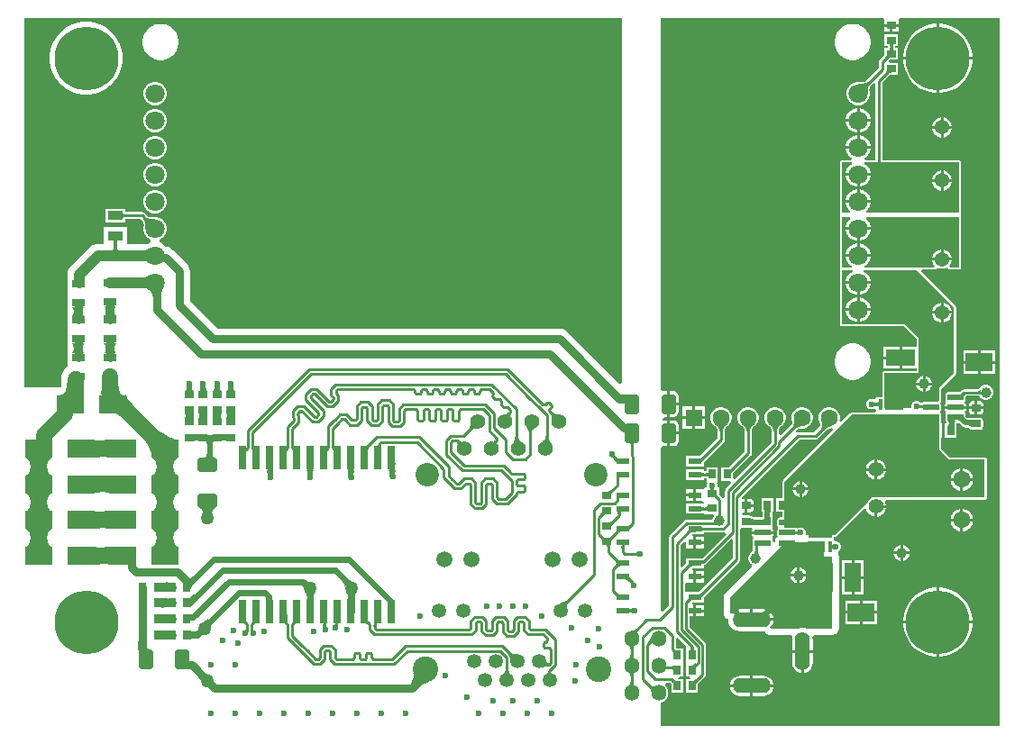
<source format=gtl>
G04*
G04 #@! TF.GenerationSoftware,Altium Limited,Altium Designer,21.9.2 (33)*
G04*
G04 Layer_Physical_Order=1*
G04 Layer_Color=255*
%FSLAX25Y25*%
%MOIN*%
G70*
G04*
G04 #@! TF.SameCoordinates,BD73D3CE-375B-4955-ABE2-F62562662B61*
G04*
G04*
G04 #@! TF.FilePolarity,Positive*
G04*
G01*
G75*
%ADD13C,0.01000*%
%ADD15C,0.03150*%
G04:AMPARAMS|DCode=17|XSize=35.43mil|YSize=27.56mil|CornerRadius=3.45mil|HoleSize=0mil|Usage=FLASHONLY|Rotation=0.000|XOffset=0mil|YOffset=0mil|HoleType=Round|Shape=RoundedRectangle|*
%AMROUNDEDRECTD17*
21,1,0.03543,0.02067,0,0,0.0*
21,1,0.02854,0.02756,0,0,0.0*
1,1,0.00689,0.01427,-0.01034*
1,1,0.00689,-0.01427,-0.01034*
1,1,0.00689,-0.01427,0.01034*
1,1,0.00689,0.01427,0.01034*
%
%ADD17ROUNDEDRECTD17*%
%ADD18R,0.02756X0.03543*%
G04:AMPARAMS|DCode=19|XSize=57.09mil|YSize=23.23mil|CornerRadius=2.9mil|HoleSize=0mil|Usage=FLASHONLY|Rotation=0.000|XOffset=0mil|YOffset=0mil|HoleType=Round|Shape=RoundedRectangle|*
%AMROUNDEDRECTD19*
21,1,0.05709,0.01742,0,0,0.0*
21,1,0.05128,0.02323,0,0,0.0*
1,1,0.00581,0.02564,-0.00871*
1,1,0.00581,-0.02564,-0.00871*
1,1,0.00581,-0.02564,0.00871*
1,1,0.00581,0.02564,0.00871*
%
%ADD19ROUNDEDRECTD19*%
%ADD20R,0.09016X0.06732*%
%ADD21R,0.06457X0.01968*%
%ADD22R,0.01339X0.03937*%
%ADD23R,0.01339X0.03150*%
%ADD24R,0.09843X0.06693*%
%ADD25R,0.10709X0.06024*%
%ADD26R,0.03543X0.02756*%
%ADD27R,0.06024X0.10709*%
%ADD28R,0.04800X0.02200*%
G04:AMPARAMS|DCode=29|XSize=72.84mil|YSize=53.15mil|CornerRadius=6.64mil|HoleSize=0mil|Usage=FLASHONLY|Rotation=90.000|XOffset=0mil|YOffset=0mil|HoleType=Round|Shape=RoundedRectangle|*
%AMROUNDEDRECTD29*
21,1,0.07284,0.03986,0,0,90.0*
21,1,0.05955,0.05315,0,0,90.0*
1,1,0.01329,0.01993,0.02977*
1,1,0.01329,0.01993,-0.02977*
1,1,0.01329,-0.01993,-0.02977*
1,1,0.01329,-0.01993,0.02977*
%
%ADD29ROUNDEDRECTD29*%
G04:AMPARAMS|DCode=30|XSize=35.43mil|YSize=27.56mil|CornerRadius=3.45mil|HoleSize=0mil|Usage=FLASHONLY|Rotation=90.000|XOffset=0mil|YOffset=0mil|HoleType=Round|Shape=RoundedRectangle|*
%AMROUNDEDRECTD30*
21,1,0.03543,0.02067,0,0,90.0*
21,1,0.02854,0.02756,0,0,90.0*
1,1,0.00689,0.01034,0.01427*
1,1,0.00689,0.01034,-0.01427*
1,1,0.00689,-0.01034,-0.01427*
1,1,0.00689,-0.01034,0.01427*
%
%ADD30ROUNDEDRECTD30*%
%ADD31R,0.02992X0.09016*%
G04:AMPARAMS|DCode=32|XSize=72.84mil|YSize=53.15mil|CornerRadius=6.64mil|HoleSize=0mil|Usage=FLASHONLY|Rotation=180.000|XOffset=0mil|YOffset=0mil|HoleType=Round|Shape=RoundedRectangle|*
%AMROUNDEDRECTD32*
21,1,0.07284,0.03986,0,0,180.0*
21,1,0.05955,0.05315,0,0,180.0*
1,1,0.01329,-0.02977,0.01993*
1,1,0.01329,0.02977,0.01993*
1,1,0.01329,0.02977,-0.01993*
1,1,0.01329,-0.02977,-0.01993*
%
%ADD32ROUNDEDRECTD32*%
%ADD33R,0.09843X0.06693*%
%ADD34R,0.04724X0.03150*%
%ADD35R,0.05433X0.03622*%
%ADD37R,0.28347X0.24410*%
%ADD44C,0.03937*%
%ADD67C,0.05906*%
%ADD72C,0.06299*%
%ADD81R,0.29528X0.28406*%
%ADD82R,0.28347X0.24410*%
%ADD83C,0.01968*%
%ADD84C,0.03000*%
%ADD85C,0.02362*%
%ADD86C,0.02756*%
%ADD87C,0.05906*%
%ADD88C,0.03937*%
%ADD89R,0.39764X0.33071*%
%ADD90C,0.07087*%
%ADD91O,0.05512X0.14173*%
%ADD92O,0.14173X0.05512*%
%ADD93C,0.06300*%
%ADD94C,0.05512*%
%ADD95C,0.05400*%
%ADD96O,0.05512X0.06000*%
%ADD97R,0.06299X0.06299*%
%ADD98C,0.08661*%
%ADD99C,0.09449*%
%ADD100C,0.05315*%
%ADD101C,0.23622*%
%ADD102C,0.02402*%
%ADD103C,0.02362*%
%ADD104C,0.05000*%
G36*
X361402Y803D02*
X236221Y803D01*
Y9530D01*
X236240Y9532D01*
X237102Y9889D01*
X237842Y10457D01*
X238410Y11197D01*
X238767Y12059D01*
X238889Y12984D01*
Y13473D01*
X238767Y14397D01*
X238410Y15259D01*
X237842Y16000D01*
X237828Y16010D01*
X238095Y16798D01*
X239614D01*
X239961Y16451D01*
Y13189D01*
X244291D01*
Y18307D01*
X242669D01*
X242607Y18400D01*
X242978Y19094D01*
X244291D01*
Y24213D01*
X244291D01*
Y24606D01*
X244291D01*
Y29724D01*
X241864D01*
Y33204D01*
X242591Y33505D01*
X245585Y30512D01*
X245472Y29724D01*
X245472D01*
Y24606D01*
X245472Y24606D01*
Y24213D01*
X245472D01*
X245472Y23819D01*
Y19094D01*
X246870D01*
X247241Y18400D01*
X247179Y18307D01*
X245472D01*
Y13189D01*
X249803D01*
Y16451D01*
X252444Y19092D01*
X252729Y19517D01*
X252828Y20020D01*
Y30920D01*
X252729Y31423D01*
X252444Y31849D01*
X246696Y37597D01*
Y41463D01*
X248283D01*
Y43563D01*
Y45663D01*
X248256D01*
X247835Y46450D01*
X247986Y46676D01*
X251971D01*
Y48594D01*
X265101Y61725D01*
X265386Y62151D01*
X265486Y62653D01*
Y73842D01*
X266273Y74391D01*
X266289Y74387D01*
X269144D01*
X269502Y74459D01*
X269715Y74281D01*
X270007Y73845D01*
X270008Y73843D01*
X270010Y73764D01*
X269920Y73312D01*
Y72941D01*
X277679D01*
Y73312D01*
X277579Y73816D01*
X277293Y74242D01*
X277378Y74889D01*
X277462Y75310D01*
Y77052D01*
X277397Y77380D01*
Y80118D01*
X277756D01*
Y85236D01*
X273425D01*
Y80118D01*
X273784D01*
Y78935D01*
X273622Y78165D01*
X270133D01*
X269960Y78424D01*
X269585Y78675D01*
X269144Y78762D01*
X266289D01*
X266051Y79414D01*
X266737Y80076D01*
X267216D01*
Y82480D01*
Y84885D01*
X266354D01*
X266228Y85033D01*
X265982Y85626D01*
X287311Y106955D01*
X293307D01*
X293809Y107055D01*
X294235Y107340D01*
X297443Y110547D01*
X298537Y111024D01*
X298943D01*
X299466Y111164D01*
X299873Y110458D01*
X281322Y91906D01*
X281148Y91646D01*
X281087Y91339D01*
Y85236D01*
X278937D01*
Y80118D01*
X281087D01*
Y78151D01*
X280330D01*
X279909Y78067D01*
X279553Y77829D01*
X279314Y77473D01*
X279231Y77052D01*
Y75310D01*
X279314Y74889D01*
X279320Y74881D01*
X279488Y74311D01*
X279320Y73741D01*
X279314Y73733D01*
X279231Y73312D01*
Y71570D01*
X279314Y71149D01*
X279312Y71135D01*
X278985Y70916D01*
X278573Y70300D01*
X278428Y69572D01*
Y69048D01*
X278250Y68929D01*
X277462Y69350D01*
Y69572D01*
X277378Y69992D01*
X277293Y70640D01*
X277579Y71066D01*
X277679Y71570D01*
Y71941D01*
X269920D01*
Y71570D01*
X270020Y71066D01*
X270305Y70640D01*
X270220Y69992D01*
X270136Y69572D01*
Y67830D01*
X270185Y67586D01*
Y65554D01*
X269568Y65197D01*
X269055Y64684D01*
X268692Y64056D01*
X268504Y63355D01*
Y62629D01*
X268692Y61928D01*
X269055Y61300D01*
X269568Y60787D01*
X269622Y60756D01*
X269751Y59772D01*
X260108Y50128D01*
X259586Y49347D01*
X259402Y48425D01*
Y42728D01*
X259418Y42649D01*
X259408Y42570D01*
X259509Y42191D01*
X259586Y41806D01*
X259630Y41740D01*
X259651Y41662D01*
X259890Y41351D01*
X260108Y41025D01*
X260174Y40980D01*
X260223Y40917D01*
X260563Y40721D01*
X260889Y40503D01*
X260968Y40487D01*
X261001Y40468D01*
X260986Y40354D01*
X261135Y39224D01*
X261572Y38170D01*
X262266Y37266D01*
X263170Y36571D01*
X264224Y36135D01*
X265354Y35986D01*
X274016D01*
X274449Y36043D01*
X274639Y35760D01*
X274835Y35420D01*
X274898Y35371D01*
X274943Y35305D01*
X275269Y35087D01*
X275580Y34848D01*
X275658Y34827D01*
X275724Y34783D01*
X276109Y34706D01*
X276488Y34604D01*
X276567Y34615D01*
X276646Y34599D01*
X284523D01*
X284911Y34019D01*
X284918Y33812D01*
X284794Y32874D01*
Y29043D01*
X288583D01*
X292371D01*
Y32874D01*
X292248Y33812D01*
X292254Y34019D01*
X292642Y34599D01*
X299606D01*
X300528Y34783D01*
X301309Y35305D01*
X301831Y36086D01*
X302015Y37008D01*
Y63583D01*
X301831Y64504D01*
X301691Y64714D01*
X301903Y65654D01*
X302456Y66208D01*
X302756Y66931D01*
Y67714D01*
X302456Y68438D01*
X301903Y68992D01*
X301179Y69291D01*
X300396D01*
X300276Y70019D01*
Y70851D01*
X300394D01*
X300701Y70912D01*
X300961Y71086D01*
X311238Y81363D01*
X312117Y81128D01*
X312248Y80637D01*
X312743Y79780D01*
X313442Y79081D01*
X314298Y78587D01*
X315248Y78332D01*
Y82087D01*
X315748D01*
Y82587D01*
X319502D01*
X319248Y83536D01*
X319071Y83843D01*
X319526Y84630D01*
X355906D01*
X356213Y84691D01*
X356473Y84865D01*
X356647Y85126D01*
X356708Y85433D01*
Y99606D01*
X356647Y99914D01*
X356473Y100174D01*
X356213Y100348D01*
X355906Y100409D01*
X342852D01*
X339779Y103482D01*
Y107677D01*
X339961D01*
Y112795D01*
X339779D01*
Y116142D01*
X339718Y116449D01*
X339544Y116709D01*
X339559Y117563D01*
X339577Y117597D01*
X339583Y117606D01*
X339667Y118027D01*
Y119769D01*
X339583Y120189D01*
X339544Y120613D01*
X339610Y120711D01*
X339684Y120802D01*
X339696Y120840D01*
X339718Y120873D01*
X339741Y120989D01*
X339775Y121102D01*
X339771Y121141D01*
X339779Y121180D01*
Y125652D01*
X345056Y130928D01*
X345230Y131189D01*
X345291Y131496D01*
Y155905D01*
X345291Y155905D01*
X345230Y156213D01*
X345056Y156473D01*
X332469Y169060D01*
X332770Y169788D01*
X337249D01*
X337556Y169849D01*
X337817Y170023D01*
X337991Y170283D01*
X338605Y170492D01*
X338811Y170372D01*
X339698Y170135D01*
X340617D01*
X341504Y170372D01*
X341710Y170492D01*
X342324Y170283D01*
X342498Y170023D01*
X342758Y169849D01*
X343066Y169788D01*
X346457D01*
X346764Y169849D01*
X347024Y170023D01*
X347198Y170283D01*
X347259Y170591D01*
Y189094D01*
X347198Y189402D01*
X347112Y189531D01*
X347024Y189700D01*
Y190339D01*
X347112Y190509D01*
X347198Y190638D01*
X347259Y190945D01*
X347259Y209449D01*
X347198Y209756D01*
X347024Y210016D01*
X346764Y210191D01*
X346457Y210252D01*
X318242D01*
Y239089D01*
X321048Y241895D01*
X321071Y241929D01*
X323950D01*
Y246260D01*
X320814D01*
X320476Y247022D01*
X320810Y247441D01*
X323950D01*
Y251772D01*
X322704D01*
Y252559D01*
X323950D01*
Y256890D01*
X318832D01*
Y252559D01*
X320079D01*
Y251772D01*
X318832D01*
Y249297D01*
X317182Y247647D01*
X316898Y247221D01*
X316798Y246719D01*
Y244540D01*
X311603Y239345D01*
X311337Y239276D01*
X310991Y239211D01*
X310607Y239162D01*
X310444Y239152D01*
X309704Y239350D01*
X308564D01*
X307462Y239055D01*
X306475Y238485D01*
X305668Y237679D01*
X305098Y236691D01*
X304803Y235590D01*
Y234450D01*
X305098Y233348D01*
X305668Y232361D01*
X306475Y231554D01*
X307462Y230984D01*
X308564Y230689D01*
X309704D01*
X310806Y230984D01*
X311793Y231554D01*
X312599Y232361D01*
X313169Y233348D01*
X313465Y234450D01*
Y235590D01*
X313266Y236330D01*
X313276Y236492D01*
X313326Y236877D01*
X313390Y237223D01*
X313459Y237489D01*
X314829Y238859D01*
X315616Y238532D01*
Y210252D01*
X312242D01*
X311470Y211006D01*
X311469Y211009D01*
X311470Y211122D01*
X311924Y211384D01*
X312769Y212230D01*
X313368Y213266D01*
X313677Y214422D01*
Y214520D01*
X309134D01*
X304591D01*
Y214422D01*
X304900Y213266D01*
X305498Y212230D01*
X306344Y211384D01*
X306799Y211122D01*
X306799Y211009D01*
X306798Y211005D01*
X306026Y210252D01*
X303150D01*
X302842Y210191D01*
X302582Y210016D01*
X302408Y209756D01*
X302347Y209449D01*
Y190945D01*
X302408Y190638D01*
X302494Y190509D01*
X302582Y190339D01*
Y189700D01*
X302494Y189531D01*
X302408Y189402D01*
X302347Y189094D01*
Y170591D01*
X302408Y170283D01*
X302505Y170138D01*
X302408Y169992D01*
X302347Y169685D01*
Y149606D01*
X302408Y149299D01*
X302582Y149039D01*
X302842Y148865D01*
X303150Y148803D01*
X326045D01*
X330693Y144156D01*
Y141181D01*
X325303D01*
Y137169D01*
Y133158D01*
X330693D01*
Y132299D01*
X318898D01*
X318590Y132238D01*
X318330Y132064D01*
X318156Y131803D01*
X318095Y131496D01*
Y122638D01*
X315866D01*
Y122283D01*
X315684Y122114D01*
X315079Y121834D01*
X314565Y122047D01*
X313782D01*
X313058Y121748D01*
X312504Y121194D01*
X312205Y120470D01*
Y119687D01*
X312504Y118964D01*
X313058Y118410D01*
X313782Y118110D01*
X314565D01*
X315079Y118323D01*
X315684Y118043D01*
X315866Y117874D01*
Y117126D01*
X315154Y116945D01*
X306693D01*
X306693Y116945D01*
X306386Y116883D01*
X306125Y116709D01*
X306125Y116709D01*
X302928Y113512D01*
X302222Y113920D01*
X302362Y114442D01*
Y115479D01*
X302094Y116480D01*
X301576Y117378D01*
X300843Y118111D01*
X299945Y118629D01*
X298943Y118898D01*
X297907D01*
X296906Y118629D01*
X296008Y118111D01*
X295275Y117378D01*
X294757Y116480D01*
X294488Y115479D01*
Y114442D01*
X294757Y113441D01*
X295268Y112556D01*
X295283Y112418D01*
X295284Y112188D01*
X295272Y112089D01*
X292763Y109580D01*
X286767D01*
X286319Y109491D01*
X286272Y109526D01*
X286037Y110322D01*
X286648Y110934D01*
X286782Y110976D01*
X287080Y111052D01*
X287533Y111124D01*
X287907Y111024D01*
X288944D01*
X289945Y111292D01*
X290843Y111810D01*
X291576Y112543D01*
X292094Y113441D01*
X292362Y114442D01*
Y115479D01*
X292094Y116480D01*
X291576Y117378D01*
X290843Y118111D01*
X289945Y118629D01*
X288944Y118898D01*
X287907D01*
X286906Y118629D01*
X286008Y118111D01*
X285275Y117378D01*
X284756Y116480D01*
X284488Y115479D01*
Y114442D01*
X284756Y113441D01*
X284789Y113385D01*
X284768Y113119D01*
X284727Y112836D01*
X284693Y112691D01*
X280465Y108463D01*
X279738Y108765D01*
Y110773D01*
X279812Y110904D01*
X279980Y111155D01*
X280180Y111420D01*
X280195Y111436D01*
X280843Y111810D01*
X281576Y112543D01*
X282094Y113441D01*
X282362Y114442D01*
Y115479D01*
X282094Y116480D01*
X281576Y117378D01*
X280843Y118111D01*
X279945Y118629D01*
X278943Y118898D01*
X277907D01*
X276906Y118629D01*
X276008Y118111D01*
X275275Y117378D01*
X274757Y116480D01*
X274488Y115479D01*
Y114442D01*
X274757Y113441D01*
X275275Y112543D01*
X276008Y111810D01*
X276656Y111436D01*
X276670Y111420D01*
X276870Y111155D01*
X277038Y110904D01*
X277113Y110773D01*
Y105652D01*
X263583Y92123D01*
X262795Y92449D01*
Y94415D01*
X262830Y94438D01*
X269353Y100962D01*
X269638Y101387D01*
X269738Y101890D01*
Y110773D01*
X269812Y110904D01*
X269980Y111155D01*
X270180Y111420D01*
X270195Y111436D01*
X270843Y111810D01*
X271576Y112543D01*
X272094Y113441D01*
X272362Y114442D01*
Y115479D01*
X272094Y116480D01*
X271576Y117378D01*
X270843Y118111D01*
X269945Y118629D01*
X268944Y118898D01*
X267907D01*
X266906Y118629D01*
X266008Y118111D01*
X265275Y117378D01*
X264756Y116480D01*
X264488Y115479D01*
Y114442D01*
X264756Y113441D01*
X265275Y112543D01*
X266008Y111810D01*
X266656Y111436D01*
X266670Y111420D01*
X266870Y111155D01*
X267038Y110904D01*
X267113Y110773D01*
Y102434D01*
X261333Y96653D01*
X258465D01*
Y91535D01*
X261882D01*
X262208Y90748D01*
X260245Y88785D01*
X259961Y88359D01*
X259861Y87857D01*
Y85532D01*
X259131Y85167D01*
X259073Y85176D01*
X258818Y85558D01*
X257677Y86699D01*
Y89173D01*
X257220D01*
X257087Y89372D01*
Y90155D01*
X256841Y90748D01*
X257042Y91245D01*
X257244Y91535D01*
X257283D01*
Y96653D01*
X252953D01*
Y95269D01*
X251971D01*
Y95844D01*
X245596D01*
Y92069D01*
X251971D01*
Y92644D01*
X252953D01*
Y91535D01*
X252992D01*
X253194Y91245D01*
X253395Y90748D01*
X253150Y90155D01*
Y89372D01*
X253017Y89173D01*
X252559D01*
Y89090D01*
X252183Y88458D01*
X251772Y88458D01*
X249283D01*
Y86358D01*
Y84258D01*
X251503Y84258D01*
X252024Y83667D01*
X251983Y83346D01*
X251871Y83246D01*
X245596D01*
Y79471D01*
X251970D01*
Y79471D01*
X252559Y79331D01*
X252559Y79331D01*
X252700Y79331D01*
X255422D01*
X255748Y78543D01*
X255669Y78464D01*
X255306Y77835D01*
X255162Y77297D01*
X245669D01*
X245167Y77197D01*
X244741Y76912D01*
X239623Y71794D01*
X239338Y71368D01*
X239239Y70866D01*
Y45426D01*
X236948Y43135D01*
X236221Y43436D01*
Y103927D01*
X236983Y104578D01*
X238476D01*
Y109252D01*
Y113926D01*
X236983D01*
X236720Y114151D01*
Y114726D01*
X237415Y115404D01*
X238476D01*
Y120079D01*
Y124753D01*
X236983D01*
X236221Y125404D01*
Y262977D01*
X317983D01*
X318620Y262614D01*
X318620Y262189D01*
Y260736D01*
X324163D01*
Y262189D01*
X324163Y262614D01*
X324800Y262977D01*
X361402D01*
X361402Y803D01*
D02*
G37*
G36*
X322296Y253348D02*
X322211Y253319D01*
X322136Y253269D01*
X322071Y253199D01*
X322016Y253109D01*
X321971Y252998D01*
X321936Y252869D01*
X321911Y252718D01*
X321896Y252549D01*
X321891Y252359D01*
X320891D01*
X320886Y252549D01*
X320871Y252718D01*
X320846Y252869D01*
X320811Y252998D01*
X320766Y253109D01*
X320711Y253199D01*
X320646Y253269D01*
X320571Y253319D01*
X320486Y253348D01*
X320391Y253359D01*
X322391D01*
X322296Y253348D01*
D02*
G37*
G36*
X321896Y251782D02*
X321911Y251612D01*
X321936Y251462D01*
X321971Y251332D01*
X322016Y251222D01*
X322071Y251132D01*
X322136Y251062D01*
X322211Y251012D01*
X322296Y250982D01*
X322391Y250972D01*
X320391D01*
X320486Y250982D01*
X320571Y251012D01*
X320646Y251062D01*
X320711Y251132D01*
X320766Y251222D01*
X320811Y251332D01*
X320846Y251462D01*
X320871Y251612D01*
X320886Y251782D01*
X320891Y251972D01*
X321891D01*
X321896Y251782D01*
D02*
G37*
G36*
X321046Y248252D02*
X320969Y248308D01*
X320878Y248335D01*
X320773Y248334D01*
X320653Y248304D01*
X320519Y248246D01*
X320370Y248160D01*
X320207Y248046D01*
X320030Y247903D01*
X319632Y247533D01*
X318925Y248240D01*
X319124Y248446D01*
X319437Y248816D01*
X319552Y248979D01*
X319638Y249127D01*
X319695Y249261D01*
X319725Y249381D01*
X319726Y249487D01*
X319699Y249578D01*
X319644Y249655D01*
X321046Y248252D01*
D02*
G37*
G36*
X321440Y242741D02*
X321342Y242775D01*
X321227Y242778D01*
X321094Y242749D01*
X320943Y242689D01*
X320775Y242597D01*
X320590Y242474D01*
X320387Y242320D01*
X319928Y241917D01*
X319672Y241668D01*
X318925Y242335D01*
X319141Y242559D01*
X319478Y242951D01*
X319599Y243120D01*
X319687Y243270D01*
X319742Y243403D01*
X319766Y243517D01*
X319757Y243613D01*
X319717Y243690D01*
X319644Y243749D01*
X321440Y242741D01*
D02*
G37*
G36*
X313471Y238650D02*
X313315Y238466D01*
X313176Y238243D01*
X313054Y237981D01*
X312950Y237680D01*
X312862Y237340D01*
X312791Y236961D01*
X312737Y236543D01*
X312680Y235590D01*
X312677Y235055D01*
X309169Y238563D01*
X309704Y238566D01*
X310657Y238623D01*
X311075Y238677D01*
X311454Y238748D01*
X311794Y238835D01*
X312095Y238940D01*
X312357Y239062D01*
X312580Y239201D01*
X312764Y239357D01*
X313471Y238650D01*
D02*
G37*
G36*
X346457Y190945D02*
X312070D01*
X311984Y191445D01*
X312769Y192230D01*
X313368Y193266D01*
X313677Y194422D01*
Y194520D01*
X309134D01*
X304591D01*
Y194422D01*
X304900Y193266D01*
X305498Y192230D01*
X306283Y191445D01*
X306198Y190945D01*
X303150D01*
Y209449D01*
X306719D01*
X306853Y208949D01*
X306344Y208655D01*
X305498Y207809D01*
X304900Y206773D01*
X304591Y205618D01*
Y205520D01*
X309134D01*
X313677D01*
Y205618D01*
X313368Y206773D01*
X312769Y207809D01*
X311924Y208655D01*
X311415Y208949D01*
X311549Y209449D01*
X346457D01*
X346457Y190945D01*
D02*
G37*
G36*
X37163Y190689D02*
X37193Y190603D01*
X37243Y190529D01*
X37313Y190463D01*
X37403Y190409D01*
X37513Y190364D01*
X37643Y190329D01*
X37793Y190304D01*
X37963Y190288D01*
X38153Y190284D01*
Y189284D01*
X37963Y189278D01*
X37793Y189263D01*
X37643Y189239D01*
X37513Y189204D01*
X37403Y189158D01*
X37313Y189103D01*
X37243Y189039D01*
X37193Y188963D01*
X37163Y188879D01*
X37153Y188784D01*
Y190784D01*
X37163Y190689D01*
D02*
G37*
G36*
X45688Y189201D02*
X45911Y189062D01*
X46172Y188940D01*
X46473Y188835D01*
X46813Y188748D01*
X47192Y188677D01*
X47610Y188623D01*
X48563Y188566D01*
X49098Y188563D01*
X45591Y185055D01*
X45588Y185590D01*
X45531Y186543D01*
X45477Y186961D01*
X45406Y187340D01*
X45318Y187680D01*
X45213Y187981D01*
X45091Y188243D01*
X44952Y188466D01*
X44797Y188650D01*
X45504Y189357D01*
X45688Y189201D01*
D02*
G37*
G36*
X34954Y180477D02*
X35449D01*
X35354Y180467D01*
X35269Y180436D01*
X35194Y180386D01*
X35129Y180315D01*
X35074Y180224D01*
X35029Y180112D01*
X34994Y179981D01*
X34980Y179894D01*
X35092Y178442D01*
X35172Y177970D01*
X35270Y177552D01*
X35386Y177187D01*
X35520Y176875D01*
X35672Y176616D01*
X35842Y176411D01*
X33056D01*
X33226Y176616D01*
X33377Y176875D01*
X33511Y177187D01*
X33627Y177552D01*
X33726Y177970D01*
X33806Y178442D01*
X33913Y179545D01*
X33926Y179847D01*
X33904Y179981D01*
X33869Y180112D01*
X33824Y180224D01*
X33769Y180315D01*
X33704Y180386D01*
X33629Y180436D01*
X33544Y180467D01*
X33449Y180477D01*
X33944D01*
X33949Y180861D01*
X34949D01*
X34954Y180477D01*
D02*
G37*
G36*
X46603Y172539D02*
X46488Y172637D01*
X46341Y172724D01*
X46164Y172800D01*
X45956Y172867D01*
X45717Y172923D01*
X45448Y172969D01*
X44816Y173031D01*
X44454Y173046D01*
X44062Y173051D01*
Y176988D01*
X44454Y176993D01*
X45448Y177070D01*
X45717Y177116D01*
X45956Y177173D01*
X46164Y177239D01*
X46341Y177316D01*
X46488Y177403D01*
X46603Y177500D01*
Y172539D01*
D02*
G37*
G36*
X306198Y189094D02*
X306283Y188594D01*
X305498Y187809D01*
X304900Y186773D01*
X304591Y185618D01*
Y185520D01*
X309134D01*
X313677D01*
Y185618D01*
X313368Y186773D01*
X312769Y187809D01*
X311984Y188594D01*
X312070Y189094D01*
X346457Y189094D01*
Y170591D01*
X343066D01*
X342859Y171091D01*
X343118Y171350D01*
X343605Y172194D01*
X343854Y173122D01*
X340158D01*
X336461D01*
X336710Y172194D01*
X337197Y171350D01*
X337456Y171091D01*
X337249Y170591D01*
X311549D01*
X311415Y171091D01*
X311924Y171384D01*
X312769Y172230D01*
X313368Y173266D01*
X313677Y174422D01*
Y174520D01*
X309134D01*
X304591D01*
Y174422D01*
X304900Y173266D01*
X305498Y172230D01*
X306344Y171384D01*
X306853Y171091D01*
X306719Y170591D01*
X303150D01*
Y189094D01*
X306198D01*
D02*
G37*
G36*
X344488Y155905D02*
Y131496D01*
X338976Y125984D01*
Y121180D01*
X338590Y120863D01*
X338568Y120868D01*
X333440D01*
X333019Y120784D01*
X332663Y120546D01*
X332145Y120639D01*
X331824Y120960D01*
X331100Y121260D01*
X330317D01*
X329594Y120960D01*
X329040Y120406D01*
X328740Y119683D01*
Y118900D01*
X328476Y118504D01*
X318898D01*
Y131496D01*
X331496D01*
Y144488D01*
X326378Y149606D01*
X303150D01*
Y169685D01*
X307128D01*
X307262Y169185D01*
X306344Y168655D01*
X305498Y167809D01*
X304900Y166773D01*
X304591Y165618D01*
Y165520D01*
X309134D01*
X313677D01*
Y165618D01*
X313368Y166773D01*
X312769Y167809D01*
X311924Y168655D01*
X311006Y169185D01*
X311140Y169685D01*
X330709D01*
X344488Y155905D01*
D02*
G37*
G36*
X46645Y162498D02*
X46529Y162592D01*
X46383Y162676D01*
X46206Y162750D01*
X45998Y162814D01*
X45759Y162868D01*
X45489Y162913D01*
X44857Y162972D01*
X44495Y162987D01*
X44102Y162992D01*
X44023Y166929D01*
X44415Y166935D01*
X45408Y167014D01*
X45677Y167061D01*
X45916Y167119D01*
X46123Y167188D01*
X46301Y167267D01*
X46447Y167357D01*
X46562Y167457D01*
X46645Y162498D01*
D02*
G37*
G36*
X51975Y162872D02*
X51867Y162652D01*
X51772Y162413D01*
X51690Y162155D01*
X51620Y161879D01*
X51563Y161585D01*
X51487Y160941D01*
X51468Y160591D01*
X51462Y160223D01*
X48312Y159447D01*
X48302Y159815D01*
X48270Y160159D01*
X48217Y160478D01*
X48142Y160773D01*
X48046Y161042D01*
X47929Y161287D01*
X47791Y161507D01*
X47631Y161703D01*
X47450Y161874D01*
X47248Y162020D01*
X52095Y163074D01*
X51975Y162872D01*
D02*
G37*
G36*
X34683Y156280D02*
X34551Y156185D01*
X34435Y156028D01*
X34334Y155807D01*
X34249Y155524D01*
X34179Y155177D01*
X34125Y154768D01*
X34117Y154637D01*
X34179Y153878D01*
X34249Y153531D01*
X34334Y153248D01*
X34435Y153027D01*
X34551Y152870D01*
X34683Y152775D01*
X34830Y152744D01*
X30130D01*
X30277Y152775D01*
X30409Y152870D01*
X30525Y153027D01*
X30626Y153248D01*
X30712Y153531D01*
X30781Y153878D01*
X30836Y154287D01*
X30844Y154418D01*
X30781Y155177D01*
X30712Y155524D01*
X30626Y155807D01*
X30525Y156028D01*
X30409Y156185D01*
X30277Y156280D01*
X30130Y156311D01*
X34830D01*
X34683Y156280D01*
D02*
G37*
G36*
X22872Y155886D02*
X22740Y155792D01*
X22624Y155634D01*
X22523Y155414D01*
X22438Y155130D01*
X22368Y154784D01*
X22322Y154437D01*
X22368Y153878D01*
X22438Y153531D01*
X22523Y153248D01*
X22624Y153027D01*
X22740Y152870D01*
X22872Y152775D01*
X23020Y152744D01*
X18319D01*
X18466Y152775D01*
X18598Y152870D01*
X18714Y153027D01*
X18815Y153248D01*
X18901Y153531D01*
X18970Y153878D01*
X19016Y154224D01*
X18970Y154784D01*
X18901Y155130D01*
X18815Y155414D01*
X18714Y155634D01*
X18598Y155792D01*
X18466Y155886D01*
X18319Y155918D01*
X23020D01*
X22872Y155886D01*
D02*
G37*
G36*
X34683Y142500D02*
X34551Y142406D01*
X34435Y142248D01*
X34334Y142028D01*
X34249Y141744D01*
X34179Y141398D01*
X34125Y140988D01*
X34117Y140858D01*
X34179Y140099D01*
X34249Y139752D01*
X34334Y139469D01*
X34435Y139248D01*
X34551Y139091D01*
X34683Y138996D01*
X34830Y138965D01*
X30130D01*
X30277Y138996D01*
X30409Y139091D01*
X30525Y139248D01*
X30626Y139469D01*
X30711Y139752D01*
X30781Y140099D01*
X30836Y140508D01*
X30844Y140639D01*
X30781Y141398D01*
X30712Y141744D01*
X30626Y142028D01*
X30525Y142248D01*
X30409Y142406D01*
X30277Y142500D01*
X30130Y142532D01*
X34830D01*
X34683Y142500D01*
D02*
G37*
G36*
X22872D02*
X22740Y142406D01*
X22624Y142248D01*
X22523Y142028D01*
X22438Y141744D01*
X22368Y141398D01*
X22314Y140988D01*
X22306Y140858D01*
X22368Y140098D01*
X22438Y139752D01*
X22523Y139468D01*
X22624Y139248D01*
X22740Y139090D01*
X22872Y138996D01*
X23020Y138964D01*
X18319D01*
X18466Y138996D01*
X18598Y139090D01*
X18714Y139248D01*
X18815Y139468D01*
X18901Y139752D01*
X18970Y140098D01*
X19025Y140508D01*
X19033Y140638D01*
X18970Y141398D01*
X18901Y141744D01*
X18815Y142028D01*
X18714Y142248D01*
X18598Y142406D01*
X18466Y142500D01*
X18319Y142532D01*
X23020D01*
X22872Y142500D01*
D02*
G37*
G36*
X221638Y128049D02*
X220714Y127666D01*
X201478Y146902D01*
X200656Y147533D01*
X199698Y147930D01*
X198670Y148065D01*
X72117D01*
X62042Y158141D01*
Y169291D01*
X61906Y170319D01*
X61510Y171277D01*
X60879Y172099D01*
X55904Y177074D01*
X55081Y177705D01*
X54124Y178102D01*
X53163Y178228D01*
X52276Y179115D01*
X51109Y179789D01*
X50659Y179910D01*
Y180945D01*
X50805Y180984D01*
X51793Y181554D01*
X52599Y182361D01*
X53169Y183348D01*
X53465Y184450D01*
Y185590D01*
X53169Y186691D01*
X52599Y187679D01*
X51793Y188485D01*
X50805Y189055D01*
X49704Y189350D01*
X48564D01*
X47824Y189152D01*
X47661Y189162D01*
X47277Y189211D01*
X46931Y189276D01*
X46665Y189345D01*
X45298Y190712D01*
X44872Y190996D01*
X44370Y191096D01*
X37953D01*
Y192382D01*
X30945D01*
Y187185D01*
X37953D01*
Y188471D01*
X43826D01*
X44809Y187488D01*
X44877Y187223D01*
X44942Y186877D01*
X44992Y186493D01*
X45002Y186330D01*
X44803Y185590D01*
Y184450D01*
X45098Y183348D01*
X45668Y182361D01*
X46475Y181554D01*
X47462Y180984D01*
X47609Y180945D01*
Y179910D01*
X47158Y179789D01*
X46463Y179388D01*
X38740D01*
Y185650D01*
X30158D01*
Y179388D01*
X28169D01*
X27039Y179239D01*
X25985Y178803D01*
X25081Y178108D01*
X17974Y171002D01*
X17280Y170097D01*
X16844Y169044D01*
X16695Y167913D01*
Y164961D01*
X16732Y164677D01*
Y161417D01*
X16732Y161417D01*
Y160630D01*
X16732D01*
X16732Y160417D01*
Y157738D01*
X16698Y157480D01*
Y151181D01*
X16732Y150923D01*
Y148032D01*
X16732D01*
Y147244D01*
X16732D01*
Y144352D01*
X16698Y144095D01*
Y137402D01*
X16732Y137144D01*
Y134252D01*
X16299Y133432D01*
X15894Y133121D01*
X15042Y132011D01*
X14507Y130718D01*
X14324Y129331D01*
Y126378D01*
X803D01*
X803Y262977D01*
X221638D01*
Y128049D01*
D02*
G37*
G36*
X78157Y126386D02*
X78219Y125756D01*
X78274Y125500D01*
X78343Y125283D01*
X78429Y125106D01*
X78530Y124968D01*
X78646Y124870D01*
X78778Y124811D01*
X78925Y124791D01*
X75406D01*
X75553Y124811D01*
X75685Y124870D01*
X75801Y124968D01*
X75902Y125106D01*
X75987Y125283D01*
X76057Y125500D01*
X76111Y125756D01*
X76150Y126051D01*
X76173Y126386D01*
X76181Y126760D01*
X78150D01*
X78157Y126386D01*
D02*
G37*
G36*
X73039D02*
X73101Y125756D01*
X73156Y125500D01*
X73225Y125283D01*
X73311Y125106D01*
X73412Y124968D01*
X73528Y124870D01*
X73660Y124811D01*
X73807Y124791D01*
X70288D01*
X70435Y124811D01*
X70567Y124870D01*
X70683Y124968D01*
X70784Y125106D01*
X70869Y125283D01*
X70939Y125500D01*
X70993Y125756D01*
X71032Y126051D01*
X71055Y126386D01*
X71063Y126760D01*
X73032D01*
X73039Y126386D01*
D02*
G37*
G36*
X67921D02*
X67983Y125756D01*
X68037Y125500D01*
X68107Y125283D01*
X68192Y125106D01*
X68293Y124968D01*
X68410Y124870D01*
X68542Y124811D01*
X68689Y124791D01*
X65170D01*
X65317Y124811D01*
X65449Y124870D01*
X65565Y124968D01*
X65666Y125106D01*
X65751Y125283D01*
X65821Y125500D01*
X65875Y125756D01*
X65914Y126051D01*
X65937Y126386D01*
X65945Y126760D01*
X67913D01*
X67921Y126386D01*
D02*
G37*
G36*
X62803D02*
X62865Y125756D01*
X62919Y125500D01*
X62989Y125283D01*
X63074Y125106D01*
X63175Y124968D01*
X63292Y124870D01*
X63423Y124811D01*
X63571Y124791D01*
X60051D01*
X60199Y124811D01*
X60330Y124870D01*
X60447Y124968D01*
X60548Y125106D01*
X60633Y125283D01*
X60703Y125500D01*
X60757Y125756D01*
X60796Y126051D01*
X60819Y126386D01*
X60827Y126760D01*
X62795D01*
X62803Y126386D01*
D02*
G37*
G36*
X35454Y127557D02*
X35627Y125916D01*
X35779Y125250D01*
X35974Y124685D01*
X36212Y124223D01*
X36494Y123864D01*
X36819Y123607D01*
X37187Y123453D01*
X37598Y123401D01*
X28555Y123413D01*
X28740Y123464D01*
X28905Y123618D01*
X29051Y123874D01*
X29177Y124232D01*
X29284Y124693D01*
X29372Y125256D01*
X29488Y126689D01*
X29527Y128532D01*
X35433D01*
X35454Y127557D01*
D02*
G37*
G36*
X22626Y123413D02*
X13780Y123401D01*
X14341Y123461D01*
X14842Y123639D01*
X15285Y123935D01*
X15669Y124350D01*
X15994Y124883D01*
X16260Y125533D01*
X16466Y126303D01*
X16614Y127190D01*
X16703Y128195D01*
X16732Y129319D01*
X22638D01*
X22626Y123413D01*
D02*
G37*
G36*
X316677Y119079D02*
X316667Y119174D01*
X316637Y119259D01*
X316586Y119334D01*
X316516Y119399D01*
X316424Y119454D01*
X316313Y119499D01*
X316182Y119534D01*
X316030Y119559D01*
X315858Y119574D01*
X315823Y119575D01*
X315718Y119566D01*
X315610Y119549D01*
X315507Y119527D01*
X315411Y119497D01*
X315320Y119461D01*
X315235Y119419D01*
X315157Y119370D01*
X315084Y119314D01*
X315017Y119252D01*
Y120905D01*
X315084Y120843D01*
X315157Y120788D01*
X315235Y120739D01*
X315320Y120696D01*
X315411Y120660D01*
X315507Y120631D01*
X315610Y120608D01*
X315718Y120592D01*
X315823Y120583D01*
X315858Y120584D01*
X316030Y120599D01*
X316182Y120624D01*
X316313Y120659D01*
X316424Y120704D01*
X316516Y120759D01*
X316586Y120824D01*
X316637Y120899D01*
X316667Y120984D01*
X316677Y121079D01*
Y119079D01*
D02*
G37*
G36*
X222944Y119833D02*
X222934Y119946D01*
X222877Y120048D01*
X222774Y120137D01*
X222625Y120215D01*
X222429Y120281D01*
X222188Y120334D01*
X221900Y120376D01*
X221566Y120406D01*
X220760Y120430D01*
Y123580D01*
X223343Y123671D01*
X222944Y119833D01*
D02*
G37*
G36*
X333168Y118095D02*
X333161Y118190D01*
X333134Y118274D01*
X333085Y118350D01*
X333015Y118414D01*
X332925Y118470D01*
X332813Y118515D01*
X332680Y118550D01*
X332526Y118575D01*
X332352Y118589D01*
X332255Y118592D01*
X332251Y118592D01*
X332027Y118571D01*
X331922Y118553D01*
X331823Y118530D01*
X331729Y118501D01*
X331640Y118468D01*
X331555Y118429D01*
X331476Y118385D01*
X331402Y118335D01*
X331678Y119966D01*
X331733Y119895D01*
X331796Y119832D01*
X331866Y119776D01*
X331943Y119728D01*
X332028Y119687D01*
X332119Y119654D01*
X332218Y119628D01*
X332325Y119609D01*
X332375Y119604D01*
X332603Y119628D01*
X332729Y119655D01*
X332843Y119688D01*
X332946Y119729D01*
X333037Y119778D01*
X333116Y119834D01*
X333183Y119898D01*
X333239Y119969D01*
X333168Y118095D01*
D02*
G37*
G36*
X180890Y116542D02*
X180789Y116431D01*
X180707Y116321D01*
X180644Y116211D01*
X180601Y116102D01*
X180578Y115994D01*
X180574Y115887D01*
X180589Y115780D01*
X180624Y115674D01*
X180679Y115568D01*
X180753Y115464D01*
X178708Y116494D01*
X178848Y116497D01*
X178989Y116516D01*
X179132Y116551D01*
X179277Y116602D01*
X179424Y116669D01*
X179572Y116753D01*
X179722Y116853D01*
X179874Y116969D01*
X180027Y117101D01*
X180183Y117249D01*
X180890Y116542D01*
D02*
G37*
G36*
X196245Y116818D02*
X196412Y116695D01*
X196586Y116593D01*
X196769Y116510D01*
X196961Y116448D01*
X197161Y116405D01*
X197370Y116384D01*
X197587Y116382D01*
X197813Y116401D01*
X198047Y116440D01*
X195903Y114295D01*
X195941Y114529D01*
X195960Y114755D01*
X195958Y114972D01*
X195937Y115181D01*
X195895Y115381D01*
X195832Y115573D01*
X195750Y115756D01*
X195647Y115931D01*
X195524Y116097D01*
X195381Y116254D01*
X196088Y116962D01*
X196245Y116818D01*
D02*
G37*
G36*
X78547Y117245D02*
X78597Y116547D01*
X78925D01*
X78852Y116520D01*
X78788Y116437D01*
X78730Y116299D01*
X78681Y116106D01*
X78644Y115891D01*
X78674Y115481D01*
X78721Y115241D01*
X78775Y115038D01*
X78837Y114873D01*
X78906Y114746D01*
X78558D01*
X78543Y113792D01*
X75787D01*
X75784Y114315D01*
X75752Y114746D01*
X75425D01*
X75494Y114873D01*
X75555Y115038D01*
X75610Y115241D01*
X75657Y115481D01*
X75682Y115682D01*
X75650Y116106D01*
X75600Y116299D01*
X75543Y116437D01*
X75478Y116520D01*
X75406Y116547D01*
X75757D01*
X75773Y116817D01*
X75787Y117711D01*
X78543D01*
X78547Y117245D01*
D02*
G37*
G36*
X73429Y117245D02*
X73479Y116547D01*
X73807D01*
X73734Y116520D01*
X73669Y116437D01*
X73612Y116299D01*
X73563Y116106D01*
X73526Y115891D01*
X73556Y115481D01*
X73603Y115241D01*
X73657Y115038D01*
X73719Y114873D01*
X73788Y114746D01*
X73440D01*
X73425Y113792D01*
X70669D01*
X70666Y114315D01*
X70633Y114746D01*
X70307D01*
X70376Y114873D01*
X70437Y115038D01*
X70492Y115241D01*
X70539Y115481D01*
X70564Y115682D01*
X70532Y116106D01*
X70482Y116299D01*
X70425Y116437D01*
X70360Y116520D01*
X70288Y116547D01*
X70639D01*
X70655Y116817D01*
X70669Y117711D01*
X73425D01*
X73429Y117245D01*
D02*
G37*
G36*
X68311D02*
X68361Y116547D01*
X68689D01*
X68616Y116520D01*
X68551Y116437D01*
X68494Y116299D01*
X68445Y116106D01*
X68408Y115891D01*
X68438Y115481D01*
X68485Y115241D01*
X68539Y115038D01*
X68601Y114873D01*
X68669Y114746D01*
X68322D01*
X68307Y113792D01*
X65551D01*
X65547Y114315D01*
X65515Y114746D01*
X65189D01*
X65258Y114873D01*
X65319Y115038D01*
X65374Y115241D01*
X65421Y115481D01*
X65445Y115682D01*
X65414Y116106D01*
X65364Y116299D01*
X65307Y116437D01*
X65242Y116520D01*
X65170Y116547D01*
X65521D01*
X65537Y116817D01*
X65551Y117711D01*
X68307D01*
X68311Y117245D01*
D02*
G37*
G36*
X63193D02*
X63243Y116547D01*
X63571D01*
X63498Y116520D01*
X63433Y116437D01*
X63376Y116299D01*
X63326Y116106D01*
X63290Y115891D01*
X63319Y115481D01*
X63367Y115241D01*
X63421Y115038D01*
X63482Y114873D01*
X63551Y114746D01*
X63204D01*
X63189Y113792D01*
X60433D01*
X60429Y114315D01*
X60397Y114746D01*
X60071D01*
X60140Y114873D01*
X60201Y115038D01*
X60255Y115241D01*
X60303Y115481D01*
X60327Y115682D01*
X60296Y116106D01*
X60246Y116299D01*
X60189Y116437D01*
X60124Y116520D01*
X60051Y116547D01*
X60403D01*
X60419Y116817D01*
X60433Y117711D01*
X63189D01*
X63193Y117245D01*
D02*
G37*
G36*
X38436Y123101D02*
X38624Y122690D01*
X38938Y122180D01*
X39376Y121571D01*
X40629Y120056D01*
X43447Y117041D01*
X44638Y115838D01*
X39555Y112568D01*
X38357Y113724D01*
X36204Y115543D01*
X35248Y116207D01*
X34373Y116707D01*
X33578Y117042D01*
X32864Y117214D01*
X32230Y117221D01*
X31676Y117065D01*
X31203Y116744D01*
X38374Y123413D01*
X38436Y123101D01*
D02*
G37*
G36*
X288672Y111821D02*
X288194Y111776D01*
X286971Y111582D01*
X286634Y111497D01*
X286333Y111401D01*
X286067Y111295D01*
X285836Y111179D01*
X285641Y111053D01*
X285481Y110916D01*
X284711Y111559D01*
X284861Y111735D01*
X284992Y111941D01*
X285101Y112176D01*
X285190Y112441D01*
X285259Y112735D01*
X285306Y113059D01*
X285333Y113413D01*
X285340Y113796D01*
X285291Y114651D01*
X288672Y111821D01*
D02*
G37*
G36*
X299509Y112003D02*
X298977Y111806D01*
X296578Y110761D01*
X296424Y110660D01*
X296317Y110571D01*
X295338Y111006D01*
X295501Y111196D01*
X295632Y111406D01*
X295729Y111636D01*
X295793Y111887D01*
X295825Y112158D01*
X295824Y112449D01*
X295790Y112761D01*
X295723Y113093D01*
X295623Y113445D01*
X295490Y113818D01*
X299509Y112003D01*
D02*
G37*
G36*
X168575Y110984D02*
X168187Y110981D01*
X167491Y110931D01*
X167181Y110885D01*
X166898Y110824D01*
X166640Y110748D01*
X166409Y110658D01*
X166203Y110553D01*
X166024Y110434D01*
X165870Y110301D01*
X165163Y111008D01*
X165296Y111162D01*
X165415Y111341D01*
X165520Y111547D01*
X165610Y111778D01*
X165685Y112036D01*
X165747Y112319D01*
X165793Y112629D01*
X165825Y112964D01*
X165846Y113713D01*
X168575Y110984D01*
D02*
G37*
G36*
X280306Y112383D02*
X279761Y111762D01*
X279539Y111469D01*
X279351Y111188D01*
X279198Y110919D01*
X279079Y110662D01*
X278993Y110417D01*
X278942Y110183D01*
X278925Y109961D01*
X277925D01*
X277908Y110183D01*
X277857Y110417D01*
X277772Y110662D01*
X277652Y110919D01*
X277499Y111188D01*
X277311Y111469D01*
X277090Y111762D01*
X276544Y112383D01*
X276220Y112711D01*
X280630D01*
X280306Y112383D01*
D02*
G37*
G36*
X270306D02*
X269760Y111762D01*
X269539Y111469D01*
X269351Y111188D01*
X269198Y110919D01*
X269079Y110662D01*
X268993Y110417D01*
X268942Y110183D01*
X268925Y109961D01*
X267925D01*
X267908Y110183D01*
X267857Y110417D01*
X267772Y110662D01*
X267652Y110919D01*
X267499Y111188D01*
X267312Y111469D01*
X267090Y111762D01*
X266544Y112383D01*
X266220Y112711D01*
X270630D01*
X270306Y112383D01*
D02*
G37*
G36*
X189903Y111311D02*
X189604Y111140D01*
X189337Y110963D01*
X189101Y110780D01*
X188897Y110592D01*
X188724Y110398D01*
X188582Y110198D01*
X188472Y109993D01*
X188394Y109783D01*
X188346Y109566D01*
X188331Y109344D01*
X187331Y109642D01*
X187319Y109801D01*
X187285Y109986D01*
X187229Y110197D01*
X187150Y110434D01*
X186923Y110984D01*
X186607Y111636D01*
X186199Y112391D01*
X189903Y111311D01*
D02*
G37*
G36*
X65372Y108666D02*
X65546Y108661D01*
Y106693D01*
X65372Y106691D01*
Y106331D01*
X65253Y106399D01*
X65112Y106461D01*
X64948Y106515D01*
X64763Y106562D01*
X64557Y106602D01*
X64355Y106627D01*
X64183Y106602D01*
X63792Y106515D01*
X63629Y106461D01*
X63487Y106399D01*
X63368Y106331D01*
Y106689D01*
X63195Y106693D01*
Y108661D01*
X63368Y108663D01*
Y109024D01*
X63487Y108955D01*
X63629Y108893D01*
X63792Y108839D01*
X63977Y108792D01*
X64183Y108752D01*
X64385Y108728D01*
X64557Y108752D01*
X64948Y108839D01*
X65112Y108893D01*
X65253Y108955D01*
X65372Y109024D01*
Y108666D01*
D02*
G37*
G36*
X32099Y106505D02*
X32665Y106496D01*
Y100591D01*
X32099Y100589D01*
Y100209D01*
X32039Y100281D01*
X31862Y100346D01*
X31567Y100403D01*
X31154Y100453D01*
X30315Y100507D01*
X26819Y100281D01*
X26760Y100209D01*
Y100581D01*
X26193Y100591D01*
Y106496D01*
X26760Y106498D01*
Y106878D01*
X26819Y106805D01*
X26996Y106740D01*
X27291Y106683D01*
X27705Y106633D01*
X28543Y106579D01*
X32039Y106805D01*
X32099Y106878D01*
Y106505D01*
D02*
G37*
G36*
X175964Y106228D02*
X175880Y106138D01*
X175808Y106051D01*
X175751Y105968D01*
X175708Y105888D01*
X175678Y105811D01*
X175663Y105738D01*
X175661Y105668D01*
X175673Y105602D01*
X175699Y105539D01*
X175740Y105480D01*
X174291Y106409D01*
X174363Y106398D01*
X174441Y106401D01*
X174524Y106418D01*
X174613Y106450D01*
X174707Y106495D01*
X174807Y106555D01*
X174911Y106629D01*
X175021Y106717D01*
X175257Y106935D01*
X175964Y106228D01*
D02*
G37*
G36*
X73724Y108955D02*
X73865Y108893D01*
X74028Y108839D01*
X74213Y108792D01*
X74420Y108752D01*
X74622Y108728D01*
X74793Y108752D01*
X75185Y108839D01*
X75348Y108893D01*
X75489Y108955D01*
X75608Y109024D01*
Y108666D01*
X75782Y108661D01*
Y106693D01*
X75608Y106691D01*
Y106331D01*
X75489Y106399D01*
X75348Y106461D01*
X75185Y106515D01*
X75000Y106562D01*
X74793Y106602D01*
X74591Y106627D01*
X74420Y106602D01*
X74028Y106515D01*
X73865Y106461D01*
X73724Y106399D01*
X73604Y106331D01*
Y106689D01*
X73431Y106693D01*
Y108661D01*
X73604Y108663D01*
Y109024D01*
X73724Y108955D01*
D02*
G37*
G36*
X194579Y107971D02*
X194591Y107789D01*
X194629Y107590D01*
X194693Y107373D01*
X194781Y107137D01*
X194895Y106884D01*
X195198Y106322D01*
X195388Y106015D01*
X195843Y105345D01*
X192043Y106012D01*
X192334Y106223D01*
X192596Y106435D01*
X192826Y106648D01*
X193026Y106860D01*
X193195Y107074D01*
X193333Y107288D01*
X193441Y107502D01*
X193517Y107718D01*
X193563Y107933D01*
X193579Y108150D01*
X194579Y107971D01*
D02*
G37*
G36*
X183255Y107902D02*
X183302Y107685D01*
X183381Y107476D01*
X183491Y107274D01*
X183633Y107080D01*
X183807Y106892D01*
X184012Y106711D01*
X184249Y106538D01*
X184518Y106372D01*
X184818Y106213D01*
X181154Y105005D01*
X181360Y105411D01*
X182065Y107016D01*
X182141Y107251D01*
X182195Y107459D01*
X182228Y107638D01*
X182239Y107789D01*
X183239Y108125D01*
X183255Y107902D01*
D02*
G37*
G36*
X70293Y107946D02*
X72047Y106693D01*
X71711Y106673D01*
X71409Y106614D01*
X71144Y106516D01*
X70913Y106378D01*
X70718Y106201D01*
X70559Y105984D01*
X70435Y105728D01*
X70346Y105433D01*
X70293Y105098D01*
X70276Y104724D01*
X68307D01*
X68293Y105098D01*
X68252Y105433D01*
X68183Y105728D01*
X68087Y105984D01*
X67963Y106201D01*
X67811Y106378D01*
X67632Y106516D01*
X67425Y106614D01*
X67191Y106673D01*
X66929Y106693D01*
X69291Y108661D01*
X70293Y108667D01*
Y107946D01*
D02*
G37*
G36*
X132633Y105270D02*
X132654Y105026D01*
X132673Y104927D01*
X132696Y104844D01*
X132725Y104775D01*
X132759Y104722D01*
X132798Y104684D01*
X132842Y104661D01*
X132892Y104653D01*
X131370D01*
X131420Y104661D01*
X131464Y104684D01*
X131503Y104722D01*
X131537Y104775D01*
X131565Y104844D01*
X131589Y104927D01*
X131607Y105026D01*
X131620Y105140D01*
X131628Y105270D01*
X131631Y105414D01*
X132631D01*
X132633Y105270D01*
D02*
G37*
G36*
X226588Y107993D02*
X226484Y107801D01*
X226392Y107563D01*
X226312Y107279D01*
X226244Y106949D01*
X226189Y106573D01*
X226115Y105683D01*
X226114Y105622D01*
X226590D01*
X226496Y105611D01*
X226411Y105581D01*
X226336Y105530D01*
X226271Y105459D01*
X226216Y105368D01*
X226171Y105257D01*
X226136Y105126D01*
X226111Y104974D01*
X226096Y104802D01*
X226091Y104613D01*
X226091Y104609D01*
X225091D01*
X225091Y104610D01*
X225086Y104802D01*
X225071Y104974D01*
X225046Y105126D01*
X225011Y105257D01*
X224966Y105368D01*
X224911Y105459D01*
X224846Y105530D01*
X224771Y105581D01*
X224686Y105611D01*
X224590Y105622D01*
X225055D01*
X224992Y106573D01*
X224937Y106949D01*
X224869Y107279D01*
X224790Y107563D01*
X224697Y107801D01*
X224593Y107993D01*
X224476Y108139D01*
X226705D01*
X226588Y107993D01*
D02*
G37*
G36*
X128746Y104653D02*
X128548Y104448D01*
X128237Y104081D01*
X128124Y103918D01*
X128039Y103770D01*
X127983Y103635D01*
X127954Y103515D01*
Y103409D01*
X127983Y103317D01*
X128039Y103239D01*
X126625Y104653D01*
X126703Y104597D01*
X126795Y104569D01*
X126901D01*
X127021Y104597D01*
X127155Y104653D01*
X127304Y104738D01*
X127466Y104851D01*
X127643Y104993D01*
X128039Y105360D01*
X128746Y104653D01*
D02*
G37*
G36*
X161325Y106737D02*
X161479Y106620D01*
X161638Y106522D01*
X161802Y106445D01*
X161970Y106388D01*
X162143Y106350D01*
X162321Y106333D01*
X162504Y106335D01*
X162691Y106358D01*
X162883Y106401D01*
X160942Y104460D01*
X160984Y104651D01*
X161007Y104839D01*
X161009Y105021D01*
X160992Y105199D01*
X160954Y105372D01*
X160897Y105541D01*
X160820Y105704D01*
X160722Y105863D01*
X160605Y106018D01*
X160468Y106167D01*
X161175Y106874D01*
X161325Y106737D01*
D02*
G37*
G36*
X82995Y104344D02*
X83005Y104336D01*
X83013Y104324D01*
X83019Y104305D01*
X83024Y104281D01*
X83026Y104252D01*
X83027Y104229D01*
X83646Y103610D01*
X83528Y103495D01*
X83182Y103199D01*
X83126Y103167D01*
X83083Y103151D01*
X83052Y103152D01*
X83033Y103170D01*
X83027Y103204D01*
Y104217D01*
X83027Y104229D01*
X82939Y104317D01*
X82956Y104332D01*
X82971Y104342D01*
X82984Y104345D01*
X82995Y104344D01*
D02*
G37*
G36*
X70285Y101888D02*
X70315Y101552D01*
X70364Y101254D01*
X70433Y100997D01*
X70522Y100779D01*
X70630Y100601D01*
X70758Y100462D01*
X70906Y100363D01*
X71073Y100304D01*
X71260Y100284D01*
X67323D01*
X67510Y100304D01*
X67677Y100363D01*
X67825Y100462D01*
X67953Y100601D01*
X68061Y100779D01*
X68150Y100997D01*
X68218Y101254D01*
X68268Y101552D01*
X68297Y101888D01*
X68307Y102264D01*
X70276D01*
X70285Y101888D01*
D02*
G37*
G36*
X219239Y101198D02*
X219233Y101112D01*
X219239Y101025D01*
X219256Y100937D01*
X219284Y100850D01*
X219323Y100762D01*
X219373Y100675D01*
X219433Y100587D01*
X219489Y100519D01*
X219869Y100192D01*
X220038Y100071D01*
X220189Y99983D01*
X220321Y99928D01*
X220434Y99905D01*
X220529Y99915D01*
X220604Y99957D01*
X220661Y100033D01*
X219707Y98182D01*
X219739Y98282D01*
X219740Y98400D01*
X219710Y98534D01*
X219649Y98685D01*
X219557Y98853D01*
X219434Y99039D01*
X219281Y99241D01*
X218881Y99696D01*
X218665Y99918D01*
X218603Y99979D01*
X218431Y100125D01*
X218346Y100188D01*
X218177Y100294D01*
X218093Y100337D01*
X218009Y100373D01*
X217926Y100402D01*
X217843Y100424D01*
X219255Y101285D01*
X219239Y101198D01*
D02*
G37*
G36*
X263056Y95814D02*
X262808Y95558D01*
X262250Y94896D01*
X262127Y94711D01*
X262035Y94543D01*
X261975Y94392D01*
X261947Y94259D01*
X261950Y94144D01*
X261984Y94046D01*
X260975Y95842D01*
X261034Y95769D01*
X261112Y95728D01*
X261208Y95720D01*
X261322Y95744D01*
X261454Y95799D01*
X261604Y95887D01*
X261773Y96008D01*
X261960Y96160D01*
X262390Y96561D01*
X263056Y95814D01*
D02*
G37*
G36*
X138016Y95642D02*
X137995Y95583D01*
X137977Y95485D01*
X137961Y95347D01*
X137936Y94953D01*
X137917Y93693D01*
X135948D01*
X135940Y94067D01*
X135913Y94402D01*
X135869Y94697D01*
X135808Y94953D01*
X135729Y95170D01*
X135633Y95347D01*
X135519Y95485D01*
X135387Y95583D01*
X135238Y95642D01*
X135071Y95662D01*
X138039D01*
X138016Y95642D01*
D02*
G37*
G36*
X122944D02*
X122859Y95583D01*
X122784Y95485D01*
X122719Y95347D01*
X122664Y95170D01*
X122619Y94953D01*
X122584Y94697D01*
X122544Y94067D01*
X122539Y93693D01*
X120571D01*
X120566Y94067D01*
X120491Y94953D01*
X120446Y95170D01*
X120391Y95347D01*
X120326Y95485D01*
X120251Y95583D01*
X120166Y95642D01*
X120071Y95662D01*
X123039D01*
X122944Y95642D01*
D02*
G37*
G36*
X107910D02*
X107794Y95583D01*
X107692Y95485D01*
X107604Y95347D01*
X107529Y95170D01*
X107468Y94953D01*
X107420Y94697D01*
X107386Y94402D01*
X107366Y94067D01*
X107359Y93693D01*
X105390D01*
X105387Y94067D01*
X105310Y95170D01*
X105275Y95347D01*
X105234Y95485D01*
X105186Y95583D01*
X105132Y95642D01*
X105071Y95662D01*
X108039D01*
X107910Y95642D01*
D02*
G37*
G36*
X92964D02*
X92896Y95583D01*
X92836Y95485D01*
X92785Y95347D01*
X92741Y95170D01*
X92705Y94953D01*
X92677Y94697D01*
X92645Y94067D01*
X92641Y93693D01*
X90673D01*
X90667Y94067D01*
X90619Y94697D01*
X90576Y94953D01*
X90522Y95170D01*
X90456Y95347D01*
X90378Y95485D01*
X90288Y95583D01*
X90185Y95642D01*
X90071Y95662D01*
X93039D01*
X92964Y95642D01*
D02*
G37*
G36*
X48564Y111951D02*
X50894Y109947D01*
X51993Y109133D01*
X53048Y108444D01*
X54059Y107880D01*
X55027Y107441D01*
X55950Y107128D01*
X56830Y106940D01*
X57665Y106878D01*
X47847Y100209D01*
X57665D01*
X57293Y100150D01*
X56961Y99973D01*
X56667Y99677D01*
X56413Y99264D01*
X56198Y98733D01*
X56022Y98083D01*
X55885Y97315D01*
X55850Y97001D01*
X55885Y96583D01*
X56022Y95815D01*
X56198Y95165D01*
X56413Y94634D01*
X56667Y94220D01*
X56961Y93925D01*
X57293Y93748D01*
X57665Y93689D01*
X47847D01*
X48218Y93748D01*
X48551Y93925D01*
X48844Y94220D01*
X49099Y94634D01*
X49314Y95165D01*
X49490Y95815D01*
X49627Y96583D01*
X49662Y96896D01*
X49627Y97315D01*
X49490Y98083D01*
X49314Y98733D01*
X49099Y99264D01*
X48844Y99677D01*
X48551Y99973D01*
X48218Y100150D01*
X47847Y100209D01*
X47805Y101024D01*
X47680Y101840D01*
X47471Y102659D01*
X47179Y103481D01*
X46803Y104304D01*
X46343Y105129D01*
X45801Y105957D01*
X45174Y106787D01*
X44464Y107618D01*
X43671Y108453D01*
X47333Y113142D01*
X48564Y111951D01*
D02*
G37*
G36*
X10640Y100150D02*
X10307Y99973D01*
X10014Y99677D01*
X9759Y99264D01*
X9544Y98733D01*
X9368Y98083D01*
X9231Y97315D01*
X9196Y97001D01*
X9231Y96583D01*
X9368Y95815D01*
X9544Y95165D01*
X9759Y94634D01*
X10014Y94220D01*
X10307Y93925D01*
X10640Y93748D01*
X11012Y93689D01*
X1193D01*
X1565Y93748D01*
X1897Y93925D01*
X2191Y94220D01*
X2445Y94634D01*
X2661Y95165D01*
X2836Y95815D01*
X2974Y96583D01*
X3008Y96896D01*
X2974Y97315D01*
X2836Y98083D01*
X2661Y98733D01*
X2445Y99264D01*
X2191Y99677D01*
X1897Y99973D01*
X1565Y100150D01*
X1193Y100209D01*
X11012D01*
X10640Y100150D01*
D02*
G37*
G36*
X32099Y93508D02*
X32665Y93504D01*
Y87598D01*
X32099Y87595D01*
Y87020D01*
X32039Y87130D01*
X31862Y87228D01*
X31567Y87315D01*
X31154Y87390D01*
X30622Y87454D01*
X30020Y87493D01*
X27291Y87315D01*
X26996Y87228D01*
X26819Y87130D01*
X26760Y87020D01*
Y87589D01*
X26193Y87598D01*
Y93504D01*
X26760Y93522D01*
Y93689D01*
X26819Y93654D01*
X26996Y93622D01*
X27291Y93594D01*
X28099Y93564D01*
X32099Y93689D01*
Y93508D01*
D02*
G37*
G36*
X253752Y92957D02*
X253742Y93052D01*
X253712Y93137D01*
X253662Y93212D01*
X253592Y93277D01*
X253502Y93332D01*
X253392Y93377D01*
X253262Y93412D01*
X253112Y93437D01*
X252942Y93452D01*
X252752Y93457D01*
Y94457D01*
X252942Y94462D01*
X253112Y94477D01*
X253262Y94502D01*
X253392Y94537D01*
X253502Y94582D01*
X253592Y94637D01*
X253662Y94702D01*
X253712Y94777D01*
X253742Y94862D01*
X253752Y94957D01*
Y92957D01*
D02*
G37*
G36*
X251169Y94862D02*
X251200Y94777D01*
X251250Y94702D01*
X251321Y94637D01*
X251412Y94582D01*
X251523Y94537D01*
X251655Y94502D01*
X251807Y94477D01*
X251979Y94462D01*
X252171Y94457D01*
Y93457D01*
X251979Y93452D01*
X251807Y93437D01*
X251655Y93412D01*
X251523Y93377D01*
X251412Y93332D01*
X251321Y93277D01*
X251250Y93212D01*
X251200Y93137D01*
X251169Y93052D01*
X251159Y92957D01*
Y94957D01*
X251169Y94862D01*
D02*
G37*
G36*
X221088Y92870D02*
X221003Y92839D01*
X220928Y92788D01*
X220863Y92717D01*
X220808Y92626D01*
X220763Y92514D01*
X220728Y92383D01*
X220703Y92232D01*
X220688Y92060D01*
X220683Y91869D01*
X219683D01*
X219695Y92869D01*
X221183Y92881D01*
X221088Y92870D01*
D02*
G37*
G36*
X255623Y89184D02*
X255638Y89014D01*
X255654Y88920D01*
X255945D01*
X255883Y88853D01*
X255827Y88780D01*
X255778Y88702D01*
X255741Y88628D01*
X255743Y88624D01*
X255798Y88534D01*
X255863Y88464D01*
X255938Y88414D01*
X256023Y88384D01*
X256118Y88374D01*
X255658D01*
X255647Y88327D01*
X255631Y88219D01*
X255621Y88105D01*
X255618Y87985D01*
X254618D01*
X254615Y88105D01*
X254605Y88219D01*
X254589Y88327D01*
X254578Y88374D01*
X254118D01*
X254213Y88384D01*
X254298Y88414D01*
X254373Y88464D01*
X254438Y88534D01*
X254493Y88624D01*
X254495Y88628D01*
X254458Y88702D01*
X254409Y88780D01*
X254353Y88853D01*
X254291Y88920D01*
X254583D01*
X254598Y89014D01*
X254613Y89184D01*
X254618Y89374D01*
X255618D01*
X255623Y89184D01*
D02*
G37*
G36*
X218608Y87980D02*
X218392Y87756D01*
X218055Y87364D01*
X217935Y87195D01*
X217847Y87045D01*
X217791Y86912D01*
X217767Y86798D01*
X217776Y86703D01*
X217816Y86625D01*
X217889Y86566D01*
X216093Y87574D01*
X216191Y87540D01*
X216307Y87537D01*
X216440Y87566D01*
X216590Y87626D01*
X216758Y87718D01*
X216944Y87841D01*
X217147Y87995D01*
X217605Y88398D01*
X217861Y88647D01*
X218608Y87980D01*
D02*
G37*
G36*
X338976Y103150D02*
X342520Y99606D01*
X355906D01*
Y85433D01*
X316949D01*
X316214Y85630D01*
X315282D01*
X314547Y85433D01*
X314173D01*
X313785Y85044D01*
X313572Y84922D01*
X312913Y84262D01*
X312790Y84050D01*
X300394Y71653D01*
X290028D01*
X289764Y72049D01*
Y72833D01*
X289464Y73556D01*
X288910Y74110D01*
X288187Y74409D01*
X287404D01*
X286680Y74110D01*
X286621Y74051D01*
X286235Y74089D01*
X285878Y74327D01*
X285458Y74411D01*
X281890D01*
X281890Y91339D01*
X306693Y116142D01*
X338976D01*
Y103150D01*
D02*
G37*
G36*
X256810Y86979D02*
X256783Y86888D01*
X256785Y86783D01*
X256814Y86663D01*
X256872Y86529D01*
X256958Y86380D01*
X257072Y86217D01*
X257215Y86040D01*
X257585Y85642D01*
X256878Y84935D01*
X256672Y85134D01*
X256302Y85448D01*
X256139Y85562D01*
X255991Y85648D01*
X255857Y85706D01*
X255737Y85735D01*
X255631Y85736D01*
X255540Y85709D01*
X255464Y85654D01*
X256866Y87056D01*
X256810Y86979D01*
D02*
G37*
G36*
X220953Y85274D02*
X220915Y85252D01*
X220882Y85215D01*
X220853Y85164D01*
X220828Y85098D01*
X220808Y85017D01*
X220793Y84921D01*
X220781Y84811D01*
X220772Y84548D01*
X219772D01*
X219772Y84685D01*
X219735Y85205D01*
X219723Y85241D01*
X219710Y85263D01*
X219695Y85270D01*
X220995Y85282D01*
X220953Y85274D01*
D02*
G37*
G36*
X57293Y86961D02*
X56961Y86784D01*
X56667Y86488D01*
X56413Y86075D01*
X56198Y85544D01*
X56022Y84894D01*
X55885Y84126D01*
X55850Y83812D01*
X55885Y83394D01*
X56022Y82626D01*
X56198Y81976D01*
X56413Y81445D01*
X56667Y81031D01*
X56961Y80736D01*
X57293Y80559D01*
X57665Y80500D01*
X47847D01*
X48218Y80559D01*
X48551Y80736D01*
X48845Y81031D01*
X49099Y81445D01*
X49314Y81976D01*
X49490Y82626D01*
X49627Y83394D01*
X49662Y83708D01*
X49627Y84126D01*
X49490Y84894D01*
X49314Y85544D01*
X49099Y86075D01*
X48844Y86488D01*
X48551Y86784D01*
X48218Y86961D01*
X47847Y87020D01*
X57665D01*
X57293Y86961D01*
D02*
G37*
G36*
X10640D02*
X10307Y86784D01*
X10014Y86488D01*
X9759Y86075D01*
X9544Y85544D01*
X9368Y84894D01*
X9231Y84126D01*
X9196Y83812D01*
X9231Y83394D01*
X9368Y82626D01*
X9544Y81976D01*
X9759Y81445D01*
X10014Y81031D01*
X10307Y80736D01*
X10640Y80559D01*
X11012Y80500D01*
X1193D01*
X1565Y80559D01*
X1897Y80736D01*
X2191Y81031D01*
X2445Y81445D01*
X2661Y81976D01*
X2836Y82626D01*
X2974Y83394D01*
X3008Y83708D01*
X2974Y84126D01*
X2836Y84894D01*
X2661Y85544D01*
X2445Y86075D01*
X2191Y86488D01*
X1897Y86784D01*
X1565Y86961D01*
X1193Y87020D01*
X11012D01*
X10640Y86961D01*
D02*
G37*
G36*
X253370Y80358D02*
X253360Y80453D01*
X253330Y80538D01*
X253279Y80613D01*
X253208Y80678D01*
X253117Y80733D01*
X253006Y80778D01*
X252875Y80813D01*
X252723Y80838D01*
X252551Y80853D01*
X252359Y80858D01*
Y81858D01*
X252551Y81863D01*
X252723Y81878D01*
X252875Y81903D01*
X253006Y81938D01*
X253117Y81983D01*
X253208Y82038D01*
X253279Y82103D01*
X253330Y82178D01*
X253360Y82263D01*
X253370Y82358D01*
Y80358D01*
D02*
G37*
G36*
X251169Y82263D02*
X251200Y82178D01*
X251250Y82103D01*
X251321Y82038D01*
X251412Y81983D01*
X251523Y81938D01*
X251655Y81903D01*
X251807Y81878D01*
X251979Y81863D01*
X252171Y81858D01*
Y80858D01*
X251979Y80853D01*
X251807Y80838D01*
X251655Y80813D01*
X251523Y80778D01*
X251412Y80733D01*
X251321Y80678D01*
X251250Y80613D01*
X251200Y80538D01*
X251169Y80453D01*
X251159Y80358D01*
Y82358D01*
X251169Y82263D01*
D02*
G37*
G36*
X32099Y80127D02*
X32665Y80118D01*
Y74213D01*
X32099Y74211D01*
Y73831D01*
X32039Y73903D01*
X31862Y73968D01*
X31567Y74026D01*
X31154Y74075D01*
X30315Y74129D01*
X26819Y73903D01*
X26760Y73831D01*
Y74203D01*
X26193Y74213D01*
Y80118D01*
X26760Y80120D01*
Y80500D01*
X26819Y80427D01*
X26996Y80362D01*
X27291Y80305D01*
X27705Y80256D01*
X28543Y80201D01*
X32039Y80427D01*
X32099Y80500D01*
Y80127D01*
D02*
G37*
G36*
X215796Y79343D02*
X215719Y79399D01*
X215627Y79428D01*
X215521D01*
X215400Y79399D01*
X215266Y79343D01*
X215118Y79258D01*
X214955Y79145D01*
X214778Y79003D01*
X214382Y78636D01*
X213675Y79343D01*
X213873Y79548D01*
X214184Y79915D01*
X214297Y80078D01*
X214382Y80227D01*
X214439Y80361D01*
X214467Y80481D01*
Y80587D01*
X214439Y80679D01*
X214382Y80757D01*
X215796Y79343D01*
D02*
G37*
G36*
X221688Y80272D02*
X221603Y80242D01*
X221528Y80191D01*
X221463Y80120D01*
X221408Y80029D01*
X221363Y79918D01*
X221328Y79786D01*
X221303Y79635D01*
X221288Y79462D01*
X221283Y79270D01*
X220283D01*
X220278Y79462D01*
X220263Y79635D01*
X220238Y79786D01*
X220203Y79918D01*
X220158Y80029D01*
X220103Y80120D01*
X220038Y80191D01*
X219963Y80242D01*
X219878Y80272D01*
X219783Y80282D01*
X221783D01*
X221688Y80272D01*
D02*
G37*
G36*
X258390Y79671D02*
X258395Y79495D01*
X258410Y79331D01*
X258435Y79179D01*
X258469Y79039D01*
X258514Y78912D01*
X258569Y78797D01*
X258634Y78694D01*
X258708Y78603D01*
X258793Y78525D01*
X258888Y78459D01*
X256888Y78475D01*
X256983Y78540D01*
X257068Y78616D01*
X257144Y78706D01*
X257209Y78807D01*
X257264Y78922D01*
X257309Y79048D01*
X257345Y79188D01*
X257370Y79339D01*
X257385Y79503D01*
X257390Y79680D01*
X258390Y79671D01*
D02*
G37*
G36*
X71352Y81608D02*
X71085Y81512D01*
X70849Y81352D01*
X70645Y81128D01*
X70472Y80841D01*
X70330Y80489D01*
X70220Y80074D01*
X70187Y79873D01*
X70191Y79859D01*
X70221Y79786D01*
X70254Y79738D01*
X70165D01*
X70142Y79594D01*
X70095Y79051D01*
X70079Y78444D01*
X66929D01*
X66913Y79051D01*
X66866Y79594D01*
X66843Y79738D01*
X66754D01*
X66787Y79786D01*
X66817Y79859D01*
X66821Y79873D01*
X66788Y80074D01*
X66677Y80489D01*
X66536Y80841D01*
X66363Y81128D01*
X66159Y81352D01*
X65923Y81512D01*
X65655Y81608D01*
X65357Y81640D01*
X71651D01*
X71352Y81608D01*
D02*
G37*
G36*
X269465Y77752D02*
X269574Y77666D01*
X269711Y77590D01*
X269876Y77525D01*
X270069Y77469D01*
X270290Y77423D01*
X270538Y77388D01*
X271119Y77348D01*
X271451Y77342D01*
X271400Y75374D01*
X271127Y75373D01*
Y75048D01*
X271017Y75110D01*
X270885Y75165D01*
X270729Y75214D01*
X270549Y75257D01*
X270347Y75292D01*
X270103Y75319D01*
X269428Y75281D01*
X269334Y75256D01*
X269273Y75228D01*
X269279Y75371D01*
X268983Y75374D01*
Y77342D01*
X269362Y77337D01*
X269383Y77848D01*
X269465Y77752D01*
D02*
G37*
G36*
X276884Y80898D02*
X276819Y80839D01*
X276762Y80740D01*
X276712Y80603D01*
X276670Y80425D01*
X276636Y80209D01*
X276609Y79953D01*
X276579Y79323D01*
X276577Y79130D01*
X276625Y77161D01*
X273622Y77324D01*
X273809Y77334D01*
X273976Y77386D01*
X274124Y77480D01*
X274252Y77615D01*
X274360Y77792D01*
X274449Y78011D01*
X274518Y78272D01*
X274567Y78574D01*
X274597Y78918D01*
X274604Y79203D01*
X274603Y79323D01*
X274545Y80209D01*
X274511Y80425D01*
X274469Y80603D01*
X274419Y80740D01*
X274362Y80839D01*
X274297Y80898D01*
X274225Y80918D01*
X276957D01*
X276884Y80898D01*
D02*
G37*
G36*
X218608Y76192D02*
X218408Y75985D01*
X218093Y75615D01*
X217979Y75451D01*
X217893Y75303D01*
X217835Y75169D01*
X217806Y75049D01*
X217805Y74944D01*
X217833Y74854D01*
X217889Y74778D01*
X216464Y76157D01*
X216542Y76103D01*
X216634Y76077D01*
X216740Y76078D01*
X216860Y76108D01*
X216994Y76166D01*
X217143Y76252D01*
X217305Y76366D01*
X217482Y76508D01*
X217878Y76876D01*
X218608Y76192D01*
D02*
G37*
G36*
X225532Y74927D02*
X225278Y74665D01*
X224711Y73995D01*
X224587Y73809D01*
X224497Y73641D01*
X224438Y73492D01*
X224413Y73362D01*
X224419Y73251D01*
X224459Y73159D01*
X223332Y74836D01*
X223396Y74768D01*
X223478Y74732D01*
X223576Y74726D01*
X223692Y74751D01*
X223825Y74808D01*
X223975Y74895D01*
X224142Y75014D01*
X224326Y75163D01*
X224746Y75555D01*
X225532Y74927D01*
D02*
G37*
G36*
X251169Y74665D02*
X251200Y74580D01*
X251250Y74505D01*
X251321Y74440D01*
X251412Y74385D01*
X251523Y74340D01*
X251655Y74305D01*
X251807Y74280D01*
X251979Y74265D01*
X252171Y74260D01*
Y73260D01*
X251979Y73255D01*
X251807Y73240D01*
X251655Y73215D01*
X251523Y73180D01*
X251412Y73135D01*
X251321Y73080D01*
X251250Y73015D01*
X251200Y72940D01*
X251169Y72855D01*
X251159Y72760D01*
Y74760D01*
X251169Y74665D01*
D02*
G37*
G36*
X247809Y72672D02*
X247731Y72728D01*
X247640Y72757D01*
X247533D01*
X247413Y72728D01*
X247279Y72672D01*
X247130Y72587D01*
X246968Y72474D01*
X246791Y72332D01*
X246395Y71965D01*
X245688Y72672D01*
X245886Y72877D01*
X246197Y73245D01*
X246310Y73407D01*
X246395Y73556D01*
X246452Y73690D01*
X246480Y73810D01*
Y73916D01*
X246452Y74008D01*
X246395Y74086D01*
X247809Y72672D01*
D02*
G37*
G36*
X221330D02*
X221239Y72715D01*
X221129Y72725D01*
X220999Y72702D01*
X220851Y72645D01*
X220684Y72556D01*
X220497Y72433D01*
X220292Y72277D01*
X219825Y71866D01*
X219562Y71611D01*
X218988Y72451D01*
X219196Y72666D01*
X219520Y73047D01*
X219637Y73213D01*
X219723Y73362D01*
X219778Y73496D01*
X219803Y73613D01*
X219798Y73713D01*
X219762Y73797D01*
X219695Y73865D01*
X221330Y72672D01*
D02*
G37*
G36*
X285707Y73340D02*
X285738Y73257D01*
X285790Y73183D01*
X285863Y73119D01*
X285958Y73064D01*
X286073Y73020D01*
X286208Y72985D01*
X286331Y72966D01*
X286359Y72970D01*
X286461Y72993D01*
X286558Y73023D01*
X286648Y73059D01*
X286733Y73101D01*
X286812Y73150D01*
X286885Y73206D01*
X286952Y73268D01*
Y71614D01*
X286885Y71676D01*
X286812Y71732D01*
X286733Y71781D01*
X286648Y71823D01*
X286558Y71859D01*
X286461Y71889D01*
X286359Y71912D01*
X286331Y71916D01*
X286208Y71896D01*
X286073Y71862D01*
X285958Y71818D01*
X285863Y71763D01*
X285790Y71699D01*
X285738Y71625D01*
X285707Y71541D01*
X285696Y71448D01*
Y73434D01*
X285707Y73340D01*
D02*
G37*
G36*
X218608Y70657D02*
X218409Y70451D01*
X218096Y70082D01*
X217981Y69919D01*
X217895Y69770D01*
X217838Y69636D01*
X217808Y69516D01*
X217807Y69411D01*
X217834Y69320D01*
X217889Y69243D01*
X216487Y70645D01*
X216564Y70590D01*
X216655Y70563D01*
X216760Y70564D01*
X216880Y70594D01*
X217015Y70651D01*
X217163Y70737D01*
X217326Y70852D01*
X217503Y70994D01*
X217901Y71364D01*
X218608Y70657D01*
D02*
G37*
G36*
X214588Y71165D02*
X214957Y70852D01*
X215120Y70737D01*
X215269Y70651D01*
X215403Y70594D01*
X215523Y70564D01*
X215629Y70563D01*
X215720Y70590D01*
X215796Y70645D01*
X214394Y69243D01*
X214449Y69320D01*
X214476Y69411D01*
X214475Y69516D01*
X214446Y69636D01*
X214388Y69770D01*
X214302Y69919D01*
X214188Y70082D01*
X214045Y70259D01*
X213675Y70657D01*
X214382Y71364D01*
X214588Y71165D01*
D02*
G37*
G36*
X57293Y73772D02*
X56961Y73595D01*
X56667Y73299D01*
X56413Y72886D01*
X56198Y72355D01*
X56022Y71705D01*
X55885Y70937D01*
X55850Y70623D01*
X55885Y70205D01*
X56022Y69437D01*
X56198Y68787D01*
X56413Y68256D01*
X56667Y67842D01*
X56961Y67547D01*
X57293Y67370D01*
X57665Y67311D01*
X47847D01*
X48218Y67370D01*
X48551Y67547D01*
X48844Y67842D01*
X49099Y68256D01*
X49314Y68787D01*
X49490Y69437D01*
X49627Y70205D01*
X49662Y70519D01*
X49627Y70937D01*
X49490Y71705D01*
X49314Y72355D01*
X49099Y72886D01*
X48845Y73299D01*
X48551Y73595D01*
X48218Y73772D01*
X47847Y73831D01*
X57665D01*
X57293Y73772D01*
D02*
G37*
G36*
X10640D02*
X10307Y73595D01*
X10014Y73299D01*
X9759Y72886D01*
X9544Y72355D01*
X9368Y71705D01*
X9231Y70937D01*
X9196Y70623D01*
X9231Y70205D01*
X9368Y69437D01*
X9544Y68787D01*
X9759Y68256D01*
X10014Y67842D01*
X10307Y67547D01*
X10640Y67370D01*
X11012Y67311D01*
X1193D01*
X1565Y67370D01*
X1897Y67547D01*
X2191Y67842D01*
X2445Y68256D01*
X2661Y68787D01*
X2836Y69437D01*
X2974Y70205D01*
X3008Y70519D01*
X2974Y70937D01*
X2836Y71705D01*
X2661Y72355D01*
X2445Y72886D01*
X2191Y73299D01*
X1897Y73595D01*
X1565Y73772D01*
X1193Y73831D01*
X11012D01*
X10640Y73772D01*
D02*
G37*
G36*
X32099Y66938D02*
X32665Y66929D01*
Y61024D01*
X32099Y61022D01*
Y60642D01*
X32039Y60715D01*
X31862Y60779D01*
X31567Y60837D01*
X31154Y60886D01*
X30315Y60940D01*
X26819Y60715D01*
X26760Y60642D01*
Y61014D01*
X26193Y61024D01*
Y66929D01*
X26760Y66931D01*
Y67311D01*
X26819Y67238D01*
X26996Y67173D01*
X27291Y67116D01*
X27705Y67067D01*
X28543Y67012D01*
X32039Y67238D01*
X32099Y67311D01*
Y66938D01*
D02*
G37*
G36*
X217731Y67915D02*
X217646Y67885D01*
X217571Y67835D01*
X217506Y67765D01*
X217451Y67675D01*
X217406Y67565D01*
X217371Y67435D01*
X217346Y67285D01*
X217331Y67115D01*
X217326Y66925D01*
X216326D01*
X216321Y67115D01*
X216306Y67285D01*
X216281Y67435D01*
X216246Y67565D01*
X216201Y67675D01*
X216146Y67765D01*
X216081Y67835D01*
X216006Y67885D01*
X215921Y67915D01*
X215826Y67925D01*
X217826D01*
X217731Y67915D01*
D02*
G37*
G36*
X222988Y67662D02*
X222903Y67632D01*
X222828Y67582D01*
X222763Y67512D01*
X222708Y67422D01*
X222663Y67312D01*
X222628Y67182D01*
X222603Y67032D01*
X222588Y66862D01*
X222583Y66672D01*
X221583D01*
X221578Y66862D01*
X221563Y67032D01*
X221538Y67182D01*
X221503Y67312D01*
X221458Y67422D01*
X221403Y67512D01*
X221338Y67582D01*
X221263Y67632D01*
X221178Y67662D01*
X221083Y67672D01*
X223083D01*
X222988Y67662D01*
D02*
G37*
G36*
X260316Y72015D02*
X251350Y63049D01*
X245596D01*
Y61130D01*
X244166Y59701D01*
X243439Y60002D01*
Y67859D01*
X244656Y69076D01*
X245383Y68775D01*
Y66660D01*
X248283D01*
Y68760D01*
Y70860D01*
X248140D01*
X247738Y71647D01*
X247901Y71872D01*
X251971D01*
Y72447D01*
X259193D01*
X259695Y72547D01*
X259814Y72627D01*
X260316Y72015D01*
D02*
G37*
G36*
X299474Y68228D02*
X299505Y68143D01*
X299555Y68068D01*
X299626Y68003D01*
X299717Y67948D01*
X299727Y67944D01*
X299764Y67964D01*
X299813Y68002D01*
X299852Y68044D01*
Y67897D01*
X299960Y67868D01*
X300112Y67843D01*
X300284Y67828D01*
X300476Y67823D01*
Y66823D01*
X300284Y66818D01*
X300112Y66803D01*
X299960Y66778D01*
X299852Y66749D01*
Y66602D01*
X299813Y66644D01*
X299764Y66681D01*
X299727Y66702D01*
X299717Y66698D01*
X299626Y66643D01*
X299555Y66578D01*
X299505Y66503D01*
X299474Y66418D01*
X299464Y66323D01*
Y66788D01*
X299367Y66803D01*
X299258Y66814D01*
X299009Y66823D01*
Y67823D01*
X299138Y67825D01*
X299367Y67843D01*
X299464Y67858D01*
Y68323D01*
X299474Y68228D01*
D02*
G37*
G36*
X272498Y67558D02*
X272403Y67557D01*
X272318Y67535D01*
X272242Y67489D01*
X272178Y67422D01*
X272123Y67332D01*
X272077Y67219D01*
X272042Y67084D01*
X272018Y66927D01*
X272003Y66748D01*
X271997Y66546D01*
X270998Y66684D01*
X270973Y67721D01*
X272498Y67558D01*
D02*
G37*
G36*
X271997Y65817D02*
X272002Y65641D01*
X272016Y65475D01*
X272039Y65321D01*
X272071Y65178D01*
X272112Y65046D01*
X272163Y64926D01*
X272223Y64816D01*
X272292Y64718D01*
X272370Y64631D01*
X272457Y64555D01*
X270472Y64796D01*
X270572Y64849D01*
X270661Y64915D01*
X270740Y64996D01*
X270808Y65090D01*
X270866Y65198D01*
X270913Y65319D01*
X270950Y65455D01*
X270976Y65604D01*
X270992Y65767D01*
X270998Y65943D01*
X271997Y65817D01*
D02*
G37*
G36*
X227553Y63692D02*
X227483Y63750D01*
X227407Y63802D01*
X227326Y63848D01*
X227239Y63888D01*
X227147Y63922D01*
X227049Y63949D01*
X226946Y63971D01*
X226837Y63986D01*
X226723Y63995D01*
X226603Y63998D01*
X226538Y64998D01*
X226659Y65001D01*
X226772Y65012D01*
X226880Y65029D01*
X226981Y65053D01*
X227076Y65084D01*
X227165Y65122D01*
X227247Y65167D01*
X227323Y65219D01*
X227393Y65277D01*
X227456Y65343D01*
X227553Y63692D01*
D02*
G37*
G36*
X251178Y62241D02*
X251199Y62233D01*
X251233Y62226D01*
X251282Y62221D01*
X251420Y62211D01*
X251862Y62204D01*
Y61204D01*
X251729Y61202D01*
X251504Y61187D01*
X251413Y61174D01*
X251336Y61156D01*
X251272Y61136D01*
X251223Y61111D01*
X251188Y61082D01*
X251166Y61050D01*
X251159Y61014D01*
X251171Y62249D01*
X251178Y62241D01*
D02*
G37*
G36*
X247809Y60073D02*
X247731Y60130D01*
X247640Y60158D01*
X247533D01*
X247413Y60130D01*
X247279Y60073D01*
X247130Y59989D01*
X246968Y59875D01*
X246791Y59734D01*
X246395Y59366D01*
X245688Y60073D01*
X245886Y60278D01*
X246197Y60646D01*
X246310Y60809D01*
X246395Y60957D01*
X246452Y61092D01*
X246480Y61212D01*
Y61318D01*
X246452Y61410D01*
X246395Y61488D01*
X247809Y60073D01*
D02*
G37*
G36*
X219901Y62757D02*
X220270Y62444D01*
X220433Y62330D01*
X220582Y62243D01*
X220716Y62186D01*
X220836Y62156D01*
X220941Y62155D01*
X221033Y62182D01*
X221109Y62237D01*
X220027Y61155D01*
X221109Y60073D01*
X221031Y60130D01*
X220940Y60158D01*
X220833D01*
X220713Y60130D01*
X220579Y60073D01*
X220430Y59989D01*
X220268Y59875D01*
X220091Y59734D01*
X219695Y59366D01*
X218988Y60073D01*
X219186Y60278D01*
X219497Y60646D01*
X219610Y60809D01*
X219695Y60957D01*
X219752Y61092D01*
X219772Y61177D01*
X219759Y61228D01*
X219701Y61362D01*
X219615Y61511D01*
X219501Y61674D01*
X219358Y61852D01*
X218988Y62249D01*
X219695Y62957D01*
X219901Y62757D01*
D02*
G37*
G36*
X224414Y56410D02*
X224386Y56318D01*
Y56212D01*
X224414Y56092D01*
X224471Y55957D01*
X224556Y55809D01*
X224669Y55646D01*
X224811Y55469D01*
X225178Y55073D01*
X224471Y54366D01*
X224266Y54564D01*
X223898Y54875D01*
X223736Y54989D01*
X223587Y55073D01*
X223453Y55130D01*
X223333Y55158D01*
X223227D01*
X223135Y55130D01*
X223057Y55073D01*
X224471Y56488D01*
X224414Y56410D01*
D02*
G37*
G36*
X53949Y53950D02*
X54681Y53937D01*
Y50787D01*
X53949Y50751D01*
Y50603D01*
X53917Y50638D01*
X53823Y50669D01*
X53666Y50697D01*
X53445Y50721D01*
X53395Y50723D01*
X51360Y50622D01*
Y50782D01*
X50799Y50787D01*
Y53937D01*
X51360Y53939D01*
Y54103D01*
X51438Y54071D01*
X51572Y54043D01*
X51763Y54018D01*
X52205Y53986D01*
X53917Y54087D01*
X53949Y54122D01*
Y53950D01*
D02*
G37*
G36*
X226504Y53817D02*
X224955Y53335D01*
X224988Y53406D01*
X225008Y53479D01*
X225014Y53555D01*
X225008Y53632D01*
X224989Y53711D01*
X224957Y53793D01*
X224912Y53876D01*
X224853Y53962D01*
X224782Y54050D01*
X224698Y54139D01*
X225507Y54745D01*
X226504Y53817D01*
D02*
G37*
G36*
X120671Y55341D02*
X121210Y54884D01*
X121379Y54765D01*
X121541Y54663D01*
X121698Y54577D01*
X121849Y54509D01*
X121994Y54457D01*
X122134Y54422D01*
X119210Y52498D01*
X119233Y52657D01*
X119233Y52820D01*
X119210Y52986D01*
X119164Y53156D01*
X119096Y53330D01*
X119005Y53507D01*
X118891Y53688D01*
X118754Y53873D01*
X118595Y54061D01*
X118413Y54253D01*
X120480Y55527D01*
X120671Y55341D01*
D02*
G37*
G36*
X104877Y54980D02*
X105487Y54445D01*
X105602Y54364D01*
X105703Y54303D01*
X105789Y54264D01*
X105861Y54246D01*
X105917Y54248D01*
X104081Y52188D01*
X104076Y52239D01*
X104050Y52307D01*
X104002Y52391D01*
X103932Y52493D01*
X103841Y52611D01*
X103593Y52898D01*
X103059Y53454D01*
X104688Y55166D01*
X104877Y54980D01*
D02*
G37*
G36*
X64698Y54957D02*
X64087Y54329D01*
X62734Y52726D01*
X62443Y52285D01*
X62233Y51890D01*
X62103Y51543D01*
X62053Y51242D01*
X62082Y50988D01*
X62193Y50781D01*
X59461Y54122D01*
X59688Y54147D01*
X59943Y54222D01*
X60228Y54347D01*
X60541Y54523D01*
X60883Y54748D01*
X61255Y55024D01*
X62083Y55725D01*
X63028Y56627D01*
X64698Y54957D01*
D02*
G37*
G36*
X262861Y69818D02*
Y63197D01*
X250114Y50450D01*
X245596D01*
X245196Y51072D01*
Y53352D01*
X245383Y54061D01*
X248283D01*
Y56161D01*
Y58261D01*
X248140D01*
X247738Y59049D01*
X247901Y59274D01*
X251971D01*
Y60413D01*
X252364Y60492D01*
X252790Y60776D01*
X262133Y70119D01*
X262861Y69818D01*
D02*
G37*
G36*
X251878Y49651D02*
X251679Y49445D01*
X251365Y49076D01*
X251251Y48913D01*
X251165Y48764D01*
X251107Y48630D01*
X251078Y48510D01*
X251077Y48405D01*
X251104Y48314D01*
X251159Y48237D01*
X249757Y49639D01*
X249834Y49584D01*
X249925Y49556D01*
X250030Y49558D01*
X250150Y49587D01*
X250284Y49645D01*
X250433Y49731D01*
X250596Y49845D01*
X250773Y49988D01*
X251171Y50358D01*
X251878Y49651D01*
D02*
G37*
G36*
X219901Y50159D02*
X220270Y49845D01*
X220433Y49731D01*
X220582Y49645D01*
X220716Y49587D01*
X220836Y49558D01*
X220941Y49556D01*
X221033Y49584D01*
X221109Y49639D01*
X219707Y48237D01*
X219762Y48314D01*
X219790Y48405D01*
X219788Y48510D01*
X219759Y48630D01*
X219701Y48764D01*
X219615Y48913D01*
X219501Y49076D01*
X219358Y49253D01*
X218988Y49651D01*
X219695Y50358D01*
X219901Y50159D01*
D02*
G37*
G36*
X53949Y48044D02*
X54681Y48031D01*
Y44882D01*
X53949Y44845D01*
Y44697D01*
X53917Y44732D01*
X53823Y44764D01*
X53666Y44791D01*
X53445Y44815D01*
X53395Y44818D01*
X51360Y44716D01*
Y44876D01*
X50799Y44882D01*
Y48031D01*
X51360Y48033D01*
Y48197D01*
X51438Y48166D01*
X51572Y48138D01*
X51763Y48113D01*
X52205Y48081D01*
X53917Y48181D01*
X53949Y48216D01*
Y48044D01*
D02*
G37*
G36*
X64698Y47673D02*
X64222Y47193D01*
X62418Y45163D01*
X62293Y44967D01*
X62218Y44812D01*
X62193Y44697D01*
X60230Y48216D01*
X60371Y48040D01*
X60555Y47940D01*
X60782Y47916D01*
X61052Y47969D01*
X61364Y48098D01*
X61720Y48303D01*
X62118Y48584D01*
X62559Y48942D01*
X63571Y49887D01*
X64698Y47673D01*
D02*
G37*
G36*
X123295Y50064D02*
X123199Y49928D01*
X123113Y49776D01*
X123039Y49609D01*
X122977Y49425D01*
X122926Y49225D01*
X122886Y49009D01*
X122874Y48913D01*
X122935Y47858D01*
X122966Y47740D01*
X123000Y47669D01*
X123039Y47646D01*
X120071D01*
X120147Y47669D01*
X120216Y47740D01*
X120276Y47858D01*
X120328Y48023D01*
X120372Y48236D01*
X120408Y48496D01*
X120435Y48864D01*
X120421Y49009D01*
X120381Y49225D01*
X120330Y49425D01*
X120268Y49609D01*
X120194Y49776D01*
X120108Y49928D01*
X120012Y50064D01*
X119904Y50183D01*
X123404D01*
X123295Y50064D01*
D02*
G37*
G36*
X108197Y49926D02*
X108100Y49790D01*
X108015Y49639D01*
X107941Y49471D01*
X107878Y49287D01*
X107827Y49087D01*
X107787Y48871D01*
X107787Y48868D01*
X107845Y48023D01*
X107885Y47858D01*
X107930Y47740D01*
X107982Y47669D01*
X108039Y47646D01*
X105071D01*
X105129Y47669D01*
X105180Y47740D01*
X105226Y47858D01*
X105265Y48023D01*
X105298Y48236D01*
X105339Y48706D01*
X105323Y48871D01*
X105283Y49087D01*
X105232Y49287D01*
X105169Y49471D01*
X105095Y49639D01*
X105010Y49790D01*
X104913Y49926D01*
X104805Y50045D01*
X108305Y50045D01*
X108197Y49926D01*
D02*
G37*
G36*
X92423Y48751D02*
X92487Y47864D01*
X92511Y47768D01*
X92539Y47700D01*
X92570Y47659D01*
X92605Y47646D01*
X90071D01*
X90069Y47659D01*
X90067Y47700D01*
X90059Y49010D01*
X92421D01*
X92423Y48751D01*
D02*
G37*
G36*
X247809Y47475D02*
X247731Y47532D01*
X247640Y47560D01*
X247533D01*
X247413Y47532D01*
X247279Y47475D01*
X247130Y47390D01*
X246968Y47277D01*
X246791Y47136D01*
X246395Y46768D01*
X245688Y47475D01*
X245886Y47680D01*
X246197Y48048D01*
X246310Y48210D01*
X246395Y48359D01*
X246452Y48493D01*
X246480Y48613D01*
Y48719D01*
X246452Y48811D01*
X246395Y48889D01*
X247809Y47475D01*
D02*
G37*
G36*
X201915Y46877D02*
X201772Y46713D01*
X201655Y46533D01*
X201564Y46335D01*
X201498Y46121D01*
X201457Y45889D01*
X201442Y45641D01*
X201452Y45376D01*
X201488Y45093D01*
X201549Y44794D01*
X201636Y44478D01*
X198368Y46257D01*
X198775Y46376D01*
X200081Y46836D01*
X200328Y46946D01*
X200725Y47162D01*
X200876Y47267D01*
X200995Y47371D01*
X201915Y46877D01*
D02*
G37*
G36*
X224481Y44565D02*
X224511Y44489D01*
X224561Y44421D01*
X224631Y44363D01*
X224721Y44313D01*
X224831Y44273D01*
X224961Y44241D01*
X224979Y44239D01*
X225044Y44253D01*
X225141Y44282D01*
X225231Y44318D01*
X225316Y44361D01*
X225395Y44410D01*
X225467Y44466D01*
X225535Y44528D01*
Y42874D01*
X225467Y42936D01*
X225395Y42992D01*
X225316Y43041D01*
X225231Y43083D01*
X225141Y43119D01*
X225044Y43148D01*
X224988Y43161D01*
X224956Y43156D01*
X224825Y43121D01*
X224714Y43076D01*
X224623Y43021D01*
X224551Y42956D01*
X224500Y42881D01*
X224470Y42796D01*
X224459Y42701D01*
X224471Y44651D01*
X224481Y44565D01*
D02*
G37*
G36*
X53949Y42139D02*
X54681Y42126D01*
Y38976D01*
X53949Y38940D01*
Y38791D01*
X53917Y38827D01*
X53823Y38858D01*
X53666Y38886D01*
X53445Y38910D01*
X53395Y38912D01*
X51360Y38811D01*
Y38971D01*
X50799Y38976D01*
Y42126D01*
X51360Y42128D01*
Y42292D01*
X51438Y42260D01*
X51572Y42232D01*
X51763Y42207D01*
X52205Y42175D01*
X53917Y42276D01*
X53949Y42311D01*
Y42139D01*
D02*
G37*
G36*
X296236Y68398D02*
X296030Y67901D01*
X295932Y67154D01*
Y67126D01*
X296030Y66379D01*
X296319Y65683D01*
X296575Y65349D01*
Y63583D01*
X299606D01*
Y37008D01*
X289919D01*
X289713Y37093D01*
X288583Y37242D01*
X287452Y37093D01*
X287246Y37008D01*
X276646D01*
X276476Y37508D01*
X276694Y37676D01*
X277296Y38460D01*
X277675Y39374D01*
X277738Y39854D01*
X272099D01*
Y39658D01*
X272043Y39695D01*
X271952Y39729D01*
X271826Y39758D01*
X271666Y39784D01*
X271241Y39823D01*
X270346Y39852D01*
X269979Y39854D01*
X269685D01*
Y40354D01*
X269391D01*
Y39854D01*
X269024Y39852D01*
X267544Y39758D01*
X267419Y39729D01*
X267327Y39695D01*
X267271Y39658D01*
Y41051D01*
X267327Y41013D01*
X267419Y40980D01*
X267544Y40951D01*
X267705Y40925D01*
X268129Y40886D01*
X269024Y40856D01*
X269185Y40856D01*
Y44143D01*
X265354D01*
X264374Y44014D01*
X264338Y43999D01*
X265298Y43094D01*
X263300Y42158D01*
X263304Y42169D01*
X263293Y42193D01*
X263268Y42231D01*
X263229Y42280D01*
X263106Y42418D01*
X262690Y42848D01*
X263489Y43647D01*
X263460Y43635D01*
X262676Y43033D01*
X262311Y42558D01*
X261811Y42728D01*
Y48425D01*
X282283Y68898D01*
X295966D01*
X296236Y68398D01*
D02*
G37*
G36*
X128753Y38910D02*
X128047Y38202D01*
X127581Y38666D01*
X128027Y39638D01*
X128753Y38910D01*
D02*
G37*
G36*
X116661Y38812D02*
X116663Y38692D01*
X116665Y38666D01*
X117161D01*
X117066Y38656D01*
X116981Y38625D01*
X116906Y38575D01*
X116841Y38504D01*
X116786Y38413D01*
X116741Y38301D01*
X116725Y38241D01*
X116744Y38168D01*
X116774Y38079D01*
X116809Y37994D01*
X116849Y37915D01*
X116893Y37840D01*
X116669Y37891D01*
X116666Y37846D01*
X116661Y37654D01*
X115661D01*
X115656Y37846D01*
X115641Y38018D01*
X115623Y38128D01*
X115280Y38205D01*
X115352Y38256D01*
X115417Y38315D01*
X115474Y38381D01*
X115516Y38445D01*
X115481Y38504D01*
X115416Y38575D01*
X115341Y38625D01*
X115256Y38656D01*
X115161Y38666D01*
X115610D01*
X115626Y38725D01*
X115645Y38831D01*
X115657Y38944D01*
X115661Y39065D01*
X116661Y38812D01*
D02*
G37*
G36*
X131205Y38655D02*
X131120Y38624D01*
X131045Y38573D01*
X130980Y38502D01*
X130925Y38410D01*
X130880Y38299D01*
X130845Y38168D01*
X130820Y38017D01*
X130805Y37845D01*
X130800Y37654D01*
X129800D01*
X130071Y38654D01*
X131300Y38666D01*
X131205Y38655D01*
D02*
G37*
G36*
X70569Y39281D02*
X70387Y39090D01*
X70228Y38902D01*
X70091Y38717D01*
X69977Y38536D01*
X69885Y38359D01*
X69817Y38185D01*
X69771Y38015D01*
X69747Y37848D01*
X69747Y37685D01*
X69769Y37525D01*
X66854Y39464D01*
X66995Y39498D01*
X67141Y39550D01*
X67292Y39618D01*
X67450Y39703D01*
X67613Y39805D01*
X67782Y39923D01*
X68136Y40211D01*
X68321Y40380D01*
X68513Y40565D01*
X70569Y39281D01*
D02*
G37*
G36*
X112683Y38656D02*
X112598Y38625D01*
X112523Y38575D01*
X112458Y38504D01*
X112403Y38413D01*
X112358Y38301D01*
X112323Y38172D01*
X112338Y38118D01*
X112372Y38027D01*
X112413Y37943D01*
X112462Y37867D01*
X112518Y37799D01*
X112582Y37738D01*
X112653Y37684D01*
X111029Y37373D01*
X111076Y37447D01*
X111119Y37526D01*
X111156Y37611D01*
X111188Y37700D01*
X111215Y37795D01*
X111238Y37894D01*
X111255Y37999D01*
X111257Y38021D01*
X111233Y38170D01*
X111198Y38301D01*
X111153Y38413D01*
X111098Y38504D01*
X111033Y38575D01*
X110958Y38625D01*
X110873Y38656D01*
X110778Y38666D01*
X112778D01*
X112683Y38656D01*
D02*
G37*
G36*
X53949Y36233D02*
X54681Y36220D01*
Y33071D01*
X53949Y33034D01*
Y32886D01*
X53917Y32921D01*
X53823Y32953D01*
X53666Y32980D01*
X53445Y33004D01*
X53395Y33007D01*
X51360Y32905D01*
Y33065D01*
X50799Y33071D01*
Y36220D01*
X51360Y36222D01*
Y36386D01*
X51438Y36355D01*
X51572Y36326D01*
X51763Y36302D01*
X52205Y36270D01*
X53917Y36370D01*
X53949Y36405D01*
Y36233D01*
D02*
G37*
G36*
X227783Y36284D02*
X227631Y36125D01*
X227505Y35977D01*
X227404Y35841D01*
X227329Y35717D01*
X227280Y35604D01*
X227256Y35503D01*
X227258Y35414D01*
X227286Y35336D01*
X227340Y35269D01*
X227419Y35215D01*
X225580Y36191D01*
X225675Y36154D01*
X225777Y36138D01*
X225887Y36144D01*
X226005Y36171D01*
X226131Y36220D01*
X226264Y36290D01*
X226405Y36383D01*
X226554Y36496D01*
X226710Y36632D01*
X226874Y36789D01*
X227783Y36284D01*
D02*
G37*
G36*
X66444Y34668D02*
X66431Y34660D01*
X66401Y34636D01*
X66291Y34534D01*
X65556Y33810D01*
X64555Y34811D01*
Y33465D01*
X64106Y33459D01*
X63043Y33372D01*
X62783Y33320D01*
X62571Y33256D01*
X62405Y33181D01*
X62287Y33094D01*
X62216Y32996D01*
X62193Y32886D01*
Y36405D01*
X62216Y36295D01*
X62287Y36197D01*
X62405Y36110D01*
X62571Y36035D01*
X62783Y35971D01*
X63043Y35919D01*
X63350Y35879D01*
X64106Y35833D01*
X64245Y35831D01*
X64885Y36454D01*
X66444Y34668D01*
D02*
G37*
G36*
X85432Y36867D02*
X85444Y36754D01*
X85464Y36652D01*
X85491Y36560D01*
X85526Y36479D01*
X85569Y36407D01*
X85620Y36347D01*
X85678Y36296D01*
X85745Y36256D01*
X85819Y36226D01*
X84353Y35506D01*
X84368Y35557D01*
X84380Y35626D01*
X84392Y35715D01*
X84417Y36093D01*
X84429Y36862D01*
X85429Y36989D01*
X85432Y36867D01*
D02*
G37*
G36*
X83682Y36837D02*
X83720Y35474D01*
X82296Y36241D01*
X82369Y36267D01*
X82435Y36304D01*
X82493Y36352D01*
X82543Y36410D01*
X82585Y36479D01*
X82620Y36559D01*
X82647Y36650D01*
X82666Y36751D01*
X82678Y36864D01*
X82682Y36987D01*
X83682Y36837D01*
D02*
G37*
G36*
X232979Y31560D02*
X232953Y31670D01*
X232912Y31750D01*
X232856Y31800D01*
X232785Y31821D01*
X232697Y31812D01*
X232595Y31774D01*
X232477Y31705D01*
X232343Y31608D01*
X232194Y31480D01*
X232030Y31323D01*
X231535Y32243D01*
X231759Y32473D01*
X232129Y32898D01*
X232276Y33094D01*
X232398Y33278D01*
X232495Y33451D01*
X232566Y33613D01*
X232612Y33762D01*
X232633Y33901D01*
X232629Y34028D01*
X232979Y31560D01*
D02*
G37*
G36*
X226217Y30420D02*
X226133Y30386D01*
X226058Y30328D01*
X225994Y30247D01*
X225939Y30143D01*
X225894Y30016D01*
X225860Y29866D01*
X225835Y29692D01*
X225820Y29496D01*
X225815Y29276D01*
X224815D01*
X224810Y29496D01*
X224795Y29692D01*
X224770Y29866D01*
X224735Y30016D01*
X224691Y30143D01*
X224636Y30247D01*
X224572Y30328D01*
X224497Y30386D01*
X224413Y30420D01*
X224318Y30432D01*
X226311D01*
X226217Y30420D01*
D02*
G37*
G36*
X248143Y29733D02*
X248158Y29561D01*
X248183Y29409D01*
X248218Y29277D01*
X248263Y29166D01*
X248318Y29075D01*
X248383Y29004D01*
X248458Y28953D01*
X248543Y28923D01*
X248638Y28913D01*
X246638D01*
X246733Y28923D01*
X246818Y28953D01*
X246893Y29004D01*
X246958Y29075D01*
X247013Y29166D01*
X247058Y29277D01*
X247093Y29409D01*
X247118Y29561D01*
X247133Y29733D01*
X247138Y29925D01*
X248138D01*
X248143Y29733D01*
D02*
G37*
G36*
X45882Y31756D02*
X45929Y31199D01*
X46008Y30710D01*
X46118Y30290D01*
X46260Y29940D01*
X46433Y29658D01*
X46638Y29445D01*
X46874Y29302D01*
X47142Y29227D01*
X47441Y29221D01*
X43062Y28822D01*
X42996Y28765D01*
X42937Y28800D01*
X42886Y28926D01*
X42841Y29144D01*
X42803Y29454D01*
X42748Y30350D01*
X42717Y32383D01*
X45866D01*
X45882Y31756D01*
D02*
G37*
G36*
X225820Y26961D02*
X225835Y26764D01*
X225860Y26591D01*
X225894Y26441D01*
X225939Y26314D01*
X225994Y26210D01*
X226058Y26129D01*
X226133Y26071D01*
X226217Y26037D01*
X226311Y26025D01*
X224318D01*
X224413Y26037D01*
X224497Y26071D01*
X224572Y26129D01*
X224636Y26210D01*
X224691Y26314D01*
X224735Y26441D01*
X224770Y26591D01*
X224795Y26764D01*
X224810Y26961D01*
X224815Y27180D01*
X225815D01*
X225820Y26961D01*
D02*
G37*
G36*
X180641Y27960D02*
X180815Y27843D01*
X181013Y27741D01*
X181236Y27653D01*
X181483Y27579D01*
X181755Y27519D01*
X182050Y27473D01*
X182370Y27442D01*
X183084Y27421D01*
X180453Y24790D01*
X180450Y25159D01*
X180401Y25824D01*
X180355Y26120D01*
X180295Y26391D01*
X180221Y26638D01*
X180133Y26861D01*
X180031Y27059D01*
X179914Y27233D01*
X179784Y27383D01*
X180491Y28090D01*
X180641Y27960D01*
D02*
G37*
G36*
X249711Y23413D02*
X249513Y23208D01*
X249202Y22840D01*
X249089Y22678D01*
X249004Y22529D01*
X248947Y22395D01*
X248919Y22275D01*
Y22169D01*
X248947Y22077D01*
X249004Y21999D01*
X247589Y23413D01*
X247667Y23357D01*
X247759Y23328D01*
X247865D01*
X247986Y23357D01*
X248120Y23413D01*
X248268Y23498D01*
X248431Y23611D01*
X248608Y23753D01*
X249004Y24120D01*
X249711Y23413D01*
D02*
G37*
G36*
X193812Y24841D02*
X193852Y24688D01*
X193907Y24552D01*
X193977Y24434D01*
X194062Y24335D01*
X194162Y24253D01*
X194277Y24190D01*
X194407Y24145D01*
X194553Y24118D01*
X194713Y24108D01*
Y23109D01*
X194468Y23103D01*
X194000Y23057D01*
X193777Y23017D01*
X193561Y22966D01*
X193353Y22903D01*
X193152Y22828D01*
X192958Y22743D01*
X192771Y22646D01*
X192592Y22537D01*
X193788Y25013D01*
X193812Y24841D01*
D02*
G37*
G36*
X238049Y23346D02*
X238063Y23261D01*
X238101Y23186D01*
X238165Y23121D01*
X238253Y23066D01*
X238366Y23021D01*
X238504Y22986D01*
X238667Y22961D01*
X238855Y22946D01*
X239068Y22941D01*
X238866Y21941D01*
X238644Y21936D01*
X238264Y21897D01*
X238104Y21862D01*
X237966Y21818D01*
X237849Y21764D01*
X237753Y21700D01*
X237677Y21626D01*
X237622Y21542D01*
X237589Y21449D01*
X238060Y23441D01*
X238049Y23346D01*
D02*
G37*
G36*
X240772Y21441D02*
X240761Y21536D01*
X240731Y21621D01*
X240680Y21696D01*
X240609Y21761D01*
X240517Y21816D01*
X240406Y21861D01*
X240275Y21896D01*
X240123Y21921D01*
X239952Y21936D01*
X239760Y21941D01*
Y22941D01*
X239950Y22946D01*
X240120Y22960D01*
X240270Y22983D01*
X240400Y23017D01*
X240510Y23059D01*
X240600Y23111D01*
X240670Y23172D01*
X240720Y23243D01*
X240750Y23324D01*
X240760Y23413D01*
X240772Y21441D01*
D02*
G37*
G36*
X195409Y21164D02*
X195427Y21013D01*
X195457Y20875D01*
X195499Y20751D01*
X195553Y20639D01*
X195618Y20540D01*
X195696Y20455D01*
X195786Y20382D01*
X195887Y20323D01*
X196001Y20276D01*
X193849Y20069D01*
X193954Y20138D01*
X194049Y20220D01*
X194132Y20314D01*
X194204Y20421D01*
X194265Y20540D01*
X194315Y20673D01*
X194353Y20817D01*
X194381Y20975D01*
X194397Y21145D01*
X194403Y21328D01*
X195403D01*
X195409Y21164D01*
D02*
G37*
G36*
X179763Y21922D02*
X179777Y21730D01*
X179816Y21528D01*
X179881Y21315D01*
X179973Y21091D01*
X180090Y20858D01*
X180234Y20613D01*
X180404Y20359D01*
X180823Y19818D01*
X181072Y19532D01*
X177359Y19768D01*
X177626Y20008D01*
X178075Y20477D01*
X178258Y20705D01*
X178412Y20929D01*
X178539Y21149D01*
X178637Y21364D01*
X178707Y21576D01*
X178749Y21784D01*
X178763Y21987D01*
X179763Y21922D01*
D02*
G37*
G36*
X226217Y20420D02*
X226133Y20385D01*
X226058Y20328D01*
X225994Y20247D01*
X225939Y20143D01*
X225894Y20016D01*
X225860Y19866D01*
X225835Y19692D01*
X225820Y19496D01*
X225815Y19276D01*
X224815D01*
X224810Y19496D01*
X224795Y19692D01*
X224770Y19866D01*
X224735Y20016D01*
X224691Y20143D01*
X224636Y20247D01*
X224572Y20328D01*
X224497Y20385D01*
X224413Y20420D01*
X224318Y20432D01*
X226311D01*
X226217Y20420D01*
D02*
G37*
G36*
X67386Y21064D02*
X68154Y20383D01*
X68259Y20310D01*
X68349Y20257D01*
X68422Y20226D01*
X68479Y20216D01*
X66004Y17741D01*
X65994Y17799D01*
X65963Y17872D01*
X65911Y17961D01*
X65838Y18067D01*
X65743Y18188D01*
X65492Y18479D01*
X64957Y19037D01*
X67184Y21264D01*
X67386Y21064D01*
D02*
G37*
G36*
X249711Y17508D02*
X249513Y17303D01*
X249202Y16935D01*
X249089Y16772D01*
X249004Y16624D01*
X248947Y16489D01*
X248919Y16369D01*
Y16263D01*
X248947Y16171D01*
X249004Y16093D01*
X247589Y17508D01*
X247667Y17451D01*
X247759Y17423D01*
X247865D01*
X247986Y17451D01*
X248120Y17508D01*
X248268Y17593D01*
X248431Y17706D01*
X248608Y17847D01*
X249004Y18215D01*
X249711Y17508D01*
D02*
G37*
G36*
X240945Y18034D02*
X241415Y17638D01*
X241542Y17554D01*
X241656Y17494D01*
X241755Y17458D01*
X241839Y17447D01*
X241909Y17459D01*
X241965Y17496D01*
X240772Y16303D01*
X240809Y16358D01*
X240821Y16429D01*
X240809Y16513D01*
X240774Y16612D01*
X240714Y16725D01*
X240630Y16853D01*
X240522Y16995D01*
X240233Y17323D01*
X240053Y17508D01*
X240760Y18215D01*
X240945Y18034D01*
D02*
G37*
G36*
X225820Y16961D02*
X225835Y16764D01*
X225860Y16591D01*
X225894Y16441D01*
X225939Y16314D01*
X225994Y16210D01*
X226058Y16129D01*
X226133Y16071D01*
X226217Y16037D01*
X226311Y16025D01*
X224318D01*
X224413Y16037D01*
X224497Y16071D01*
X224572Y16129D01*
X224636Y16210D01*
X224691Y16314D01*
X224735Y16441D01*
X224770Y16591D01*
X224795Y16764D01*
X224810Y16961D01*
X224815Y17180D01*
X225815D01*
X225820Y16961D01*
D02*
G37*
G36*
X150254Y17192D02*
X149779Y17061D01*
X148887Y16746D01*
X148468Y16563D01*
X148069Y16363D01*
X147688Y16145D01*
X147327Y15910D01*
X146984Y15657D01*
X146660Y15387D01*
X146355Y15100D01*
X143498Y16698D01*
X143804Y17031D01*
X144065Y17376D01*
X144281Y17731D01*
X144452Y18097D01*
X144578Y18474D01*
X144660Y18861D01*
X144697Y19260D01*
X144689Y19669D01*
X144636Y20090D01*
X144539Y20521D01*
X150254Y17192D01*
D02*
G37*
G36*
X71008Y17528D02*
X71039Y17481D01*
X71091Y17416D01*
X71259Y17225D01*
X72052Y16409D01*
X69837Y14171D01*
X68686Y15223D01*
X70999Y17555D01*
X71008Y17528D01*
D02*
G37*
G36*
X232618Y15734D02*
X232766Y15608D01*
X232901Y15507D01*
X233025Y15433D01*
X233137Y15384D01*
X233237Y15362D01*
X233325Y15366D01*
X233401Y15395D01*
X233466Y15451D01*
X233518Y15532D01*
X232587Y13647D01*
X232622Y13744D01*
X232636Y13849D01*
X232629Y13961D01*
X232600Y14080D01*
X232549Y14207D01*
X232477Y14342D01*
X232384Y14484D01*
X232270Y14633D01*
X232133Y14790D01*
X231976Y14955D01*
X232459Y15886D01*
X232618Y15734D01*
D02*
G37*
%LPC*%
G36*
X324163Y259736D02*
X321891D01*
Y257858D01*
X324163D01*
Y259736D01*
D02*
G37*
G36*
X320891D02*
X318620D01*
Y257858D01*
X320891D01*
Y259736D01*
D02*
G37*
G36*
X339591Y260842D02*
X339083D01*
Y248532D01*
X351394D01*
Y249040D01*
X351078Y251031D01*
X350455Y252949D01*
X349540Y254746D01*
X348354Y256377D01*
X346929Y257803D01*
X345297Y258988D01*
X343500Y259904D01*
X341583Y260527D01*
X339591Y260842D01*
D02*
G37*
G36*
X338083D02*
X337574D01*
X335583Y260527D01*
X333665Y259904D01*
X331868Y258988D01*
X330237Y257803D01*
X328811Y256377D01*
X327626Y254746D01*
X326710Y252949D01*
X326087Y251031D01*
X325772Y249040D01*
Y248532D01*
X338083D01*
Y260842D01*
D02*
G37*
G36*
X307746Y260728D02*
X306427D01*
X305134Y260471D01*
X303916Y259967D01*
X302820Y259234D01*
X301888Y258302D01*
X301155Y257206D01*
X300651Y255988D01*
X300394Y254695D01*
Y253376D01*
X300651Y252083D01*
X301155Y250865D01*
X301888Y249769D01*
X302820Y248837D01*
X303916Y248104D01*
X305134Y247600D01*
X306427Y247342D01*
X307746D01*
X309039Y247600D01*
X310257Y248104D01*
X311353Y248837D01*
X312285Y249769D01*
X313018Y250865D01*
X313522Y252083D01*
X313779Y253376D01*
Y254695D01*
X313522Y255988D01*
X313018Y257206D01*
X312285Y258302D01*
X311353Y259234D01*
X310257Y259967D01*
X309039Y260471D01*
X307746Y260728D01*
D02*
G37*
G36*
X351394Y247532D02*
X339083D01*
Y235221D01*
X339591D01*
X341583Y235536D01*
X343500Y236159D01*
X345297Y237075D01*
X346929Y238260D01*
X348354Y239686D01*
X349540Y241317D01*
X350455Y243114D01*
X351078Y245032D01*
X351394Y247023D01*
Y247532D01*
D02*
G37*
G36*
X338083D02*
X325772D01*
Y247023D01*
X326087Y245032D01*
X326710Y243114D01*
X327626Y241317D01*
X328811Y239686D01*
X330237Y238260D01*
X331868Y237075D01*
X333665Y236159D01*
X335583Y235536D01*
X337574Y235221D01*
X338083D01*
Y247532D01*
D02*
G37*
G36*
X309732Y229563D02*
X309634D01*
Y225520D01*
X313677D01*
Y225618D01*
X313368Y226773D01*
X312769Y227809D01*
X311924Y228655D01*
X310888Y229253D01*
X309732Y229563D01*
D02*
G37*
G36*
X290764Y238224D02*
X276091D01*
Y225520D01*
X290764D01*
Y238224D01*
D02*
G37*
G36*
X275091D02*
X260417D01*
Y225520D01*
X275091D01*
Y238224D01*
D02*
G37*
G36*
X308634Y229563D02*
X308536D01*
X307380Y229253D01*
X306344Y228655D01*
X305498Y227809D01*
X304900Y226773D01*
X304591Y225618D01*
Y225520D01*
X308634D01*
Y229563D01*
D02*
G37*
G36*
X340657Y226137D02*
Y222941D01*
X343854D01*
X343605Y223869D01*
X343118Y224713D01*
X342429Y225402D01*
X341586Y225889D01*
X340657Y226137D01*
D02*
G37*
G36*
X339657Y226137D02*
X338729Y225889D01*
X337886Y225402D01*
X337197Y224713D01*
X336710Y223869D01*
X336461Y222941D01*
X339657D01*
Y226137D01*
D02*
G37*
G36*
X313677Y224520D02*
X309634D01*
Y220476D01*
X309732D01*
X310888Y220786D01*
X311924Y221384D01*
X312769Y222230D01*
X313368Y223266D01*
X313677Y224422D01*
Y224520D01*
D02*
G37*
G36*
X308634D02*
X304591D01*
Y224422D01*
X304900Y223266D01*
X305498Y222230D01*
X306344Y221384D01*
X307380Y220786D01*
X308536Y220476D01*
X308634D01*
Y224520D01*
D02*
G37*
G36*
X343854Y221941D02*
X340657D01*
Y218744D01*
X341586Y218993D01*
X342429Y219480D01*
X343118Y220169D01*
X343605Y221013D01*
X343854Y221941D01*
D02*
G37*
G36*
X339657D02*
X336461D01*
X336710Y221013D01*
X337197Y220169D01*
X337886Y219480D01*
X338729Y218993D01*
X339657Y218744D01*
Y221941D01*
D02*
G37*
G36*
X309732Y219563D02*
X309634D01*
Y215520D01*
X313677D01*
Y215618D01*
X313368Y216773D01*
X312769Y217809D01*
X311924Y218655D01*
X310888Y219253D01*
X309732Y219563D01*
D02*
G37*
G36*
X308634D02*
X308536D01*
X307380Y219253D01*
X306344Y218655D01*
X305498Y217809D01*
X304900Y216773D01*
X304591Y215618D01*
Y215520D01*
X308634D01*
Y219563D01*
D02*
G37*
G36*
X290764Y224520D02*
X276091D01*
Y211815D01*
X290764D01*
Y224520D01*
D02*
G37*
G36*
X275091D02*
X260417D01*
Y211815D01*
X275091D01*
Y224520D01*
D02*
G37*
G36*
X290764Y177378D02*
X276091D01*
Y164673D01*
X290764D01*
Y177378D01*
D02*
G37*
G36*
X275091D02*
X260417D01*
Y164673D01*
X275091D01*
Y177378D01*
D02*
G37*
G36*
X290764Y163673D02*
X276091D01*
Y150969D01*
X290764D01*
Y163673D01*
D02*
G37*
G36*
X275091D02*
X260417D01*
Y150969D01*
X275091D01*
Y163673D01*
D02*
G37*
G36*
X324303Y141181D02*
X318449D01*
Y137669D01*
X324303D01*
Y141181D01*
D02*
G37*
G36*
X359858Y139779D02*
X354437D01*
Y135933D01*
X359858D01*
Y139779D01*
D02*
G37*
G36*
X353437D02*
X348016D01*
Y135933D01*
X353437D01*
Y139779D01*
D02*
G37*
G36*
X324303Y136669D02*
X318449D01*
Y133158D01*
X324303D01*
Y136669D01*
D02*
G37*
G36*
X359858Y134933D02*
X354437D01*
Y131087D01*
X359858D01*
Y134933D01*
D02*
G37*
G36*
X353437D02*
X348016D01*
Y131087D01*
X353437D01*
Y134933D01*
D02*
G37*
G36*
X307746Y142421D02*
X306427D01*
X305134Y142164D01*
X303916Y141659D01*
X302820Y140927D01*
X301888Y139995D01*
X301155Y138899D01*
X300651Y137681D01*
X300394Y136388D01*
Y135069D01*
X300651Y133776D01*
X301155Y132558D01*
X301888Y131462D01*
X302820Y130530D01*
X303916Y129797D01*
X305134Y129293D01*
X306427Y129035D01*
X307746D01*
X309039Y129293D01*
X310257Y129797D01*
X311353Y130530D01*
X312285Y131462D01*
X313018Y132558D01*
X313522Y133776D01*
X313779Y135069D01*
Y136388D01*
X313522Y137681D01*
X313018Y138899D01*
X312285Y139995D01*
X311353Y140927D01*
X310257Y141659D01*
X309039Y142164D01*
X307746Y142421D01*
D02*
G37*
G36*
X356662Y127165D02*
X355936D01*
X355236Y126978D01*
X354607Y126615D01*
X354094Y126102D01*
X353875Y125722D01*
X348556D01*
X348054Y125622D01*
X347628Y125338D01*
X346898Y124608D01*
X342534D01*
X342114Y124524D01*
X341757Y124286D01*
X341519Y123929D01*
X341436Y123509D01*
Y121767D01*
X341519Y121346D01*
X341604Y120699D01*
X341319Y120272D01*
X341219Y119769D01*
Y119398D01*
X345098D01*
X348978D01*
Y119769D01*
X348878Y120272D01*
X348593Y120699D01*
X348678Y121346D01*
X348761Y121767D01*
Y122758D01*
X349100Y123097D01*
X353875D01*
X354094Y122717D01*
X354607Y122204D01*
X355236Y121841D01*
X355936Y121653D01*
X356662D01*
X357363Y121841D01*
X357991Y122204D01*
X358505Y122717D01*
X358867Y123346D01*
X359055Y124047D01*
Y124772D01*
X358867Y125473D01*
X358505Y126102D01*
X357991Y126615D01*
X357363Y126978D01*
X356662Y127165D01*
D02*
G37*
G36*
X240969Y124753D02*
X239476D01*
Y120579D01*
X242667D01*
Y123056D01*
X242537Y123705D01*
X242169Y124256D01*
X241619Y124624D01*
X240969Y124753D01*
D02*
G37*
G36*
X354183Y121105D02*
X353256D01*
Y119201D01*
X355554D01*
Y119734D01*
X355450Y120259D01*
X355152Y120704D01*
X354708Y121001D01*
X354183Y121105D01*
D02*
G37*
G36*
X352256D02*
X351329D01*
X350804Y121001D01*
X350359Y120704D01*
X350062Y120259D01*
X349958Y119734D01*
Y119201D01*
X352256D01*
Y121105D01*
D02*
G37*
G36*
X355554Y118201D02*
X353256D01*
Y116297D01*
X354183D01*
X354708Y116401D01*
X355152Y116698D01*
X355450Y117143D01*
X355554Y117667D01*
Y118201D01*
D02*
G37*
G36*
X352256D02*
X349958D01*
Y117667D01*
X350062Y117143D01*
X350359Y116698D01*
X350804Y116401D01*
X351329Y116297D01*
X352256D01*
Y118201D01*
D02*
G37*
G36*
X252575Y119110D02*
X248925D01*
Y115461D01*
X252575D01*
Y119110D01*
D02*
G37*
G36*
X247925D02*
X244276D01*
Y115461D01*
X247925D01*
Y119110D01*
D02*
G37*
G36*
X242667Y119579D02*
X239476D01*
Y115404D01*
X240969D01*
X241619Y115534D01*
X242169Y115901D01*
X242537Y116452D01*
X242667Y117101D01*
Y119579D01*
D02*
G37*
G36*
X252575Y114461D02*
X248925D01*
Y110811D01*
X252575D01*
Y114461D01*
D02*
G37*
G36*
X247925D02*
X244276D01*
Y110811D01*
X247925D01*
Y114461D01*
D02*
G37*
G36*
X348978Y118398D02*
X345098D01*
X341219D01*
Y118027D01*
X341319Y117523D01*
X341604Y117096D01*
X341519Y116449D01*
X341436Y116028D01*
Y114286D01*
X341519Y113866D01*
X341708Y113583D01*
X341624Y113236D01*
X341409Y112795D01*
X341142D01*
Y107677D01*
X345472D01*
Y110455D01*
X345507Y110630D01*
Y112975D01*
X346295Y113100D01*
X347482Y111912D01*
X348069Y111520D01*
X348760Y111383D01*
X350250D01*
X350262Y111320D01*
X350513Y110946D01*
X350887Y110696D01*
X351329Y110608D01*
X354183D01*
X354625Y110696D01*
X354999Y110946D01*
X355249Y111320D01*
X355337Y111762D01*
Y113829D01*
X355249Y114270D01*
X354999Y114645D01*
X354625Y114895D01*
X354183Y114983D01*
X352425D01*
X352362Y114995D01*
X349508D01*
X348761Y115742D01*
Y116028D01*
X348678Y116449D01*
X348593Y117096D01*
X348878Y117523D01*
X348978Y118027D01*
Y118398D01*
D02*
G37*
G36*
X240969Y113926D02*
X239476D01*
Y109752D01*
X242667D01*
Y112229D01*
X242537Y112879D01*
X242169Y113429D01*
X241619Y113797D01*
X240969Y113926D01*
D02*
G37*
G36*
X242667Y108752D02*
X239476D01*
Y104578D01*
X240969D01*
X241619Y104707D01*
X242169Y105075D01*
X242537Y105625D01*
X242667Y106275D01*
Y108752D01*
D02*
G37*
G36*
X258944Y118898D02*
X257907D01*
X256906Y118629D01*
X256008Y118111D01*
X255275Y117378D01*
X254756Y116480D01*
X254488Y115479D01*
Y114442D01*
X254756Y113441D01*
X255275Y112543D01*
X256008Y111810D01*
X256656Y111436D01*
X256670Y111420D01*
X256870Y111155D01*
X257038Y110904D01*
X257113Y110773D01*
Y107394D01*
X250588Y100869D01*
X249383D01*
X249256Y100844D01*
X245596D01*
Y97069D01*
X251971D01*
Y98569D01*
X252060Y98628D01*
X259353Y105922D01*
X259638Y106348D01*
X259738Y106850D01*
Y110773D01*
X259812Y110904D01*
X259980Y111155D01*
X260180Y111420D01*
X260195Y111436D01*
X260843Y111810D01*
X261576Y112543D01*
X262094Y113441D01*
X262362Y114442D01*
Y115479D01*
X262094Y116480D01*
X261576Y117378D01*
X260843Y118111D01*
X259945Y118629D01*
X258944Y118898D01*
D02*
G37*
G36*
X248283Y88458D02*
X245383D01*
Y86858D01*
X248283D01*
Y88458D01*
D02*
G37*
G36*
Y85858D02*
X245383D01*
Y84258D01*
X248283D01*
Y85858D01*
D02*
G37*
G36*
X269144Y84885D02*
X268216D01*
Y82980D01*
X270514D01*
Y83514D01*
X270410Y84038D01*
X270113Y84483D01*
X269668Y84780D01*
X269144Y84885D01*
D02*
G37*
G36*
X270514Y81980D02*
X268216D01*
Y80076D01*
X269144D01*
X269668Y80180D01*
X270113Y80477D01*
X270410Y80922D01*
X270514Y81447D01*
Y81980D01*
D02*
G37*
G36*
X319502Y81587D02*
X316248D01*
Y78332D01*
X317198Y78587D01*
X318054Y79081D01*
X318754Y79780D01*
X319248Y80637D01*
X319502Y81587D01*
D02*
G37*
G36*
X347987Y81296D02*
X347941D01*
Y77646D01*
X351591D01*
Y77692D01*
X351308Y78747D01*
X350762Y79694D01*
X349989Y80467D01*
X349043Y81013D01*
X347987Y81296D01*
D02*
G37*
G36*
X346941D02*
X346895D01*
X345839Y81013D01*
X344893Y80467D01*
X344120Y79694D01*
X343574Y78747D01*
X343291Y77692D01*
Y77646D01*
X346941D01*
Y81296D01*
D02*
G37*
G36*
X351591Y76646D02*
X347941D01*
Y72996D01*
X347987D01*
X349043Y73278D01*
X349989Y73825D01*
X350762Y74598D01*
X351308Y75544D01*
X351591Y76599D01*
Y76646D01*
D02*
G37*
G36*
X346941D02*
X343291D01*
Y76599D01*
X343574Y75544D01*
X344120Y74598D01*
X344893Y73825D01*
X345839Y73278D01*
X346895Y72996D01*
X346941D01*
Y76646D01*
D02*
G37*
G36*
X325697Y67900D02*
Y65461D01*
X328136D01*
X327963Y66106D01*
X327572Y66783D01*
X327020Y67336D01*
X326343Y67727D01*
X325697Y67900D01*
D02*
G37*
G36*
X324697D02*
X324051Y67727D01*
X323374Y67336D01*
X322821Y66783D01*
X322431Y66106D01*
X322258Y65461D01*
X324697D01*
Y67900D01*
D02*
G37*
G36*
X328136Y64461D02*
X325697D01*
Y62021D01*
X326343Y62194D01*
X327020Y62585D01*
X327572Y63138D01*
X327963Y63815D01*
X328136Y64461D01*
D02*
G37*
G36*
X324697D02*
X322258D01*
X322431Y63815D01*
X322821Y63138D01*
X323374Y62585D01*
X324051Y62194D01*
X324697Y62021D01*
Y64461D01*
D02*
G37*
G36*
X311260Y62260D02*
X307748D01*
Y56406D01*
X311260D01*
Y62260D01*
D02*
G37*
G36*
X306748D02*
X303236D01*
Y56406D01*
X306748D01*
Y62260D01*
D02*
G37*
G36*
X311260Y55405D02*
X307748D01*
Y49551D01*
X311260D01*
Y55405D01*
D02*
G37*
G36*
X306748D02*
X303236D01*
Y49551D01*
X306748D01*
Y55405D01*
D02*
G37*
G36*
X252183Y45663D02*
X249283D01*
Y44063D01*
X252183D01*
Y45663D01*
D02*
G37*
G36*
X316158Y47260D02*
X310736D01*
Y43413D01*
X316158D01*
Y47260D01*
D02*
G37*
G36*
X309736D02*
X304315D01*
Y43413D01*
X309736D01*
Y47260D01*
D02*
G37*
G36*
X252183Y43063D02*
X249283D01*
Y41463D01*
X252183D01*
Y43063D01*
D02*
G37*
G36*
X339591Y52181D02*
X339083D01*
Y39870D01*
X351394D01*
Y40378D01*
X351078Y42370D01*
X350455Y44288D01*
X349540Y46084D01*
X348354Y47716D01*
X346929Y49142D01*
X345297Y50327D01*
X343500Y51243D01*
X341583Y51866D01*
X339591Y52181D01*
D02*
G37*
G36*
X338083D02*
X337574D01*
X335583Y51866D01*
X333665Y51243D01*
X331868Y50327D01*
X330237Y49142D01*
X328811Y47716D01*
X327626Y46084D01*
X326710Y44288D01*
X326087Y42370D01*
X325772Y40378D01*
Y39870D01*
X338083D01*
Y52181D01*
D02*
G37*
G36*
X316158Y42413D02*
X310736D01*
Y38567D01*
X316158D01*
Y42413D01*
D02*
G37*
G36*
X309736D02*
X304315D01*
Y38567D01*
X309736D01*
Y42413D01*
D02*
G37*
G36*
X351394Y38870D02*
X339083D01*
Y26559D01*
X339591D01*
X341583Y26875D01*
X343500Y27498D01*
X345297Y28413D01*
X346929Y29598D01*
X348354Y31024D01*
X349540Y32656D01*
X350455Y34452D01*
X351078Y36370D01*
X351394Y38362D01*
Y38870D01*
D02*
G37*
G36*
X338083D02*
X325772D01*
Y38362D01*
X326087Y36370D01*
X326710Y34452D01*
X327626Y32656D01*
X328811Y31024D01*
X330237Y29598D01*
X331868Y28413D01*
X333665Y27498D01*
X335583Y26875D01*
X337574Y26559D01*
X338083D01*
Y38870D01*
D02*
G37*
G36*
X292371Y28043D02*
X289083D01*
Y20490D01*
X289563Y20553D01*
X290477Y20932D01*
X291261Y21534D01*
X291863Y22319D01*
X292242Y23232D01*
X292371Y24213D01*
Y28043D01*
D02*
G37*
G36*
X288083D02*
X284794D01*
Y24213D01*
X284924Y23232D01*
X285302Y22319D01*
X285904Y21534D01*
X286688Y20932D01*
X287602Y20553D01*
X288083Y20490D01*
Y28043D01*
D02*
G37*
G36*
X274016Y19536D02*
X270185D01*
Y16248D01*
X277738D01*
X277675Y16728D01*
X277296Y17642D01*
X276694Y18427D01*
X275910Y19029D01*
X274996Y19407D01*
X274016Y19536D01*
D02*
G37*
G36*
X269185D02*
X265354D01*
X264374Y19407D01*
X263460Y19029D01*
X262676Y18427D01*
X262074Y17642D01*
X261695Y16728D01*
X261632Y16248D01*
X269185D01*
Y19536D01*
D02*
G37*
G36*
X277738Y15248D02*
X270185D01*
Y11960D01*
X274016D01*
X274996Y12089D01*
X275910Y12467D01*
X276694Y13069D01*
X277296Y13854D01*
X277675Y14768D01*
X277738Y15248D01*
D02*
G37*
G36*
X269185D02*
X261632D01*
X261695Y14768D01*
X262074Y13854D01*
X262676Y13069D01*
X263460Y12467D01*
X264374Y12089D01*
X265354Y11960D01*
X269185D01*
Y15248D01*
D02*
G37*
%LPD*%
G36*
X348653Y123799D02*
X348456Y123595D01*
X348144Y123229D01*
X348030Y123068D01*
X347944Y122921D01*
X347886Y122789D01*
X347856Y122671D01*
X347854Y122568D01*
X347880Y122479D01*
X347934Y122405D01*
X346545Y123781D01*
X346620Y123727D01*
X346709Y123702D01*
X346813Y123704D01*
X346931Y123734D01*
X347063Y123792D01*
X347210Y123878D01*
X347371Y123992D01*
X347546Y124133D01*
X347940Y124500D01*
X348653Y123799D01*
D02*
G37*
G36*
X354604Y123409D02*
X354538Y123504D01*
X354461Y123590D01*
X354371Y123664D01*
X354269Y123729D01*
X354154Y123784D01*
X354027Y123829D01*
X353888Y123864D01*
X353736Y123890D01*
X353572Y123904D01*
X353395Y123909D01*
Y124909D01*
X353572Y124915D01*
X353736Y124929D01*
X353888Y124954D01*
X354027Y124989D01*
X354154Y125034D01*
X354269Y125090D01*
X354371Y125154D01*
X354461Y125229D01*
X354538Y125314D01*
X354604Y125409D01*
Y123409D01*
D02*
G37*
G36*
X345669Y114015D02*
X345482Y114003D01*
X345315Y113951D01*
X345167Y113856D01*
X345039Y113720D01*
X344931Y113543D01*
X344843Y113324D01*
X344774Y113064D01*
X344724Y112762D01*
X344695Y112419D01*
X344685Y112034D01*
X344673D01*
X344673Y111996D01*
X341941D01*
X342089Y112016D01*
X342220Y112075D01*
X342337Y112173D01*
X342437Y112311D01*
X342523Y112488D01*
X342593Y112705D01*
X342647Y112960D01*
X342653Y113005D01*
X342646Y113087D01*
X342605Y113309D01*
X342557Y113516D01*
X342499Y113706D01*
X342432Y113879D01*
X342357Y114037D01*
X342272Y114178D01*
X345669Y114015D01*
D02*
G37*
G36*
X347913Y115743D02*
X347928Y115662D01*
X347979Y115553D01*
X348065Y115416D01*
X348188Y115250D01*
X348540Y114836D01*
X349177Y114171D01*
X351199Y114142D01*
X351089Y111522D01*
X350986Y111652D01*
X350860Y111768D01*
X350711Y111870D01*
X350539Y111959D01*
X350344Y112034D01*
X350126Y112095D01*
X349884Y112143D01*
X349620Y112177D01*
X349332Y112198D01*
X349021Y112205D01*
Y113686D01*
X347946Y112611D01*
X347640Y112912D01*
X346533Y113883D01*
X346396Y113970D01*
X346287Y114021D01*
X346206Y114036D01*
X346153Y114015D01*
X347934Y115796D01*
X347913Y115743D01*
D02*
G37*
G36*
X260306Y112383D02*
X259760Y111762D01*
X259539Y111469D01*
X259351Y111188D01*
X259198Y110919D01*
X259079Y110662D01*
X258993Y110417D01*
X258942Y110183D01*
X258925Y109961D01*
X257925D01*
X257908Y110183D01*
X257857Y110417D01*
X257772Y110662D01*
X257652Y110919D01*
X257499Y111188D01*
X257312Y111469D01*
X257090Y111762D01*
X256544Y112383D01*
X256221Y112711D01*
X260630D01*
X260306Y112383D01*
D02*
G37*
G36*
X252232Y99950D02*
X251985Y99696D01*
X251432Y99039D01*
X251309Y98853D01*
X251217Y98685D01*
X251156Y98534D01*
X251126Y98400D01*
X251127Y98282D01*
X251159Y98182D01*
X250205Y100033D01*
X250262Y99957D01*
X250338Y99915D01*
X250432Y99905D01*
X250545Y99928D01*
X250677Y99983D01*
X250828Y100071D01*
X250997Y100192D01*
X251186Y100346D01*
X251620Y100752D01*
X252232Y99950D01*
D02*
G37*
%LPC*%
G36*
X340657Y206452D02*
Y203256D01*
X343854D01*
X343605Y204184D01*
X343118Y205028D01*
X342429Y205717D01*
X341586Y206204D01*
X340657Y206452D01*
D02*
G37*
G36*
X339657Y206452D02*
X338729Y206204D01*
X337886Y205717D01*
X337197Y205028D01*
X336710Y204184D01*
X336461Y203256D01*
X339657D01*
Y206452D01*
D02*
G37*
G36*
X313677Y204520D02*
X309634D01*
Y200476D01*
X309732D01*
X310888Y200786D01*
X311924Y201384D01*
X312769Y202230D01*
X313368Y203266D01*
X313677Y204422D01*
Y204520D01*
D02*
G37*
G36*
X308634D02*
X304591D01*
Y204422D01*
X304900Y203266D01*
X305498Y202230D01*
X306344Y201384D01*
X307380Y200786D01*
X308536Y200476D01*
X308634D01*
Y204520D01*
D02*
G37*
G36*
X343854Y202256D02*
X340657D01*
Y199059D01*
X341586Y199308D01*
X342429Y199795D01*
X343118Y200484D01*
X343605Y201328D01*
X343854Y202256D01*
D02*
G37*
G36*
X339657D02*
X336461D01*
X336710Y201328D01*
X337197Y200484D01*
X337886Y199795D01*
X338729Y199308D01*
X339657Y199059D01*
Y202256D01*
D02*
G37*
G36*
X309732Y199563D02*
X309634D01*
Y195520D01*
X313677D01*
Y195618D01*
X313368Y196773D01*
X312769Y197809D01*
X311924Y198655D01*
X310888Y199253D01*
X309732Y199563D01*
D02*
G37*
G36*
X308634D02*
X308536D01*
X307380Y199253D01*
X306344Y198655D01*
X305498Y197809D01*
X304900Y196773D01*
X304591Y195618D01*
Y195520D01*
X308634D01*
Y199563D01*
D02*
G37*
G36*
X313677Y184520D02*
X309634D01*
Y180476D01*
X309732D01*
X310888Y180786D01*
X311924Y181384D01*
X312769Y182230D01*
X313368Y183266D01*
X313677Y184422D01*
Y184520D01*
D02*
G37*
G36*
X308634D02*
X304591D01*
Y184422D01*
X304900Y183266D01*
X305498Y182230D01*
X306344Y181384D01*
X307380Y180786D01*
X308536Y180476D01*
X308634D01*
Y184520D01*
D02*
G37*
G36*
X309732Y179563D02*
X309634D01*
Y175520D01*
X313677D01*
Y175618D01*
X313368Y176773D01*
X312769Y177809D01*
X311924Y178655D01*
X310888Y179253D01*
X309732Y179563D01*
D02*
G37*
G36*
X308634D02*
X308536D01*
X307380Y179253D01*
X306344Y178655D01*
X305498Y177809D01*
X304900Y176773D01*
X304591Y175618D01*
Y175520D01*
X308634D01*
Y179563D01*
D02*
G37*
G36*
X340657Y177319D02*
Y174122D01*
X343854D01*
X343605Y175050D01*
X343118Y175894D01*
X342429Y176583D01*
X341586Y177070D01*
X340657Y177319D01*
D02*
G37*
G36*
X339657Y177319D02*
X338729Y177070D01*
X337886Y176583D01*
X337197Y175894D01*
X336710Y175050D01*
X336461Y174122D01*
X339657D01*
Y177319D01*
D02*
G37*
G36*
X313677Y164520D02*
X309634D01*
Y160476D01*
X309732D01*
X310888Y160786D01*
X311924Y161384D01*
X312769Y162230D01*
X313368Y163266D01*
X313677Y164422D01*
Y164520D01*
D02*
G37*
G36*
X308634D02*
X304591D01*
Y164422D01*
X304900Y163266D01*
X305498Y162230D01*
X306344Y161384D01*
X307380Y160786D01*
X308536Y160476D01*
X308634D01*
Y164520D01*
D02*
G37*
G36*
X309732Y159563D02*
X309634D01*
Y155520D01*
X313677D01*
Y155618D01*
X313368Y156773D01*
X312769Y157809D01*
X311924Y158655D01*
X310888Y159253D01*
X309732Y159563D01*
D02*
G37*
G36*
X308634D02*
X308536D01*
X307380Y159253D01*
X306344Y158655D01*
X305498Y157809D01*
X304900Y156773D01*
X304591Y155618D01*
Y155520D01*
X308634D01*
Y159563D01*
D02*
G37*
G36*
X340657Y157634D02*
Y154437D01*
X343854D01*
X343605Y155365D01*
X343118Y156209D01*
X342429Y156898D01*
X341586Y157385D01*
X340657Y157634D01*
D02*
G37*
G36*
X339657D02*
X338729Y157385D01*
X337886Y156898D01*
X337197Y156209D01*
X336710Y155365D01*
X336461Y154437D01*
X339657D01*
Y157634D01*
D02*
G37*
G36*
X313677Y154520D02*
X309634D01*
Y150476D01*
X309732D01*
X310888Y150786D01*
X311924Y151384D01*
X312769Y152230D01*
X313368Y153266D01*
X313677Y154422D01*
Y154520D01*
D02*
G37*
G36*
X308634D02*
X304591D01*
Y154422D01*
X304900Y153266D01*
X305498Y152230D01*
X306344Y151384D01*
X307380Y150786D01*
X308536Y150476D01*
X308634D01*
Y154520D01*
D02*
G37*
G36*
X343854Y153437D02*
X340657D01*
Y150241D01*
X341586Y150489D01*
X342429Y150976D01*
X343118Y151665D01*
X343605Y152509D01*
X343854Y153437D01*
D02*
G37*
G36*
X339657D02*
X336461D01*
X336710Y152509D01*
X337197Y151665D01*
X337886Y150976D01*
X338729Y150489D01*
X339657Y150241D01*
Y153437D01*
D02*
G37*
G36*
X333965Y130498D02*
Y128059D01*
X336404D01*
X336231Y128705D01*
X335840Y129382D01*
X335287Y129935D01*
X334610Y130325D01*
X333965Y130498D01*
D02*
G37*
G36*
X332965D02*
X332319Y130325D01*
X331642Y129935D01*
X331089Y129382D01*
X330698Y128705D01*
X330525Y128059D01*
X332965D01*
Y130498D01*
D02*
G37*
G36*
X336404Y127059D02*
X333965D01*
Y124620D01*
X334610Y124793D01*
X335287Y125184D01*
X335840Y125736D01*
X336231Y126413D01*
X336404Y127059D01*
D02*
G37*
G36*
X332965D02*
X330525D01*
X330698Y126413D01*
X331089Y125736D01*
X331642Y125184D01*
X332319Y124793D01*
X332965Y124620D01*
Y127059D01*
D02*
G37*
G36*
X51840Y260728D02*
X50522D01*
X49229Y260471D01*
X48011Y259967D01*
X46915Y259234D01*
X45982Y258302D01*
X45250Y257206D01*
X44745Y255988D01*
X44488Y254695D01*
Y253376D01*
X44745Y252083D01*
X45250Y250865D01*
X45982Y249769D01*
X46915Y248837D01*
X48011Y248104D01*
X49229Y247600D01*
X50522Y247342D01*
X51840D01*
X53133Y247600D01*
X54351Y248104D01*
X55448Y248837D01*
X56380Y249769D01*
X57112Y250865D01*
X57617Y252083D01*
X57874Y253376D01*
Y254695D01*
X57617Y255988D01*
X57112Y257206D01*
X56380Y258302D01*
X55448Y259234D01*
X54351Y259967D01*
X53133Y260471D01*
X51840Y260728D01*
D02*
G37*
G36*
X24676Y261417D02*
X22569D01*
X20488Y261088D01*
X18484Y260437D01*
X16606Y259480D01*
X14902Y258242D01*
X13412Y256752D01*
X12173Y255047D01*
X11217Y253170D01*
X10566Y251166D01*
X10236Y249085D01*
Y246978D01*
X10566Y244897D01*
X11217Y242893D01*
X12173Y241016D01*
X13412Y239311D01*
X14902Y237821D01*
X16606Y236583D01*
X18484Y235626D01*
X20488Y234975D01*
X22569Y234646D01*
X24676D01*
X26757Y234975D01*
X28760Y235626D01*
X30638Y236583D01*
X32342Y237821D01*
X33832Y239311D01*
X35071Y241016D01*
X36027Y242893D01*
X36678Y244897D01*
X37008Y246978D01*
Y249085D01*
X36678Y251166D01*
X36027Y253170D01*
X35071Y255047D01*
X33832Y256752D01*
X32342Y258242D01*
X30638Y259480D01*
X28760Y260437D01*
X26757Y261088D01*
X24676Y261417D01*
D02*
G37*
G36*
X49704Y239350D02*
X48564D01*
X47462Y239055D01*
X46475Y238485D01*
X45668Y237679D01*
X45098Y236691D01*
X44803Y235590D01*
Y234450D01*
X45098Y233348D01*
X45668Y232361D01*
X46475Y231554D01*
X47462Y230984D01*
X48564Y230689D01*
X49704D01*
X50805Y230984D01*
X51793Y231554D01*
X52599Y232361D01*
X53169Y233348D01*
X53465Y234450D01*
Y235590D01*
X53169Y236691D01*
X52599Y237679D01*
X51793Y238485D01*
X50805Y239055D01*
X49704Y239350D01*
D02*
G37*
G36*
Y229350D02*
X48564D01*
X47462Y229055D01*
X46475Y228485D01*
X45668Y227679D01*
X45098Y226691D01*
X44803Y225590D01*
Y224450D01*
X45098Y223348D01*
X45668Y222361D01*
X46475Y221554D01*
X47462Y220984D01*
X48564Y220689D01*
X49704D01*
X50805Y220984D01*
X51793Y221554D01*
X52599Y222361D01*
X53169Y223348D01*
X53465Y224450D01*
Y225590D01*
X53169Y226691D01*
X52599Y227679D01*
X51793Y228485D01*
X50805Y229055D01*
X49704Y229350D01*
D02*
G37*
G36*
Y219350D02*
X48564D01*
X47462Y219055D01*
X46475Y218485D01*
X45668Y217679D01*
X45098Y216691D01*
X44803Y215590D01*
Y214450D01*
X45098Y213348D01*
X45668Y212361D01*
X46475Y211554D01*
X47462Y210984D01*
X48564Y210689D01*
X49704D01*
X50805Y210984D01*
X51793Y211554D01*
X52599Y212361D01*
X53169Y213348D01*
X53465Y214450D01*
Y215590D01*
X53169Y216691D01*
X52599Y217679D01*
X51793Y218485D01*
X50805Y219055D01*
X49704Y219350D01*
D02*
G37*
G36*
Y209350D02*
X48564D01*
X47462Y209055D01*
X46475Y208485D01*
X45668Y207679D01*
X45098Y206691D01*
X44803Y205590D01*
Y204450D01*
X45098Y203348D01*
X45668Y202361D01*
X46475Y201554D01*
X47462Y200984D01*
X48564Y200689D01*
X49704D01*
X50805Y200984D01*
X51793Y201554D01*
X52599Y202361D01*
X53169Y203348D01*
X53465Y204450D01*
Y205590D01*
X53169Y206691D01*
X52599Y207679D01*
X51793Y208485D01*
X50805Y209055D01*
X49704Y209350D01*
D02*
G37*
G36*
Y199350D02*
X48564D01*
X47462Y199055D01*
X46475Y198485D01*
X45668Y197679D01*
X45098Y196691D01*
X44803Y195590D01*
Y194450D01*
X45098Y193348D01*
X45668Y192361D01*
X46475Y191554D01*
X47462Y190984D01*
X48564Y190689D01*
X49704D01*
X50805Y190984D01*
X51793Y191554D01*
X52599Y192361D01*
X53169Y193348D01*
X53465Y194450D01*
Y195590D01*
X53169Y196691D01*
X52599Y197679D01*
X51793Y198485D01*
X50805Y199055D01*
X49704Y199350D01*
D02*
G37*
G36*
X316248Y99621D02*
Y96366D01*
X319502D01*
X319248Y97316D01*
X318754Y98172D01*
X318054Y98872D01*
X317198Y99366D01*
X316248Y99621D01*
D02*
G37*
G36*
X315248D02*
X314298Y99366D01*
X313442Y98872D01*
X312743Y98172D01*
X312248Y97316D01*
X311994Y96366D01*
X315248D01*
Y99621D01*
D02*
G37*
G36*
X347987Y96296D02*
X347941D01*
Y92646D01*
X351591D01*
Y92692D01*
X351308Y93748D01*
X350762Y94694D01*
X349989Y95467D01*
X349043Y96013D01*
X347987Y96296D01*
D02*
G37*
G36*
X346941D02*
X346895D01*
X345839Y96013D01*
X344893Y95467D01*
X344120Y94694D01*
X343574Y93748D01*
X343291Y92692D01*
Y92646D01*
X346941D01*
Y96296D01*
D02*
G37*
G36*
X315248Y95366D02*
X311994D01*
X312248Y94416D01*
X312743Y93560D01*
X313442Y92861D01*
X314298Y92366D01*
X315248Y92112D01*
Y95366D01*
D02*
G37*
G36*
X319502D02*
X316248D01*
Y92112D01*
X317198Y92366D01*
X318054Y92861D01*
X318754Y93560D01*
X319248Y94416D01*
X319502Y95366D01*
D02*
G37*
G36*
X288295Y91522D02*
Y89083D01*
X290735D01*
X290562Y89728D01*
X290171Y90405D01*
X289618Y90958D01*
X288941Y91349D01*
X288295Y91522D01*
D02*
G37*
G36*
X287295D02*
X286649Y91349D01*
X285973Y90958D01*
X285420Y90405D01*
X285029Y89728D01*
X284856Y89083D01*
X287295D01*
Y91522D01*
D02*
G37*
G36*
X351591Y91646D02*
X347941D01*
Y87996D01*
X347987D01*
X349043Y88279D01*
X349989Y88825D01*
X350762Y89597D01*
X351308Y90544D01*
X351591Y91599D01*
Y91646D01*
D02*
G37*
G36*
X346941D02*
X343291D01*
Y91599D01*
X343574Y90544D01*
X344120Y89597D01*
X344893Y88825D01*
X345839Y88279D01*
X346895Y87996D01*
X346941D01*
Y91646D01*
D02*
G37*
G36*
X290735Y88083D02*
X288295D01*
Y85643D01*
X288941Y85817D01*
X289618Y86207D01*
X290171Y86760D01*
X290562Y87437D01*
X290735Y88083D01*
D02*
G37*
G36*
X287295D02*
X284856D01*
X285029Y87437D01*
X285420Y86760D01*
X285973Y86207D01*
X286649Y85817D01*
X287295Y85643D01*
Y88083D01*
D02*
G37*
G36*
X252183Y70860D02*
X249283D01*
Y69260D01*
X252183D01*
Y70860D01*
D02*
G37*
G36*
Y68260D02*
X249283D01*
Y66660D01*
X252183D01*
Y68260D01*
D02*
G37*
G36*
Y58261D02*
X249283D01*
Y56661D01*
X252183D01*
Y58261D01*
D02*
G37*
G36*
Y55661D02*
X249283D01*
Y54061D01*
X252183D01*
Y55661D01*
D02*
G37*
G36*
X287508Y59632D02*
Y57193D01*
X289947D01*
X289774Y57839D01*
X289383Y58516D01*
X288831Y59068D01*
X288154Y59459D01*
X287508Y59632D01*
D02*
G37*
G36*
X286508D02*
X285862Y59459D01*
X285185Y59068D01*
X284632Y58516D01*
X284242Y57839D01*
X284069Y57193D01*
X286508D01*
Y59632D01*
D02*
G37*
G36*
X289947Y56193D02*
X287508D01*
Y53754D01*
X288154Y53927D01*
X288831Y54317D01*
X289383Y54870D01*
X289774Y55547D01*
X289947Y56193D01*
D02*
G37*
G36*
X286508D02*
X284069D01*
X284242Y55547D01*
X284632Y54870D01*
X285185Y54317D01*
X285862Y53927D01*
X286508Y53754D01*
Y56193D01*
D02*
G37*
G36*
X274016Y44143D02*
X270185D01*
Y40856D01*
X270346Y40856D01*
X271826Y40951D01*
X271952Y40980D01*
X272043Y41013D01*
X272099Y41051D01*
Y40854D01*
X277738D01*
X277675Y41335D01*
X277296Y42248D01*
X276778Y42925D01*
X276478Y42568D01*
X276354Y42383D01*
X276267Y42219D01*
X276218Y42074D01*
X276206Y41950D01*
X276232Y41846D01*
X276294Y41763D01*
X276395Y41699D01*
X273291Y43099D01*
X273420Y43066D01*
X273570Y43070D01*
X273742Y43113D01*
X273934Y43194D01*
X274149Y43314D01*
X274384Y43472D01*
X274641Y43669D01*
X275020Y44004D01*
X274996Y44014D01*
X274016Y44143D01*
D02*
G37*
%LPD*%
D13*
X247483Y61161D02*
X248783D01*
X249326Y61704D01*
X262673Y72516D02*
Y87235D01*
X251862Y61704D02*
X262673Y72516D01*
X249326Y61704D02*
X251862D01*
X271260Y62992D02*
X271498Y63230D01*
Y68039D01*
X272159Y68701D01*
X273799D01*
X235827Y40157D02*
X240551Y44882D01*
Y70866D02*
X245669Y75984D01*
X240551Y44882D02*
Y70866D01*
X266575Y40354D02*
X269685D01*
X272795D01*
X255820Y75984D02*
X256045Y76210D01*
X256517D01*
X245669Y75984D02*
X255820D01*
X257890Y78128D02*
Y84630D01*
X256517Y76210D02*
X257087Y76779D01*
Y77559D02*
X257320D01*
X257890Y78128D01*
X257087Y76779D02*
Y77559D01*
X282894Y72441D02*
X287795D01*
X217413Y70169D02*
X220183Y72939D01*
Y73160D02*
X221383Y74360D01*
X224258D01*
X217413Y70169D02*
Y70169D01*
X220183Y72939D02*
Y73160D01*
X217220Y69976D02*
X217413Y70169D01*
X216826Y69976D02*
X217220D01*
X216826Y65118D02*
Y69976D01*
Y65118D02*
X220783Y61161D01*
X222083Y65084D02*
Y68760D01*
Y65084D02*
X222669Y64498D01*
X225770Y75872D02*
Y100590D01*
X224258Y74360D02*
X225770Y75872D01*
X220783Y80758D02*
X221383Y81358D01*
X222083D01*
X220783Y79074D02*
Y80758D01*
X217413Y75704D02*
X220783Y79074D01*
X220272Y84548D02*
Y85758D01*
X220872Y86358D01*
X222083D01*
X219099Y83374D02*
X220272Y84548D01*
X213837Y83374D02*
X219099D01*
X298819Y67154D02*
X298988Y67323D01*
X298819Y67126D02*
Y67154D01*
X298988Y67323D02*
X300787D01*
X255512Y87008D02*
X257890Y84630D01*
X255118Y87008D02*
Y89764D01*
Y87008D02*
X255512D01*
X259193Y73760D02*
X261173Y75740D01*
X250083Y48563D02*
X264173Y62653D01*
X261173Y87857D02*
X278425Y105109D01*
X264173Y62653D02*
Y85674D01*
X262673Y87235D02*
X279925Y104488D01*
X264173Y85674D02*
X286767Y108268D01*
X261173Y75740D02*
Y87857D01*
X279925Y104488D02*
Y106067D01*
X288425Y114567D01*
X230949Y40157D02*
X235827D01*
X225315Y34523D02*
X230949Y40157D01*
X225315Y33228D02*
Y34523D01*
X248783Y81358D02*
X249507D01*
X255000Y81496D02*
X255118D01*
X254862Y81358D02*
X255000Y81496D01*
X249507Y81358D02*
X254862D01*
X249145Y80996D02*
X249507Y81358D01*
X248783D02*
X249145Y80996D01*
X286767Y108268D02*
X293307D01*
X247483Y48563D02*
X250083D01*
X293307Y108268D02*
X298425Y113386D01*
Y114567D01*
X249383Y99557D02*
X251132D01*
X258425Y106850D02*
Y114567D01*
X251132Y99557D02*
X258425Y106850D01*
X248783Y98957D02*
X249383Y99557D01*
X260630Y94488D02*
X261508Y95366D01*
X261902D01*
X268425Y101890D01*
Y114567D01*
X260630Y94095D02*
Y94488D01*
X254980Y93957D02*
X255118Y94095D01*
X248783Y93957D02*
X254980D01*
X245383Y37053D02*
X251516Y30920D01*
X243883Y36432D02*
X250016Y30299D01*
X242126Y68403D02*
X246952Y73228D01*
X243883Y36432D02*
Y57561D01*
X242126Y35827D02*
Y68403D01*
Y35827D02*
X247638Y30315D01*
X243883Y57561D02*
X247483Y61161D01*
X245383Y46463D02*
X247483Y48563D01*
X245383Y37053D02*
Y46463D01*
X278425Y105109D02*
Y114567D01*
X248783Y73760D02*
X259193D01*
X251516Y20020D02*
Y30920D01*
X247638Y16142D02*
X251516Y20020D01*
X246952Y73228D02*
X248783D01*
X345098Y122638D02*
X346791D01*
X348556Y124409D02*
X356299D01*
X346791Y122638D02*
X347453Y123299D01*
Y123306D01*
X348556Y124409D01*
X330709Y119291D02*
X330906Y119095D01*
X335807D01*
X336004Y118898D01*
X231028Y21335D02*
Y31028D01*
Y21335D02*
X234252Y18110D01*
X240158D01*
X229528D02*
X234409Y13228D01*
X235315D01*
X229528Y18110D02*
Y33858D01*
X241339Y22441D02*
X242126Y21654D01*
X235315Y23228D02*
X236102Y22441D01*
X241339D01*
X240158Y18110D02*
X242126Y16142D01*
X240551Y29134D02*
Y34252D01*
X233071Y37402D02*
X237402D01*
X240551Y34252D01*
Y29134D02*
X242126Y27559D01*
Y27165D02*
Y27559D01*
X247638Y27165D02*
Y30315D01*
X250016Y24425D02*
Y30299D01*
X229528Y33858D02*
X233071Y37402D01*
X247638Y21260D02*
Y22047D01*
X250016Y24425D01*
X225315Y23228D02*
Y33228D01*
Y13228D02*
Y23228D01*
X242126Y15748D02*
Y16142D01*
X231028Y31028D02*
X232677Y32677D01*
X247638Y15748D02*
Y16142D01*
X320120Y243216D02*
X320998Y244094D01*
X316929Y239632D02*
X320120Y242823D01*
X316929Y208374D02*
Y239632D01*
X320998Y244094D02*
X321391D01*
X320120Y242823D02*
Y243216D01*
X318110Y243996D02*
Y246719D01*
X310630Y236516D02*
X318110Y243996D01*
Y246719D02*
X320998Y249606D01*
X321391D01*
Y254724D01*
X310630Y235039D02*
Y236516D01*
X222083Y43563D02*
X222221Y43701D01*
X226378D01*
X223383Y56161D02*
X225724Y53821D01*
Y53017D02*
X225984Y52756D01*
X225724Y53017D02*
Y53821D01*
X222083Y56161D02*
X223383D01*
X218375Y50971D02*
Y58754D01*
Y50971D02*
X220783Y48563D01*
X222083D01*
X218375Y58754D02*
X220783Y61161D01*
X222083D01*
X225590Y100770D02*
Y109252D01*
Y100770D02*
X225770Y100590D01*
X222669Y64498D02*
X228278D01*
X228346Y64567D01*
X211295Y80832D02*
X213837Y83374D01*
X211295Y56965D02*
Y80832D01*
X198031Y43701D02*
X211295Y56965D01*
X217413Y75681D02*
Y75704D01*
X216535Y74803D02*
X217413Y75681D01*
X216142Y74803D02*
X216535D01*
X219735Y99557D02*
X221483D01*
X222083Y98957D01*
X218371Y100920D02*
X219735Y99557D01*
X218371Y100920D02*
Y101314D01*
X218110Y101575D02*
X218371Y101314D01*
X219986Y90857D02*
X220183Y91053D01*
Y93369D01*
X220771Y93957D01*
X222083D01*
X219986Y90065D02*
Y90857D01*
X217413Y87492D02*
X219986Y90065D01*
X217413Y87098D02*
Y87492D01*
X216535Y86221D02*
X217413Y87098D01*
X216142Y86221D02*
X216535D01*
X216142Y69291D02*
X216826Y69976D01*
X121167Y23844D02*
X137544D01*
X142400Y28700D01*
X136820Y25591D02*
X141676Y30447D01*
X133789Y25591D02*
X136820D01*
X130162Y34753D02*
X164339D01*
X130886Y36500D02*
X164339D01*
X141676Y30447D02*
X177427D01*
X142400Y28700D02*
X176704D01*
X128400Y36515D02*
X130162Y34753D01*
X130300Y37086D02*
X130886Y36500D01*
X130300Y37086D02*
Y38883D01*
X131555Y40138D01*
X177427Y30447D02*
X183110Y24764D01*
X176704Y28700D02*
X179263Y26140D01*
Y17925D02*
Y26140D01*
X128400Y36515D02*
Y38556D01*
X131555Y40138D02*
Y43150D01*
X82600Y35469D02*
X83182Y36050D01*
X82600Y35100D02*
Y35469D01*
X83182Y36050D02*
Y38556D01*
X85462Y35100D02*
Y35469D01*
X84929Y36002D02*
Y38556D01*
Y36002D02*
X85462Y35469D01*
X187831Y101610D02*
Y112969D01*
X185961Y99740D02*
X187831Y101610D01*
X181362Y99740D02*
X185961D01*
X178739Y102364D02*
Y106753D01*
Y102364D02*
X181362Y99740D01*
X158511Y102119D02*
X163386Y97244D01*
X177232Y95497D02*
X181102Y91627D01*
X156764Y101396D02*
X162662Y95497D01*
X179628Y85927D02*
X181102Y87402D01*
X163386Y97244D02*
X177956D01*
X180434Y94766D01*
X162662Y95497D02*
X177232D01*
X181102Y87402D02*
Y91627D01*
X119010Y125490D02*
X142015D01*
X169860D02*
X171132D01*
X169274Y124904D02*
X169860Y125490D01*
X169274Y124293D02*
Y124904D01*
X168838Y123857D02*
X169274Y124293D01*
X167529Y123857D02*
X168838D01*
X167093Y124293D02*
X167529Y123857D01*
X167093Y124293D02*
Y125053D01*
X166656Y125490D02*
X167093Y125053D01*
X165348Y125490D02*
X166656D01*
X164912Y125053D02*
X165348Y125490D01*
X164912Y124293D02*
Y125053D01*
X164475Y123857D02*
X164912Y124293D01*
X163167Y123857D02*
X164475D01*
X162731Y124293D02*
X163167Y123857D01*
X162731Y124293D02*
Y125053D01*
X162294Y125490D02*
X162731Y125053D01*
X160986Y125490D02*
X162294D01*
X160549Y125053D02*
X160986Y125490D01*
X160549Y124293D02*
Y125053D01*
X160113Y123857D02*
X160549Y124293D01*
X158805Y123857D02*
X160113D01*
X158368Y124293D02*
X158805Y123857D01*
X158368Y124293D02*
Y125053D01*
X157932Y125490D02*
X158368Y125053D01*
X156623Y125490D02*
X157932D01*
X156187Y125053D02*
X156623Y125490D01*
X156187Y124293D02*
Y125053D01*
X155751Y123857D02*
X156187Y124293D01*
X154442Y123857D02*
X155751D01*
X154006Y124293D02*
X154442Y123857D01*
X154006Y124293D02*
Y125053D01*
X153570Y125490D02*
X154006Y125053D01*
X152261Y125490D02*
X153570D01*
X151825Y125053D02*
X152261Y125490D01*
X151825Y124293D02*
Y125053D01*
X151389Y123857D02*
X151825Y124293D01*
X150080Y123857D02*
X151389D01*
X149644Y124293D02*
X150080Y123857D01*
X149644Y124293D02*
Y125053D01*
X149208Y125490D02*
X149644Y125053D01*
X147899Y125490D02*
X149208D01*
X147463Y125053D02*
X147899Y125490D01*
X147463Y124293D02*
Y125053D01*
X147027Y123857D02*
X147463Y124293D01*
X145718Y123857D02*
X147027D01*
X145282Y124293D02*
X145718Y123857D01*
X145282Y124293D02*
Y124904D01*
X144696Y125490D02*
X145282Y124904D01*
X142015Y125490D02*
X144696D01*
X171132D02*
X171446D01*
X180536Y117254D02*
Y117825D01*
X179510Y118851D02*
X180536Y117825D01*
X178682Y118851D02*
X179510D01*
X178579Y118748D02*
X178682Y118851D01*
X177962Y118748D02*
X178579D01*
X177036Y119674D02*
X177962Y118748D01*
X177036Y119674D02*
Y120291D01*
X177245Y120499D01*
Y121116D01*
X176320Y122042D02*
X177245Y121116D01*
X175703Y122042D02*
X176320D01*
X175494Y121833D02*
X175703Y122042D01*
X174877Y121833D02*
X175494D01*
X173952Y122758D02*
X174877Y121833D01*
X173952Y122758D02*
Y123375D01*
X174055Y123478D01*
Y124306D01*
X172872Y125490D02*
X174055Y124306D01*
X171446Y125490D02*
X172872D01*
X180536Y116895D02*
Y117254D01*
X162042Y118110D02*
X164615D01*
X161457Y117525D02*
X162042Y118110D01*
X161457Y114259D02*
Y117525D01*
X161021Y113822D02*
X161457Y114259D01*
X159712Y113822D02*
X161021D01*
X159276Y114259D02*
X159712Y113822D01*
X159276Y114259D02*
Y117674D01*
X158839Y118110D02*
X159276Y117674D01*
X157531Y118110D02*
X158839D01*
X157095Y117674D02*
X157531Y118110D01*
X157095Y114259D02*
Y117674D01*
X156658Y113822D02*
X157095Y114259D01*
X155350Y113822D02*
X156658D01*
X154913Y114259D02*
X155350Y113822D01*
X154913Y114259D02*
Y117674D01*
X154477Y118110D02*
X154913Y117674D01*
X153169Y118110D02*
X154477D01*
X152732Y117674D02*
X153169Y118110D01*
X152732Y114259D02*
Y117674D01*
X152296Y113822D02*
X152732Y114259D01*
X150987Y113822D02*
X152296D01*
X150551Y114259D02*
X150987Y113822D01*
X150551Y114259D02*
Y117674D01*
X150115Y118110D02*
X150551Y117674D01*
X148806Y118110D02*
X150115D01*
X148370Y117674D02*
X148806Y118110D01*
X148370Y114259D02*
Y117674D01*
X147934Y113822D02*
X148370Y114259D01*
X146625Y113822D02*
X147934D01*
X146189Y114259D02*
X146625Y113822D01*
X146189Y114259D02*
Y117525D01*
X145603Y118110D02*
X146189Y117525D01*
X142922Y118110D02*
X145603D01*
X164615D02*
X170472D01*
X142683D02*
X142922D01*
X115147Y113748D02*
X115647Y114248D01*
Y114248D01*
X117561Y116161D01*
X119836D01*
X121445Y114552D01*
Y114551D02*
Y114552D01*
Y114551D02*
X121882Y114115D01*
X123190D01*
X123626Y114551D01*
Y119346D01*
X125086Y120805D01*
X127842D01*
X129302Y119346D01*
Y114478D02*
Y119346D01*
Y114478D02*
X129738Y114042D01*
X131046D01*
X131483Y114478D01*
Y120030D01*
X132942Y121490D01*
X135698D01*
X137158Y120030D01*
Y113930D02*
Y120030D01*
Y113930D02*
X137594Y113494D01*
X138903D01*
X139339Y113930D01*
Y118248D01*
X140948Y119857D01*
X142683D01*
Y119857D02*
Y119857D01*
X115147Y111277D02*
X115147Y111277D01*
X115147Y111277D02*
X116883Y113012D01*
X116883D01*
X118284Y114414D01*
X119113D01*
X119698Y113828D01*
Y113828D02*
Y113828D01*
Y113828D02*
X121158Y112368D01*
X123914D01*
X125373Y113828D01*
Y118622D01*
X125810Y119058D01*
X127118D01*
X127555Y118622D01*
Y113754D02*
Y118622D01*
Y113754D02*
X129014Y112295D01*
X131770D01*
X133230Y113754D01*
Y119307D01*
X133666Y119743D01*
X134975D01*
X135411Y119307D01*
Y113207D02*
Y119307D01*
Y113207D02*
X136870Y111747D01*
X139626D01*
X141086Y113207D01*
Y117525D01*
X141672Y118110D01*
X142683D01*
Y119857D02*
X171196D01*
X180406Y84234D02*
X182849Y86678D01*
Y87137D01*
X183435Y87723D01*
X185358D01*
X185794Y88159D01*
Y89468D01*
X185358Y89904D02*
X185794Y89468D01*
X183285Y89904D02*
X185358D01*
X182849Y90340D02*
X183285Y89904D01*
X182849Y90340D02*
Y91649D01*
X183285Y92085D01*
X185358D01*
X185794Y92521D01*
Y93830D01*
X185358Y94266D02*
X185794Y93830D01*
X180934Y94266D02*
X185358D01*
X180434Y94766D02*
X180934Y94266D01*
X179628Y83456D02*
X180406Y84234D01*
X179464Y83292D02*
X179628Y83456D01*
X175324Y83292D02*
X179464D01*
X171970Y90698D02*
X173279D01*
X173715Y90262D01*
X171534D02*
X171970Y90698D01*
X171534Y82894D02*
Y90262D01*
X173715Y84901D02*
Y90262D01*
Y84901D02*
X175324Y83292D01*
X170074Y81434D02*
X171534Y82894D01*
X163602Y103740D02*
Y103740D01*
X160821Y106521D02*
X163602Y103740D01*
X159277Y106521D02*
X160821D01*
X158511Y105755D02*
X159277Y106521D01*
X132717Y106000D02*
X145968D01*
X132131Y105414D02*
X132717Y106000D01*
X158511Y102119D02*
Y105755D01*
X132131Y100733D02*
Y105414D01*
X131555Y100157D02*
X132131Y100733D01*
X165422Y90698D02*
X165859Y90262D01*
X164114Y90698D02*
X165422D01*
X165859Y82894D02*
X167318Y81434D01*
X170074D01*
X165859Y82894D02*
Y90262D01*
X155905Y92805D02*
Y96063D01*
Y92805D02*
X158781Y89929D01*
X145968Y106000D02*
X155905Y96063D01*
X159925Y88785D02*
X162201D01*
X164114Y90698D01*
X158781Y89929D02*
X159925Y88785D01*
X174002Y92445D02*
X175462Y90985D01*
X179628Y85927D02*
X179628Y85927D01*
X166146Y92445D02*
X167606Y90985D01*
X171246Y92445D02*
X174002D01*
X169787Y90985D02*
X171246Y92445D01*
X175462Y85625D02*
X176048Y85039D01*
X178740D02*
X179628Y85927D01*
X175462Y85625D02*
Y90985D01*
X176048Y85039D02*
X178740D01*
X169351Y83181D02*
X169787Y83617D01*
Y90985D01*
X167606Y83617D02*
Y90985D01*
X168042Y83181D02*
X169351D01*
X167606Y83617D02*
X168042Y83181D01*
X158553Y108268D02*
X163130D01*
X168602Y113740D01*
X156764Y106478D02*
X158553Y108268D01*
X156764Y101396D02*
Y106478D01*
X146692Y107747D02*
X157652Y96787D01*
X131133Y107747D02*
X146692D01*
X126555Y103169D02*
X131133Y107747D01*
X126555Y100157D02*
Y103169D01*
X161477Y90532D02*
X163390Y92445D01*
X166146D01*
X160649Y90532D02*
X161477D01*
X157652Y93529D02*
X158781Y92400D01*
X157652Y93529D02*
Y96787D01*
X158781Y92400D02*
X160649Y90532D01*
X158781Y92400D02*
X158781Y92400D01*
X129863Y25591D02*
X133789D01*
X129277Y26176D02*
X129863Y25591D01*
X129277Y26176D02*
Y27480D01*
X128841Y27916D02*
X129277Y27480D01*
X127532Y27916D02*
X128841D01*
X127096Y27480D02*
X127532Y27916D01*
X127096Y26027D02*
Y27480D01*
X126660Y25591D02*
X127096Y26027D01*
X125351Y25591D02*
X126660D01*
X124915Y26027D02*
X125351Y25591D01*
X124915Y26027D02*
Y27480D01*
X124479Y27916D02*
X124915Y27480D01*
X123170Y27916D02*
X124479D01*
X122734Y27480D02*
X123170Y27916D01*
X122734Y26176D02*
Y27480D01*
X122148Y25591D02*
X122734Y26176D01*
X121648Y25591D02*
X122148D01*
X121167D02*
X121648D01*
X103604Y30667D02*
X105339Y28932D01*
X105339D01*
X108552Y25719D01*
X109380D01*
X109966Y26304D01*
Y29081D01*
X111426Y30541D01*
X114181D01*
X115641Y29081D01*
Y26176D02*
Y29081D01*
Y26176D02*
X116227Y25591D01*
X121167D01*
Y25591D02*
Y25591D01*
X103604Y28196D02*
X103604Y28196D01*
X104104Y27696D01*
Y27696D02*
Y27696D01*
Y27696D02*
X107828Y23972D01*
X110104D01*
X111713Y25581D01*
Y28358D01*
X112149Y28794D01*
X113458D01*
X113894Y28358D01*
Y25453D02*
Y28358D01*
Y25453D02*
X115503Y23844D01*
X121167D01*
X99929Y34342D02*
X103604Y30667D01*
X98182Y33618D02*
X103604Y28196D01*
X191374Y34753D02*
Y34753D01*
X187186Y34753D02*
X191374D01*
X185577Y36362D02*
X187186Y34753D01*
X185577Y36362D02*
Y39049D01*
X185141Y39485D02*
X185577Y39049D01*
X183832Y39485D02*
X185141D01*
X183396Y39049D02*
X183832Y39485D01*
X183396Y35765D02*
Y39049D01*
X181936Y34305D02*
X183396Y35765D01*
X179180Y34305D02*
X181936D01*
X177721Y35765D02*
X179180Y34305D01*
X177721Y35765D02*
Y39049D01*
X177284Y39485D02*
X177721Y39049D01*
X175976Y39485D02*
X177284D01*
X175540Y39049D02*
X175976Y39485D01*
X175540Y35906D02*
Y39049D01*
X174080Y34447D02*
X175540Y35906D01*
X171324Y34447D02*
X174080D01*
X169864Y35906D02*
X171324Y34447D01*
X169864Y35906D02*
Y39049D01*
X169428Y39485D02*
X169864Y39049D01*
X168120Y39485D02*
X169428D01*
X167683Y39049D02*
X168120Y39485D01*
X167683Y36362D02*
Y39049D01*
X166074Y34753D02*
X167683Y36362D01*
X164339Y34753D02*
X166074D01*
X164339D02*
Y34753D01*
X187909Y36500D02*
X191374D01*
X187324Y37086D02*
X187909Y36500D01*
X187324Y37086D02*
Y39772D01*
X185864Y41232D02*
X187324Y39772D01*
X183108Y41232D02*
X185864D01*
X181649Y39772D02*
X183108Y41232D01*
X181649Y36488D02*
Y39772D01*
X181212Y36052D02*
X181649Y36488D01*
X179904Y36052D02*
X181212D01*
X179468Y36488D02*
X179904Y36052D01*
X179468Y36488D02*
Y39772D01*
X178008Y41232D02*
X179468Y39772D01*
X175252Y41232D02*
X178008D01*
X173793Y39772D02*
X175252Y41232D01*
X173793Y36630D02*
Y39772D01*
X173356Y36194D02*
X173793Y36630D01*
X172048Y36194D02*
X173356D01*
X171611Y36630D02*
X172048Y36194D01*
X171611Y36630D02*
Y39772D01*
X170152Y41232D02*
X171611Y39772D01*
X167396Y41232D02*
X170152D01*
X165936Y39772D02*
X167396Y41232D01*
X165936Y37086D02*
Y39772D01*
X165351Y36500D02*
X165936Y37086D01*
X164339Y36500D02*
X165351D01*
X191374Y34753D02*
X192806D01*
X191374Y36500D02*
X193530D01*
X195299Y26378D02*
Y29243D01*
X194713Y29829D02*
X195299Y29243D01*
X193116Y29829D02*
X194713D01*
X192680Y30265D02*
X193116Y29829D01*
X192680Y30265D02*
Y31573D01*
X193116Y32010D01*
X193550D01*
X194135Y32595D01*
Y33424D01*
X192868Y34691D02*
X194135Y33424D01*
X192806Y34753D02*
X192868Y34691D01*
X195299Y24194D02*
Y26378D01*
X194713Y23608D02*
X195299Y24194D01*
X193530Y36500D02*
X197046Y32983D01*
X175611Y106582D02*
Y107410D01*
X173602Y103740D02*
Y104573D01*
X174409Y111082D02*
X178739Y106753D01*
X173602Y104573D02*
X175611Y106582D01*
X172662Y110359D02*
X175611Y107410D01*
X113182Y111782D02*
X115147Y113748D01*
X114929Y111058D02*
X115147Y111277D01*
X170472Y118110D02*
X172662Y115920D01*
X98182Y106040D02*
X98182D01*
X98182D02*
Y111676D01*
X100516Y114010D01*
Y114839D01*
X99968Y115386D02*
X100516Y114839D01*
X99968Y115386D02*
Y117450D01*
X101917Y119399D01*
X103981D01*
X108018Y115362D01*
X108635D01*
X109560Y116288D01*
Y116905D01*
X104893Y121572D02*
X109560Y116905D01*
X104893Y121572D02*
Y123636D01*
X106842Y125585D01*
X108906D01*
X113573Y120918D01*
X114190D01*
X115115Y121843D01*
Y122460D01*
X114224Y123352D02*
X115115Y122460D01*
X114224Y123352D02*
Y125628D01*
X115833Y127237D01*
X117263D01*
Y127237D02*
Y127237D01*
X99929Y104293D02*
Y110952D01*
X102263Y113287D01*
Y115562D01*
X101715Y116110D02*
X102263Y115562D01*
X101715Y116110D02*
Y116727D01*
X102641Y117652D01*
X103258D01*
X107294Y113616D01*
X109359D01*
X111307Y115564D01*
Y117628D01*
X106640Y122296D02*
X111307Y117628D01*
X106640Y122296D02*
Y122913D01*
X107565Y123838D01*
X108182D01*
X112850Y119171D01*
X114914D01*
X116862Y121119D01*
Y123183D01*
X115970Y124075D02*
X116862Y123183D01*
X115970Y124075D02*
Y124904D01*
X116556Y125490D01*
X119010D01*
X98182Y103964D02*
Y106040D01*
X99929Y103964D02*
Y104293D01*
X106113Y132984D02*
X179359D01*
X83292Y110163D02*
X106113Y132984D01*
X83292Y103964D02*
Y110163D01*
X85039Y109439D02*
X106837Y131237D01*
X178635D01*
X85039Y103898D02*
Y109439D01*
X117263Y127237D02*
X173595D01*
X113182Y103964D02*
Y111782D01*
X173595Y127237D02*
X182739Y118093D01*
X179359Y132984D02*
X189361Y122982D01*
X178635Y131237D02*
X187614Y122258D01*
X182739Y104603D02*
Y118093D01*
X178602Y114961D02*
X180536Y116895D01*
X178602Y113740D02*
Y114961D01*
X182739Y104603D02*
X183602Y103740D01*
X187831Y112969D02*
X188602Y113740D01*
X171196Y119857D02*
X174409Y116644D01*
X126555Y40138D02*
X127551Y39142D01*
X126555Y40138D02*
Y43150D01*
X127551Y39142D02*
X127814D01*
X128400Y38556D01*
X98182Y33618D02*
Y38432D01*
X99929Y34342D02*
Y38511D01*
X115900Y37200D02*
X116161Y37461D01*
X111778Y36922D02*
X112000Y36700D01*
X116061Y42655D02*
X116161Y42555D01*
X111778Y36922D02*
Y42927D01*
X116161Y37461D02*
Y42555D01*
X111555Y43150D02*
X111778Y42927D01*
X116061Y42655D02*
X116555Y43150D01*
X82551Y39142D02*
X82596D01*
X83182Y38556D01*
X85514Y39142D02*
X85559D01*
X84929Y38556D02*
X85514Y39142D01*
X81555Y40138D02*
Y43150D01*
X86555Y40138D02*
Y43150D01*
X81555Y40138D02*
X82551Y39142D01*
X85559D02*
X86555Y40138D01*
X190963Y118908D02*
X194079Y115793D01*
X187614Y122258D02*
X190963Y118908D01*
X195728Y116614D02*
X195734Y116608D01*
X195728Y116614D02*
X195728D01*
X195381Y116962D02*
X195728Y116614D01*
X194923Y117419D02*
X195381Y116962D01*
X194923Y117419D02*
Y118248D01*
X195671Y118996D01*
Y119613D01*
X194746Y120538D02*
X195671Y119613D01*
X194129Y120538D02*
X194746D01*
X193381Y119790D02*
X194129Y120538D01*
X192552Y119790D02*
X193381D01*
X192552Y119790D02*
X192552Y119790D01*
X192199Y120144D02*
X192552Y119790D01*
X195734Y116608D02*
X198602Y113740D01*
X189361Y122982D02*
X192199Y120144D01*
X189361Y122982D02*
Y122982D01*
X197046Y23471D02*
Y32983D01*
X194903Y18010D02*
X195158Y17756D01*
X191142Y24764D02*
X192309D01*
X193465Y23608D01*
X194903Y18010D02*
Y21328D01*
X193465Y23608D02*
X194713D01*
X194903Y21328D02*
X197046Y23471D01*
X114929Y103964D02*
Y111058D01*
Y103964D02*
X115514Y103378D01*
X97551Y39063D02*
Y42153D01*
Y39063D02*
X98182Y38432D01*
X96555Y43150D02*
X97551Y42153D01*
X179095Y17756D02*
X179263Y17925D01*
X99929Y38511D02*
X101555Y40138D01*
Y43150D01*
X112596Y103378D02*
X113182Y103964D01*
X111555Y100157D02*
Y102382D01*
X112551Y103378D01*
X112596D01*
X174409Y111082D02*
Y116644D01*
X115514Y103378D02*
X115559D01*
X116555Y102382D01*
Y100157D02*
Y102382D01*
X172662Y110359D02*
Y115920D01*
X213083Y78043D02*
X215748Y80709D01*
X213083Y71957D02*
Y78043D01*
Y71957D02*
X215748Y69291D01*
Y80709D02*
X216142D01*
X82707Y103378D02*
X83292Y103964D01*
X82551Y103378D02*
X82707D01*
X81555Y102382D02*
X82551Y103378D01*
X81555Y100157D02*
Y102382D01*
X193602Y103740D02*
X194079Y104217D01*
Y115793D01*
X187614Y122258D02*
Y122258D01*
X85039Y103898D02*
X86555Y102382D01*
Y100157D02*
Y102382D01*
X99929Y103964D02*
X100514Y103378D01*
X100559D01*
X101555Y102382D01*
Y100157D02*
Y102382D01*
X97596Y103378D02*
X98182Y103964D01*
X97551Y103378D02*
X97596D01*
X96555Y102382D02*
X97551Y103378D01*
X96555Y100157D02*
Y102382D01*
X317323Y119882D02*
Y119909D01*
X317154Y120079D02*
X317323Y119909D01*
X314173Y120079D02*
X317154D01*
X34449Y175020D02*
Y182264D01*
X44370Y189784D02*
X49134Y185020D01*
X34449Y189784D02*
X44370D01*
D15*
X71274Y14961D02*
X143988D01*
X60138Y23524D02*
X62697D01*
X59055Y24606D02*
Y24803D01*
Y24606D02*
X60138Y23524D01*
X62697D02*
X68504Y17717D01*
X68518D01*
X71274Y14961D01*
X143988D02*
X149094Y20067D01*
Y21772D02*
X150300Y20566D01*
X224508Y111319D02*
X225590Y110236D01*
X222539Y111319D02*
X224508D01*
X195276Y138583D02*
X222539Y111319D01*
X66142Y138583D02*
X195276D01*
X49887Y154837D02*
X66142Y138583D01*
X68504Y77953D02*
Y84252D01*
X60827Y52362D02*
Y54528D01*
X42199Y57750D02*
X57604D01*
X60827Y54528D01*
X36836Y62771D02*
X39788D01*
X40354Y62205D01*
Y59596D02*
Y62205D01*
Y59596D02*
X42199Y57750D01*
X198670Y144095D02*
X220760Y122005D01*
X70472Y144095D02*
X198670D01*
X58071Y156496D02*
X70472Y144095D01*
X225590Y109252D02*
Y110236D01*
X220760Y122005D02*
X224508D01*
X225590Y120922D01*
Y120079D02*
Y120922D01*
X44291Y23819D02*
X44488Y23622D01*
X44291Y46457D02*
Y52362D01*
Y40551D02*
Y46457D01*
Y34646D02*
Y40551D01*
Y23819D02*
Y34646D01*
X58071Y156496D02*
Y169291D01*
X49887Y154837D02*
Y164266D01*
X49134Y165020D02*
X49887Y164266D01*
X53096Y174266D02*
X58071Y169291D01*
X49887Y174266D02*
X53096D01*
X49134Y175020D02*
X49887Y174266D01*
X49075Y164961D02*
X49134Y165020D01*
X20669Y151181D02*
Y157480D01*
X32480Y151181D02*
Y157874D01*
Y137402D02*
Y144095D01*
X32480Y137402D02*
X32480D01*
X20669Y137402D02*
Y144095D01*
X50197Y46457D02*
X55315D01*
X50197Y52362D02*
X55315D01*
X50197Y40551D02*
X55315D01*
X50197Y34646D02*
X55315D01*
D17*
X267717Y82480D02*
D03*
Y76575D02*
D03*
X352756Y118701D02*
D03*
Y112795D02*
D03*
X77165Y113583D02*
D03*
Y107677D02*
D03*
X72047Y113583D02*
D03*
Y107677D02*
D03*
X66929Y113583D02*
D03*
Y107677D02*
D03*
X61811Y113583D02*
D03*
Y107677D02*
D03*
D18*
X281102Y82677D02*
D03*
X275590D02*
D03*
X337795Y110236D02*
D03*
X343307D02*
D03*
X255118Y94095D02*
D03*
X260630D02*
D03*
X60827Y52362D02*
D03*
X55315D02*
D03*
X60827Y46457D02*
D03*
X55315D02*
D03*
X60827Y40551D02*
D03*
X55315D02*
D03*
X60827Y34646D02*
D03*
X55315D02*
D03*
X247638Y27165D02*
D03*
X242126D02*
D03*
X247638Y21654D02*
D03*
X242126D02*
D03*
X247638Y15748D02*
D03*
X242126D02*
D03*
D19*
X273799Y76181D02*
D03*
Y72441D02*
D03*
Y68701D02*
D03*
X282894D02*
D03*
Y72441D02*
D03*
Y76181D02*
D03*
X345098Y115157D02*
D03*
Y118898D02*
D03*
Y122638D02*
D03*
X336004D02*
D03*
Y118898D02*
D03*
Y115157D02*
D03*
D20*
X321161Y113012D02*
D03*
D03*
D03*
D03*
X294980Y73996D02*
D03*
D03*
D03*
D03*
D21*
X322441Y118898D02*
D03*
D03*
D03*
X293701Y68110D02*
D03*
D03*
D03*
D22*
X317323Y119882D02*
D03*
X319882D02*
D03*
X322441D02*
D03*
X325000D02*
D03*
X291142Y67126D02*
D03*
X293701D02*
D03*
X296260D02*
D03*
X298819D02*
D03*
D23*
X317323Y108071D02*
D03*
X319882D02*
D03*
X322441D02*
D03*
X325000D02*
D03*
X291142Y78937D02*
D03*
X293701D02*
D03*
X296260D02*
D03*
X298819D02*
D03*
D24*
X338189Y135433D02*
D03*
X353937D02*
D03*
X294488Y42913D02*
D03*
X310236D02*
D03*
D25*
X324803Y137169D02*
D03*
Y126610D02*
D03*
D26*
X321391Y254724D02*
D03*
Y260236D02*
D03*
Y249606D02*
D03*
Y244094D02*
D03*
X255118Y87008D02*
D03*
Y81496D02*
D03*
X216142Y69291D02*
D03*
Y74803D02*
D03*
Y80709D02*
D03*
Y86221D02*
D03*
X77165Y117913D02*
D03*
Y123425D02*
D03*
X72047Y117913D02*
D03*
Y123425D02*
D03*
X66929Y117913D02*
D03*
Y123425D02*
D03*
X61811Y117913D02*
D03*
Y123425D02*
D03*
D27*
X307248Y55905D02*
D03*
X296689D02*
D03*
D28*
X248783Y48563D02*
D03*
Y43563D02*
D03*
X222083D02*
D03*
Y48563D02*
D03*
X248783Y61161D02*
D03*
Y56161D02*
D03*
X222083D02*
D03*
Y61161D02*
D03*
X248783Y73760D02*
D03*
Y68760D02*
D03*
X222083D02*
D03*
Y73760D02*
D03*
Y81358D02*
D03*
Y86358D02*
D03*
X248783D02*
D03*
Y81358D02*
D03*
X222083Y93957D02*
D03*
Y98957D02*
D03*
X248783D02*
D03*
Y93957D02*
D03*
D29*
X225590Y120079D02*
D03*
X238976D02*
D03*
X225590Y109252D02*
D03*
X238976D02*
D03*
X59055Y25591D02*
D03*
X45669D02*
D03*
D30*
X44291Y52362D02*
D03*
X50197D02*
D03*
X44291Y46457D02*
D03*
X50197D02*
D03*
X44291Y40551D02*
D03*
X50197D02*
D03*
X44291Y34646D02*
D03*
X50197D02*
D03*
D31*
X136555Y43150D02*
D03*
X131555D02*
D03*
X126555D02*
D03*
X121555D02*
D03*
X116555D02*
D03*
X111555D02*
D03*
X106555D02*
D03*
X101555D02*
D03*
X96555D02*
D03*
X91555D02*
D03*
X86555D02*
D03*
X81555D02*
D03*
Y100157D02*
D03*
X86555D02*
D03*
X91555D02*
D03*
X96555D02*
D03*
X101555D02*
D03*
X106555D02*
D03*
X111555D02*
D03*
X116555D02*
D03*
X121555D02*
D03*
X126555D02*
D03*
X131555D02*
D03*
X136555D02*
D03*
D32*
X68504Y84252D02*
D03*
Y97638D02*
D03*
D33*
X21850Y63976D02*
D03*
X6102D02*
D03*
X21850Y77165D02*
D03*
X6102D02*
D03*
Y90354D02*
D03*
X21850D02*
D03*
X37008Y63976D02*
D03*
X52756D02*
D03*
X37008Y77165D02*
D03*
X52756D02*
D03*
X52756Y90354D02*
D03*
X37008D02*
D03*
X52756Y103543D02*
D03*
X37008D02*
D03*
X6102D02*
D03*
X21850D02*
D03*
X17717Y120079D02*
D03*
X33465D02*
D03*
D34*
X20669Y144095D02*
D03*
Y151181D02*
D03*
Y130315D02*
D03*
Y137402D02*
D03*
X32480Y130315D02*
D03*
Y137402D02*
D03*
X32480Y144095D02*
D03*
Y151181D02*
D03*
Y157874D02*
D03*
Y164961D02*
D03*
X20669Y157480D02*
D03*
Y164567D02*
D03*
D35*
X34449Y189784D02*
D03*
Y182264D02*
D03*
D37*
X275590Y225020D02*
D03*
Y164173D02*
D03*
D44*
X356299Y124409D02*
D03*
X287795Y88583D02*
D03*
X271260Y62992D02*
D03*
X257874Y76772D02*
D03*
X333465Y127559D02*
D03*
X325197Y64961D02*
D03*
X287008Y56693D02*
D03*
D67*
X206004Y62598D02*
D03*
X195965D02*
D03*
X166240D02*
D03*
X156201D02*
D03*
D72*
X298425Y114961D02*
D03*
X288425D02*
D03*
X258425D02*
D03*
X268425D02*
D03*
X278425D02*
D03*
D81*
X87402Y164173D02*
D03*
D82*
X151181Y228740D02*
D03*
D83*
X263386Y43544D02*
X266575Y40354D01*
X272795D02*
X276378Y43937D01*
X274193Y76181D02*
X275413D01*
X275590Y76358D02*
Y82677D01*
X275413Y76181D02*
X275590Y76358D01*
X273622D02*
X273799Y76181D01*
X267933Y76358D02*
X273622D01*
X267717Y76575D02*
X267933Y76358D01*
X348760Y113189D02*
X352362D01*
X352756Y112795D01*
X346791Y115157D02*
X348760Y113189D01*
X343878Y115157D02*
X346791D01*
X343701Y114980D02*
X343878Y115157D01*
X343701Y110630D02*
Y114980D01*
X343307Y110236D02*
X343701Y110630D01*
X77165Y127559D02*
X77165Y127559D01*
Y123425D02*
Y127559D01*
X72047Y123425D02*
Y127559D01*
X72047Y127559D02*
X72047Y127559D01*
X66929Y123425D02*
Y127559D01*
X66929Y127559D02*
X66929Y127559D01*
X61811Y127559D02*
X61811Y127559D01*
Y123425D02*
Y127559D01*
X69291Y107677D02*
X72047D01*
X66929D02*
X69291D01*
X68898Y97244D02*
X69291Y97638D01*
Y107677D01*
X76968D02*
X77165Y107480D01*
X72047Y107677D02*
X76968D01*
X61811D02*
X66929D01*
X91657Y92989D02*
Y98350D01*
Y92989D02*
X91732Y92913D01*
X91657Y98350D02*
X91732Y98425D01*
X136933Y93382D02*
Y97956D01*
Y93382D02*
X137008Y93307D01*
X136933Y97956D02*
X137008Y98032D01*
X121555Y93012D02*
X121653Y92913D01*
X121555Y93012D02*
Y100157D01*
X106375Y92989D02*
Y97169D01*
X106299Y97244D02*
X106375Y97169D01*
D84*
X150300Y20566D02*
X150328Y20538D01*
D85*
X121653Y43248D02*
Y52682D01*
X117808Y56528D02*
X121653Y52682D01*
X121555Y43150D02*
X121653Y43248D01*
X117808Y56528D02*
Y56601D01*
X115748Y58661D02*
X117808Y56601D01*
X67323Y37705D02*
X80011Y50394D01*
X91240Y43465D02*
Y49010D01*
X89856Y50394D02*
X91240Y49010D01*
X80011Y50394D02*
X89856D01*
X106352Y51831D02*
X106555D01*
X103852Y54331D02*
X106352Y51831D01*
X76378Y54331D02*
X103852D01*
X63189Y41142D02*
X76378Y54331D01*
X62008Y46654D02*
X74016Y58661D01*
X115748D01*
X61713Y53642D02*
X70669Y62598D01*
X120894D02*
X136240Y47252D01*
X70669Y62598D02*
X120894D01*
X61024Y52953D02*
X61713Y53642D01*
X60827Y52756D02*
X61024Y52953D01*
X61024D01*
X60827Y52362D02*
Y52756D01*
X61024Y46654D02*
Y46654D01*
X60827Y46457D02*
X61024Y46654D01*
Y46654D02*
X62008D01*
X67083Y37008D02*
X67323D01*
Y37705D01*
X64721Y34646D02*
X67083Y37008D01*
X60827Y34646D02*
X64721D01*
X60827Y40945D02*
X61024Y41142D01*
X60827Y40551D02*
Y40945D01*
X61024Y41142D02*
X63189D01*
X105925Y51831D02*
X106555Y51201D01*
Y43150D02*
Y51201D01*
X91240Y43465D02*
X91555Y43150D01*
X136240Y43465D02*
X136555Y43150D01*
X136240Y43465D02*
Y47252D01*
D86*
X77165Y113583D02*
Y117913D01*
X66929Y113583D02*
Y117913D01*
X72047Y113583D02*
Y117913D01*
X61811Y113583D02*
Y117913D01*
D87*
X21850Y103543D02*
X37008D01*
X52756Y90748D02*
Y103543D01*
Y90748D02*
X53150Y90354D01*
X50787Y103937D02*
X51181Y103543D01*
X36614Y119685D02*
X50787Y105512D01*
Y103937D02*
Y105512D01*
X51181Y103543D02*
X52756D01*
X37008Y103543D02*
X37008Y103543D01*
X33267Y119685D02*
X36614D01*
X21850Y77165D02*
X37008D01*
X22047Y90551D02*
X36811D01*
X21850Y103543D02*
X21850Y103543D01*
X52756Y63976D02*
Y77165D01*
Y90354D01*
X52756Y63976D02*
X52756Y63976D01*
X52756Y90354D02*
X52756Y90354D01*
X36811Y90551D02*
X37008Y90354D01*
X37008Y77165D02*
X37008Y77165D01*
X23031Y63976D02*
X37008D01*
X21850D02*
X23031D01*
X32480Y120473D02*
X33267Y119685D01*
X6102Y90354D02*
Y103543D01*
X8071Y103937D02*
Y108465D01*
X15748Y116142D01*
X7677Y103543D02*
X8071Y103937D01*
X6102Y77559D02*
Y90354D01*
Y103543D02*
X7677D01*
X21850Y77165D02*
X21850Y77165D01*
X21850Y90354D02*
X22047Y90551D01*
X6102Y77559D02*
X6496Y77165D01*
X6102Y63976D02*
Y77165D01*
X16142Y120079D02*
X19291D01*
X15748Y119685D02*
X16142Y120079D01*
X15748Y116142D02*
Y119685D01*
X32480Y128532D02*
Y130315D01*
X19685Y120473D02*
Y129331D01*
X19291Y120079D02*
X19685Y120473D01*
X32480D02*
Y128532D01*
D88*
X21063Y164961D02*
Y167913D01*
X28169Y175020D01*
X34449D01*
X49134D01*
X32480Y164961D02*
X49075D01*
D89*
X274606Y225197D02*
D03*
X277362Y163386D02*
D03*
D90*
X49134Y235020D02*
D03*
Y225020D02*
D03*
Y215020D02*
D03*
Y205020D02*
D03*
Y195020D02*
D03*
Y185020D02*
D03*
Y175020D02*
D03*
Y165020D02*
D03*
X309134Y235020D02*
D03*
Y225020D02*
D03*
Y215020D02*
D03*
Y205020D02*
D03*
Y195020D02*
D03*
Y185020D02*
D03*
Y175020D02*
D03*
Y165020D02*
D03*
Y155020D02*
D03*
D91*
X288583Y28543D02*
D03*
D92*
X269685Y15748D02*
D03*
Y40354D02*
D03*
D93*
X347441Y77146D02*
D03*
Y92146D02*
D03*
D94*
X315748Y82087D02*
D03*
Y95866D02*
D03*
X168602Y113740D02*
D03*
X173602Y103740D02*
D03*
X178602Y113740D02*
D03*
X183602Y103740D02*
D03*
X188602Y113740D02*
D03*
X193602Y103740D02*
D03*
X198602Y113740D02*
D03*
X163602Y103740D02*
D03*
D95*
X340158Y153937D02*
D03*
Y173622D02*
D03*
Y222441D02*
D03*
Y202756D02*
D03*
D96*
X235315Y13228D02*
D03*
X225315D02*
D03*
X235315Y23228D02*
D03*
X225315D02*
D03*
X235315Y33228D02*
D03*
X225315D02*
D03*
D97*
X248425Y114961D02*
D03*
D98*
X212264Y93898D02*
D03*
X149941D02*
D03*
D99*
X213110Y21772D02*
D03*
X149094D02*
D03*
D100*
X208110Y43701D02*
D03*
X199094D02*
D03*
X163110D02*
D03*
X154095D02*
D03*
X167047Y24764D02*
D03*
X175079D02*
D03*
X183110D02*
D03*
X191142D02*
D03*
X171063Y17756D02*
D03*
X179095D02*
D03*
X187126D02*
D03*
X195158D02*
D03*
D101*
X338583Y39370D02*
D03*
X23622D02*
D03*
X338583Y248031D02*
D03*
X23622D02*
D03*
D102*
X266929Y172835D02*
D03*
X270472D02*
D03*
X274016D02*
D03*
X277559D02*
D03*
X281102D02*
D03*
X284646D02*
D03*
X266929Y169291D02*
D03*
X270472D02*
D03*
X274016D02*
D03*
X277559D02*
D03*
X281102D02*
D03*
X284646D02*
D03*
X266929Y165748D02*
D03*
X270472D02*
D03*
X274016D02*
D03*
X277559D02*
D03*
X281102D02*
D03*
X284646D02*
D03*
X266929Y162205D02*
D03*
X270472D02*
D03*
X274016D02*
D03*
X277559D02*
D03*
X281102D02*
D03*
X284646D02*
D03*
X266929Y158661D02*
D03*
X270472D02*
D03*
X274016D02*
D03*
X277559D02*
D03*
X281102D02*
D03*
X284646D02*
D03*
Y155118D02*
D03*
X281102D02*
D03*
X277559D02*
D03*
X274016D02*
D03*
X270472D02*
D03*
X266929D02*
D03*
Y233858D02*
D03*
X270472D02*
D03*
X274016D02*
D03*
X277559D02*
D03*
X281102D02*
D03*
X284646D02*
D03*
X266929Y230315D02*
D03*
X270472D02*
D03*
X274016D02*
D03*
X277559D02*
D03*
X281102D02*
D03*
X284646D02*
D03*
X266929Y226772D02*
D03*
X270472D02*
D03*
X274016D02*
D03*
X277559D02*
D03*
X281102D02*
D03*
X284646D02*
D03*
X266929Y223228D02*
D03*
X270472D02*
D03*
X274016D02*
D03*
X277559D02*
D03*
X281102D02*
D03*
X284646D02*
D03*
X266929Y219685D02*
D03*
X270472D02*
D03*
X274016D02*
D03*
X277559D02*
D03*
X281102D02*
D03*
X284646D02*
D03*
Y216142D02*
D03*
X281102D02*
D03*
X277559D02*
D03*
X274016D02*
D03*
X270472D02*
D03*
X266929D02*
D03*
X78740Y173228D02*
D03*
X82284D02*
D03*
X85827D02*
D03*
X89370D02*
D03*
X92913D02*
D03*
X96457D02*
D03*
X78740Y169685D02*
D03*
X82284D02*
D03*
X85827D02*
D03*
X89370D02*
D03*
X92913D02*
D03*
X96457D02*
D03*
X78740Y166142D02*
D03*
X82284D02*
D03*
X85827D02*
D03*
X89370D02*
D03*
X92913D02*
D03*
X96457D02*
D03*
X78740Y162599D02*
D03*
X82284D02*
D03*
X85827D02*
D03*
X89370D02*
D03*
X92913D02*
D03*
X96457D02*
D03*
X78740Y159055D02*
D03*
X82284D02*
D03*
X85827D02*
D03*
X89370D02*
D03*
X92913D02*
D03*
X96457D02*
D03*
Y155512D02*
D03*
X92913D02*
D03*
X89370D02*
D03*
X85827D02*
D03*
X82284D02*
D03*
X78740D02*
D03*
X142520Y237402D02*
D03*
X146063D02*
D03*
X149606D02*
D03*
X153150D02*
D03*
X156693D02*
D03*
X160236D02*
D03*
X142520Y233858D02*
D03*
X146063D02*
D03*
X149606D02*
D03*
X153150D02*
D03*
X156693D02*
D03*
X160236D02*
D03*
X142520Y230315D02*
D03*
X146063D02*
D03*
X149606D02*
D03*
X153150D02*
D03*
X156693D02*
D03*
X160236D02*
D03*
X142520Y226772D02*
D03*
X146063D02*
D03*
X149606D02*
D03*
X153150D02*
D03*
X156693D02*
D03*
X160236D02*
D03*
X142520Y223228D02*
D03*
X146063D02*
D03*
X149606D02*
D03*
X153150D02*
D03*
X156693D02*
D03*
X160236D02*
D03*
Y219685D02*
D03*
X156693D02*
D03*
X153150D02*
D03*
X149606D02*
D03*
X146063D02*
D03*
X142520D02*
D03*
D103*
X301969Y81496D02*
D03*
Y76772D02*
D03*
X244882Y105512D02*
D03*
X248819Y52362D02*
D03*
Y64961D02*
D03*
X254331Y68898D02*
D03*
Y43701D02*
D03*
X257480Y62205D02*
D03*
X261417Y67716D02*
D03*
X254331Y57480D02*
D03*
X238583Y74803D02*
D03*
Y80709D02*
D03*
Y86614D02*
D03*
Y92126D02*
D03*
Y97244D02*
D03*
Y102362D02*
D03*
X268110Y68898D02*
D03*
Y72441D02*
D03*
X271260Y79528D02*
D03*
X272047Y82677D02*
D03*
X270079Y86614D02*
D03*
X357087Y255906D02*
D03*
Y238583D02*
D03*
X352756Y229922D02*
D03*
X357087Y221260D02*
D03*
X352756Y212599D02*
D03*
X357087Y203937D02*
D03*
X352756Y195276D02*
D03*
X357087Y186614D02*
D03*
X352756Y177953D02*
D03*
X357087Y169292D02*
D03*
X352756Y160630D02*
D03*
X357087Y151969D02*
D03*
X352756Y143307D02*
D03*
X357087Y117323D02*
D03*
X352756Y108662D02*
D03*
X357087Y82677D02*
D03*
X352756Y74016D02*
D03*
X357087Y65355D02*
D03*
X352756Y56693D02*
D03*
X357087Y48032D02*
D03*
Y30709D02*
D03*
X352756Y22047D02*
D03*
X357087Y13386D02*
D03*
X352756Y4725D02*
D03*
X344095Y229922D02*
D03*
X348425Y221260D02*
D03*
X344095Y212599D02*
D03*
X348425Y169292D02*
D03*
X344095Y160630D02*
D03*
X348425Y151969D02*
D03*
X344095Y125985D02*
D03*
X348425Y82677D02*
D03*
Y65355D02*
D03*
X344095Y56693D02*
D03*
Y22047D02*
D03*
X348425Y13386D02*
D03*
X344095Y4725D02*
D03*
X335433Y229922D02*
D03*
Y74016D02*
D03*
X339764Y65355D02*
D03*
X335433Y56693D02*
D03*
Y22047D02*
D03*
X339764Y13386D02*
D03*
X335433Y4725D02*
D03*
X326772Y229922D02*
D03*
X331102Y221260D02*
D03*
X326772Y143307D02*
D03*
X331102Y65355D02*
D03*
X326772Y56693D02*
D03*
Y22047D02*
D03*
X331102Y13386D02*
D03*
X326772Y4725D02*
D03*
X322441Y238583D02*
D03*
Y221260D02*
D03*
X318110Y143307D02*
D03*
Y56693D02*
D03*
X322441Y48032D02*
D03*
X318110Y39370D02*
D03*
X322441Y30709D02*
D03*
X318110Y22047D02*
D03*
X322441Y13386D02*
D03*
X318110Y4725D02*
D03*
X313780Y221260D02*
D03*
X309449Y143307D02*
D03*
Y125985D02*
D03*
X313780Y65355D02*
D03*
Y30709D02*
D03*
X309449Y22047D02*
D03*
X313780Y13386D02*
D03*
X309449Y4725D02*
D03*
X300787Y247244D02*
D03*
Y229922D02*
D03*
Y212599D02*
D03*
Y195276D02*
D03*
Y177953D02*
D03*
Y160630D02*
D03*
Y143307D02*
D03*
Y125985D02*
D03*
X305118Y65355D02*
D03*
Y30709D02*
D03*
X300787Y22047D02*
D03*
X305118Y13386D02*
D03*
X300787Y4725D02*
D03*
X296457Y255906D02*
D03*
X292126Y247244D02*
D03*
X296457Y238583D02*
D03*
X292126Y229922D02*
D03*
X296457Y221260D02*
D03*
X292126Y212599D02*
D03*
X296457Y203937D02*
D03*
X292126Y195276D02*
D03*
X296457Y186614D02*
D03*
Y169292D02*
D03*
Y151969D02*
D03*
Y134646D02*
D03*
Y30709D02*
D03*
Y13386D02*
D03*
X292126Y4725D02*
D03*
X287795Y255906D02*
D03*
X283465Y247244D02*
D03*
X287795Y203937D02*
D03*
X283465Y195276D02*
D03*
X287795Y186614D02*
D03*
X283465Y143307D02*
D03*
X287795Y134646D02*
D03*
X283465Y125985D02*
D03*
Y22047D02*
D03*
X287795Y13386D02*
D03*
X283465Y4725D02*
D03*
X279134Y255906D02*
D03*
X274803Y247244D02*
D03*
X279134Y203937D02*
D03*
X274803Y195276D02*
D03*
X279134Y186614D02*
D03*
X274803Y143307D02*
D03*
X279134Y134646D02*
D03*
X274803Y125985D02*
D03*
Y108662D02*
D03*
X279134Y30709D02*
D03*
X274803Y22047D02*
D03*
X279134Y13386D02*
D03*
X274803Y4725D02*
D03*
X270473Y255906D02*
D03*
X266142Y247244D02*
D03*
X270473Y203937D02*
D03*
X266142Y195276D02*
D03*
X270473Y186614D02*
D03*
X266142Y143307D02*
D03*
X270473Y134646D02*
D03*
X266142Y125985D02*
D03*
X270473Y30709D02*
D03*
X266142Y22047D02*
D03*
Y4725D02*
D03*
X261811Y255906D02*
D03*
X257480Y247244D02*
D03*
Y229922D02*
D03*
Y212599D02*
D03*
X261811Y203937D02*
D03*
X257480Y195276D02*
D03*
X261811Y186614D02*
D03*
X257480Y177953D02*
D03*
Y160630D02*
D03*
Y143307D02*
D03*
X261811Y134646D02*
D03*
X257480Y125985D02*
D03*
X261811Y100000D02*
D03*
X257480Y39370D02*
D03*
X261811Y30709D02*
D03*
X257480Y22047D02*
D03*
Y4725D02*
D03*
X253150Y255906D02*
D03*
X248819Y247244D02*
D03*
X253150Y238583D02*
D03*
X248819Y229922D02*
D03*
X253150Y221260D02*
D03*
X248819Y212599D02*
D03*
X253150Y203937D02*
D03*
X248819Y195276D02*
D03*
X253150Y186614D02*
D03*
X248819Y177953D02*
D03*
X253150Y169292D02*
D03*
X248819Y160630D02*
D03*
X253150Y151969D02*
D03*
X248819Y143307D02*
D03*
X253150Y134646D02*
D03*
X248819Y125985D02*
D03*
Y108662D02*
D03*
Y39370D02*
D03*
X253150Y13386D02*
D03*
X248819Y4725D02*
D03*
X244488Y255906D02*
D03*
X240158Y247244D02*
D03*
X244488Y238583D02*
D03*
X240158Y229922D02*
D03*
X244488Y221260D02*
D03*
X240158Y212599D02*
D03*
X244488Y203937D02*
D03*
X240158Y195276D02*
D03*
X244488Y186614D02*
D03*
X240158Y177953D02*
D03*
X244488Y169292D02*
D03*
X240158Y160630D02*
D03*
X244488Y151969D02*
D03*
X240158Y143307D02*
D03*
X244488Y134646D02*
D03*
X240158Y125985D02*
D03*
Y4725D02*
D03*
X287795Y72441D02*
D03*
X300787Y67323D02*
D03*
X255118Y89764D02*
D03*
X327279Y86685D02*
D03*
X323780Y93685D02*
D03*
X313280Y100685D02*
D03*
X302755Y106299D02*
D03*
X302780Y93685D02*
D03*
X226378Y43701D02*
D03*
X225984Y52756D02*
D03*
X128279Y14685D02*
D03*
X141779Y5685D02*
D03*
X137279Y14685D02*
D03*
X337779Y93685D02*
D03*
X330780Y107685D02*
D03*
X334279Y100685D02*
D03*
X330780Y93685D02*
D03*
X334279Y86685D02*
D03*
X327279Y100685D02*
D03*
X320280D02*
D03*
X309780Y107685D02*
D03*
Y93685D02*
D03*
X306279Y100685D02*
D03*
Y86685D02*
D03*
X295779Y93685D02*
D03*
X299279Y86685D02*
D03*
X288779Y93685D02*
D03*
X292280Y86685D02*
D03*
X288779Y79685D02*
D03*
X164567Y11417D02*
D03*
X174016Y10236D02*
D03*
X181496D02*
D03*
X190551D02*
D03*
X204331Y17717D02*
D03*
X156299Y19685D02*
D03*
X92279Y14685D02*
D03*
X83280D02*
D03*
X101279D02*
D03*
X110280D02*
D03*
X119280D02*
D03*
X74279D02*
D03*
X147244Y41732D02*
D03*
X213386Y30315D02*
D03*
X212992Y37008D02*
D03*
X203150Y37402D02*
D03*
X120079Y36614D02*
D03*
X107874Y35827D02*
D03*
X79921Y31496D02*
D03*
X89370Y35827D02*
D03*
X77953Y36220D02*
D03*
X192126Y41732D02*
D03*
X186221Y45276D02*
D03*
X181496D02*
D03*
X176378D02*
D03*
X171653D02*
D03*
X209279Y32685D02*
D03*
X204780Y23685D02*
D03*
X195780Y5685D02*
D03*
X186779D02*
D03*
X177779D02*
D03*
X168780D02*
D03*
X132780D02*
D03*
X123779D02*
D03*
X114779D02*
D03*
X105780D02*
D03*
X96780D02*
D03*
X87779D02*
D03*
X78780Y23685D02*
D03*
Y5685D02*
D03*
X74279Y32685D02*
D03*
X69779Y23685D02*
D03*
Y5685D02*
D03*
X112000Y36700D02*
D03*
X115900Y37200D02*
D03*
X82600Y35100D02*
D03*
X85462D02*
D03*
X216535Y248032D02*
D03*
Y228346D02*
D03*
Y208662D02*
D03*
Y188976D02*
D03*
Y169291D02*
D03*
Y149606D02*
D03*
X211614Y257874D02*
D03*
X206693Y248032D02*
D03*
X211614Y238189D02*
D03*
X206693Y228346D02*
D03*
X211614Y218504D02*
D03*
X206693Y208662D02*
D03*
X211614Y198819D02*
D03*
X206693Y188976D02*
D03*
X211614Y179134D02*
D03*
X206693Y169291D02*
D03*
X211614Y159449D02*
D03*
X201772Y257874D02*
D03*
X196850Y248032D02*
D03*
X201772Y238189D02*
D03*
X196850Y228346D02*
D03*
X201772Y218504D02*
D03*
X196850Y208662D02*
D03*
X201772Y198819D02*
D03*
X196850Y188976D02*
D03*
X201772Y179134D02*
D03*
X196850Y169291D02*
D03*
X201772Y159449D02*
D03*
X191929Y257874D02*
D03*
X187008Y248032D02*
D03*
X191929Y238189D02*
D03*
X187008Y228346D02*
D03*
X191929Y218504D02*
D03*
X187008Y208662D02*
D03*
X191929Y198819D02*
D03*
X187008Y188976D02*
D03*
X191929Y179134D02*
D03*
X182087Y257874D02*
D03*
X177165Y248032D02*
D03*
X182087Y238189D02*
D03*
X177165Y228346D02*
D03*
X182087Y218504D02*
D03*
X177165Y208662D02*
D03*
X182087Y198819D02*
D03*
X177165Y188976D02*
D03*
X182087Y179134D02*
D03*
Y159449D02*
D03*
X172244Y257874D02*
D03*
X167323Y248032D02*
D03*
X172244Y238189D02*
D03*
Y218504D02*
D03*
X167323Y208662D02*
D03*
X172244Y198819D02*
D03*
X167323Y169291D02*
D03*
X172244Y159449D02*
D03*
X162402Y257874D02*
D03*
X157480Y248032D02*
D03*
Y208662D02*
D03*
X162402Y198819D02*
D03*
Y179134D02*
D03*
X157480Y169291D02*
D03*
X162402Y159449D02*
D03*
X152559Y257874D02*
D03*
X147638Y248032D02*
D03*
Y188976D02*
D03*
X152559Y179134D02*
D03*
X147638Y169291D02*
D03*
X152559Y159449D02*
D03*
X142717Y257874D02*
D03*
X137795Y248032D02*
D03*
Y188976D02*
D03*
X142717Y179134D02*
D03*
X137795Y169291D02*
D03*
X142717Y159449D02*
D03*
X132874Y257874D02*
D03*
X127953Y248032D02*
D03*
X132874Y238189D02*
D03*
X127953Y228346D02*
D03*
X132874Y218504D02*
D03*
X127953Y188976D02*
D03*
X132874Y179134D02*
D03*
X127953Y169291D02*
D03*
X132874Y159449D02*
D03*
X123031Y257874D02*
D03*
X118110Y248032D02*
D03*
X123031Y238189D02*
D03*
X118110Y228346D02*
D03*
X123031Y218504D02*
D03*
X118110Y188976D02*
D03*
X123031Y179134D02*
D03*
X118110Y169291D02*
D03*
X123031Y159449D02*
D03*
X113189Y257874D02*
D03*
X108268Y248032D02*
D03*
X113189Y238189D02*
D03*
X108268Y228346D02*
D03*
X113189Y218504D02*
D03*
X108268Y188976D02*
D03*
X113189Y179134D02*
D03*
X108268Y169291D02*
D03*
X113189Y159449D02*
D03*
X103346Y257874D02*
D03*
X98425Y248032D02*
D03*
X103346Y238189D02*
D03*
X98425Y228346D02*
D03*
X103346Y218504D02*
D03*
X98425Y188976D02*
D03*
X93504Y257874D02*
D03*
X88583Y248032D02*
D03*
X93504Y238189D02*
D03*
X88583Y228346D02*
D03*
X93504Y218504D02*
D03*
X88583Y188976D02*
D03*
X83661Y257874D02*
D03*
X78740Y248032D02*
D03*
X83661Y238189D02*
D03*
X78740Y228346D02*
D03*
X83661Y218504D02*
D03*
X78740Y188976D02*
D03*
X73819Y257874D02*
D03*
X68898Y248032D02*
D03*
X73819Y238189D02*
D03*
X68898Y228346D02*
D03*
X73819Y218504D02*
D03*
X68898Y188976D02*
D03*
Y169291D02*
D03*
X63976Y257874D02*
D03*
X59055Y248032D02*
D03*
X63976Y238189D02*
D03*
X59055Y228346D02*
D03*
X63976Y218504D02*
D03*
X59055Y188976D02*
D03*
X63976Y179134D02*
D03*
X39370Y228346D02*
D03*
Y208662D02*
D03*
X29528Y228346D02*
D03*
X34449Y218504D02*
D03*
X29528Y208662D02*
D03*
X34449Y198819D02*
D03*
X19685Y228346D02*
D03*
X24606Y218504D02*
D03*
X19685Y208662D02*
D03*
X24606Y198819D02*
D03*
X19685Y188976D02*
D03*
X9843Y228346D02*
D03*
X14764Y218504D02*
D03*
X9843Y208662D02*
D03*
X14764Y198819D02*
D03*
X9843Y188976D02*
D03*
X14764Y179134D02*
D03*
X9843Y169291D02*
D03*
Y149606D02*
D03*
Y129921D02*
D03*
X77165Y127559D02*
D03*
X72047D02*
D03*
X66929D02*
D03*
X61811D02*
D03*
X91732Y92913D02*
D03*
X137008Y93307D02*
D03*
X121653Y92913D02*
D03*
X106299D02*
D03*
X228346Y64567D02*
D03*
X218110Y101575D02*
D03*
X330709Y119291D02*
D03*
X220760Y122005D02*
D03*
X314173Y120079D02*
D03*
D104*
X68504Y17717D02*
D03*
Y77953D02*
D03*
X121653Y51968D02*
D03*
X29528Y103543D02*
D03*
X67323Y37008D02*
D03*
X106555Y51831D02*
D03*
X29528Y77165D02*
D03*
Y90551D02*
D03*
X342913Y184252D02*
D03*
X337008D02*
D03*
M02*

</source>
